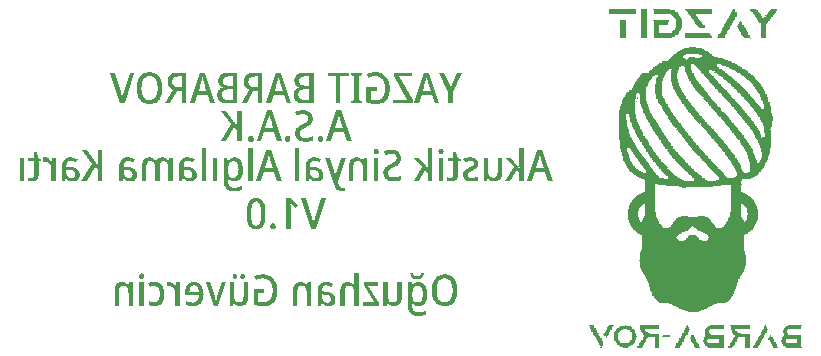
<source format=gbo>
G04*
G04 #@! TF.GenerationSoftware,Altium Limited,Altium Designer,21.0.9 (235)*
G04*
G04 Layer_Color=32896*
%FSLAX25Y25*%
%MOIN*%
G70*
G04*
G04 #@! TF.SameCoordinates,D8BD6BA4-3444-481E-B6E4-69F3699672C9*
G04*
G04*
G04 #@! TF.FilePolarity,Positive*
G04*
G01*
G75*
G36*
X386248Y201287D02*
Y201090D01*
Y200893D01*
Y200697D01*
Y200500D01*
Y200304D01*
Y200107D01*
Y199910D01*
Y199714D01*
X377203D01*
Y199910D01*
Y200107D01*
Y200304D01*
Y200500D01*
Y200697D01*
Y200893D01*
Y201090D01*
Y201287D01*
Y201483D01*
X386248D01*
Y201287D01*
D02*
G37*
G36*
X402764Y201483D02*
X411808D01*
Y201287D01*
Y201090D01*
Y200893D01*
Y200697D01*
Y200500D01*
Y200304D01*
Y200107D01*
Y199910D01*
Y199714D01*
X406499D01*
Y199517D01*
Y199321D01*
Y199124D01*
X406696D01*
Y198927D01*
X406893D01*
Y198731D01*
X407089D01*
Y198534D01*
X407286D01*
Y198337D01*
X407089D01*
Y198141D01*
X407483D01*
Y197944D01*
X407679D01*
Y197748D01*
Y197551D01*
Y197354D01*
X408073D01*
Y197158D01*
X408269D01*
Y196961D01*
X408466D01*
Y196765D01*
Y196568D01*
Y196371D01*
X408662D01*
Y196175D01*
X409056D01*
Y195978D01*
X409252D01*
Y195781D01*
Y195585D01*
Y195388D01*
X409449D01*
Y195192D01*
X407286D01*
Y195388D01*
X407089D01*
Y195585D01*
X406893D01*
Y195781D01*
X406696D01*
Y195978D01*
X406499D01*
Y196175D01*
Y196371D01*
Y196568D01*
X406106D01*
Y196765D01*
X405910D01*
Y196961D01*
X406106D01*
Y197158D01*
X405713D01*
Y197354D01*
X405516D01*
Y197551D01*
Y197748D01*
X405320D01*
Y197944D01*
Y198141D01*
X404927D01*
Y198337D01*
Y198534D01*
X404730D01*
Y198731D01*
X404533D01*
Y198927D01*
Y199124D01*
X404337D01*
Y199321D01*
X404140D01*
Y199517D01*
X403943D01*
Y199714D01*
X403747D01*
Y199910D01*
Y200107D01*
X403550D01*
Y200304D01*
X403354D01*
Y200500D01*
Y200697D01*
Y200893D01*
X402960D01*
Y201090D01*
X402764D01*
Y201287D01*
X402567D01*
Y201483D01*
Y201680D01*
X402764D01*
Y201483D01*
D02*
G37*
G36*
X397652Y201287D02*
X398635D01*
Y201090D01*
X399225D01*
Y200893D01*
X399421D01*
Y200697D01*
Y200500D01*
X399815D01*
Y200304D01*
X400208D01*
Y200107D01*
X400404D01*
Y199910D01*
X400601D01*
Y199714D01*
X400798D01*
Y199517D01*
Y199321D01*
Y199124D01*
X400994D01*
Y198927D01*
Y198731D01*
X401191D01*
Y198534D01*
X401388D01*
Y198337D01*
X401191D01*
Y198141D01*
X401584D01*
Y197944D01*
Y197748D01*
Y197551D01*
Y197354D01*
Y197158D01*
X401781D01*
Y196961D01*
Y196765D01*
Y196568D01*
Y196371D01*
Y196175D01*
Y195978D01*
X401584D01*
Y195781D01*
Y195585D01*
Y195388D01*
Y195192D01*
Y194995D01*
X401191D01*
Y194798D01*
X401388D01*
Y194602D01*
X401191D01*
Y194405D01*
X400994D01*
Y194209D01*
Y194012D01*
X400798D01*
Y193815D01*
X400601D01*
Y193619D01*
Y193422D01*
Y193225D01*
X400404D01*
Y193029D01*
X400208D01*
Y192832D01*
X399618D01*
Y192636D01*
X399421D01*
Y192439D01*
Y192242D01*
X398831D01*
Y192046D01*
X398438D01*
Y191849D01*
X397652D01*
Y191652D01*
X392146D01*
Y191849D01*
X392343D01*
Y192046D01*
Y192242D01*
Y192439D01*
Y192636D01*
Y192832D01*
Y193029D01*
Y193225D01*
Y193422D01*
Y193619D01*
Y193815D01*
Y194012D01*
Y194209D01*
Y194405D01*
Y194602D01*
Y194798D01*
Y194995D01*
Y195192D01*
Y195388D01*
Y195585D01*
Y195781D01*
Y195978D01*
Y196175D01*
Y196371D01*
Y196568D01*
Y196765D01*
Y196961D01*
Y197158D01*
Y197354D01*
Y197551D01*
X392146D01*
Y197748D01*
Y197944D01*
X397652D01*
Y197748D01*
X397455D01*
Y197551D01*
Y197354D01*
Y197158D01*
X397062D01*
Y196961D01*
Y196765D01*
X396865D01*
Y196568D01*
Y196371D01*
Y196175D01*
X396669D01*
Y195978D01*
X394113D01*
Y195781D01*
Y195585D01*
Y195388D01*
Y195192D01*
Y194995D01*
Y194798D01*
Y194602D01*
Y194405D01*
Y194209D01*
Y194012D01*
Y193815D01*
Y193619D01*
Y193422D01*
X397652D01*
Y193619D01*
X398242D01*
Y193815D01*
X398438D01*
Y194012D01*
X398635D01*
Y194209D01*
X398831D01*
Y194405D01*
X399028D01*
Y194602D01*
X399225D01*
Y194798D01*
X399421D01*
Y194995D01*
Y195192D01*
X399618D01*
Y195388D01*
Y195585D01*
X399815D01*
Y195781D01*
Y195978D01*
Y196175D01*
Y196371D01*
Y196568D01*
Y196765D01*
Y196961D01*
Y197158D01*
Y197354D01*
Y197551D01*
X399618D01*
Y197748D01*
Y197944D01*
Y198141D01*
X399421D01*
Y198337D01*
X399225D01*
Y198534D01*
X399028D01*
Y198731D01*
X398831D01*
Y198927D01*
X398635D01*
Y199124D01*
X398438D01*
Y199321D01*
X398242D01*
Y199517D01*
X397848D01*
Y199714D01*
X392146D01*
Y199910D01*
X392343D01*
Y200107D01*
Y200304D01*
Y200500D01*
Y200697D01*
Y200893D01*
Y201090D01*
Y201287D01*
X392146D01*
Y201483D01*
X397652D01*
Y201287D01*
D02*
G37*
G36*
X424392Y201483D02*
X426358D01*
Y201287D01*
X426751D01*
Y201090D01*
X426948D01*
Y200893D01*
X427144D01*
Y200697D01*
Y200500D01*
Y200304D01*
X427341D01*
Y200107D01*
X427734D01*
Y199910D01*
X427931D01*
Y199714D01*
Y199517D01*
Y199321D01*
X428128D01*
Y199124D01*
X428324D01*
Y198927D01*
Y198731D01*
Y198534D01*
X428717D01*
Y198337D01*
X429111D01*
Y198534D01*
Y198731D01*
X429307D01*
Y198927D01*
X429701D01*
Y199124D01*
X429504D01*
Y199321D01*
X429701D01*
Y199517D01*
X429897D01*
Y199714D01*
X430094D01*
Y199910D01*
X430290D01*
Y200107D01*
Y200304D01*
X430487D01*
Y200500D01*
X430684D01*
Y200697D01*
X430880D01*
Y200893D01*
X431077D01*
Y201090D01*
Y201287D01*
X431273D01*
Y201483D01*
X433436D01*
Y201287D01*
Y201090D01*
X433240D01*
Y200893D01*
X433043D01*
Y200697D01*
X432846D01*
Y200500D01*
Y200304D01*
Y200107D01*
X432650D01*
Y199910D01*
X432257D01*
Y199714D01*
Y199517D01*
Y199321D01*
X432060D01*
Y199124D01*
X431863D01*
Y198927D01*
X431470D01*
Y198731D01*
Y198534D01*
Y198337D01*
X431273D01*
Y198141D01*
X431077D01*
Y197944D01*
X430684D01*
Y197748D01*
X430880D01*
Y197551D01*
X430684D01*
Y197354D01*
X430487D01*
Y197158D01*
X430290D01*
Y196961D01*
Y196765D01*
X430094D01*
Y196568D01*
X429897D01*
Y196371D01*
X429701D01*
Y196175D01*
Y195978D01*
Y195781D01*
Y195585D01*
Y195388D01*
Y195192D01*
Y194995D01*
Y194798D01*
Y194602D01*
Y194405D01*
Y194209D01*
Y194012D01*
Y193815D01*
Y193619D01*
Y193422D01*
Y193225D01*
Y193029D01*
Y192832D01*
Y192636D01*
Y192439D01*
Y192242D01*
Y192046D01*
Y191849D01*
X429897D01*
Y191652D01*
X427931D01*
Y191849D01*
Y192046D01*
Y192242D01*
Y192439D01*
Y192636D01*
Y192832D01*
Y193029D01*
Y193225D01*
Y193422D01*
Y193619D01*
Y193815D01*
Y194012D01*
Y194209D01*
Y194405D01*
Y194602D01*
Y194798D01*
Y194995D01*
Y195192D01*
Y195388D01*
Y195585D01*
Y195781D01*
Y195978D01*
Y196175D01*
Y196371D01*
Y196568D01*
Y196765D01*
X427538D01*
Y196961D01*
X427341D01*
Y197158D01*
X427144D01*
Y197354D01*
Y197551D01*
Y197748D01*
X426751D01*
Y197944D01*
X426555D01*
Y198141D01*
X426751D01*
Y198337D01*
X426555D01*
Y198534D01*
X426358D01*
Y198731D01*
X426161D01*
Y198927D01*
X425965D01*
Y199124D01*
Y199321D01*
X425768D01*
Y199517D01*
X425571D01*
Y199714D01*
X425375D01*
Y199910D01*
X425178D01*
Y200107D01*
Y200304D01*
Y200500D01*
X424785D01*
Y200697D01*
X424588D01*
Y200893D01*
X424392D01*
Y201090D01*
Y201287D01*
X424195D01*
Y201483D01*
Y201680D01*
X424392D01*
Y201483D01*
D02*
G37*
G36*
X419280Y201287D02*
Y201090D01*
X419476D01*
Y200893D01*
Y200697D01*
Y200500D01*
X419870D01*
Y200304D01*
X420066D01*
Y200107D01*
X419870D01*
Y199910D01*
X420263D01*
Y199714D01*
X420066D01*
Y199517D01*
Y199321D01*
Y199124D01*
X419870D01*
Y198927D01*
X419476D01*
Y198731D01*
Y198534D01*
X419280D01*
Y198337D01*
Y198141D01*
Y197944D01*
X418887D01*
Y197748D01*
X419083D01*
Y197551D01*
X418887D01*
Y197354D01*
X418690D01*
Y197158D01*
Y196961D01*
X418493D01*
Y196765D01*
X418297D01*
Y196568D01*
Y196371D01*
Y196175D01*
X417903D01*
Y195978D01*
X418100D01*
Y195781D01*
X417707D01*
Y195585D01*
Y195388D01*
Y195192D01*
X417510D01*
Y194995D01*
Y194798D01*
X417314D01*
Y194602D01*
X417117D01*
Y194405D01*
X416920D01*
Y194209D01*
X417117D01*
Y194012D01*
X416724D01*
Y193815D01*
Y193619D01*
X416527D01*
Y193422D01*
Y193225D01*
Y193029D01*
X416330D01*
Y192832D01*
Y192636D01*
X416134D01*
Y192439D01*
X415937D01*
Y192242D01*
X416134D01*
Y192046D01*
X415937D01*
Y191849D01*
X415544D01*
Y191652D01*
X413381D01*
Y191849D01*
Y192046D01*
X413578D01*
Y192242D01*
Y192439D01*
X413774D01*
Y192636D01*
Y192832D01*
Y193029D01*
X413971D01*
Y193225D01*
X414364D01*
Y193422D01*
Y193619D01*
X414561D01*
Y193815D01*
Y194012D01*
Y194209D01*
X414954D01*
Y194405D01*
X414757D01*
Y194602D01*
X414954D01*
Y194798D01*
X415151D01*
Y194995D01*
Y195192D01*
X415347D01*
Y195388D01*
X415544D01*
Y195585D01*
Y195781D01*
Y195978D01*
X415937D01*
Y196175D01*
X415741D01*
Y196371D01*
X416134D01*
Y196568D01*
Y196765D01*
Y196961D01*
X416330D01*
Y197158D01*
Y197354D01*
X416527D01*
Y197551D01*
X416724D01*
Y197748D01*
X416920D01*
Y197944D01*
X416724D01*
Y198141D01*
X417117D01*
Y198337D01*
Y198534D01*
X417314D01*
Y198731D01*
Y198927D01*
Y199124D01*
X417510D01*
Y199321D01*
Y199517D01*
X417707D01*
Y199714D01*
Y199910D01*
X418100D01*
Y200107D01*
Y200304D01*
X418297D01*
Y200500D01*
Y200697D01*
Y200893D01*
X418493D01*
Y201090D01*
Y201287D01*
X418690D01*
Y201483D01*
X419280D01*
Y201287D01*
D02*
G37*
G36*
X411022Y193225D02*
X411218D01*
Y193029D01*
X411022D01*
Y192832D01*
X411218D01*
Y192636D01*
X411415D01*
Y192439D01*
X411612D01*
Y192242D01*
X411808D01*
Y192046D01*
Y191849D01*
Y191652D01*
X402764D01*
Y191849D01*
Y192046D01*
Y192242D01*
Y192439D01*
Y192636D01*
Y192832D01*
Y193029D01*
Y193225D01*
Y193422D01*
X411022D01*
Y193225D01*
D02*
G37*
G36*
X389984Y201287D02*
Y201090D01*
Y200893D01*
Y200697D01*
Y200500D01*
Y200304D01*
Y200107D01*
Y199910D01*
Y199714D01*
Y199517D01*
Y199321D01*
Y199124D01*
Y198927D01*
Y198731D01*
Y198534D01*
Y198337D01*
Y198141D01*
Y197944D01*
Y197748D01*
Y197551D01*
Y197354D01*
Y197158D01*
Y196961D01*
Y196765D01*
Y196568D01*
Y196371D01*
Y196175D01*
Y195978D01*
Y195781D01*
Y195585D01*
Y195388D01*
Y195192D01*
Y194995D01*
Y194798D01*
Y194602D01*
Y194405D01*
Y194209D01*
Y194012D01*
Y193815D01*
Y193619D01*
Y193422D01*
Y193225D01*
Y193029D01*
Y192832D01*
Y192636D01*
Y192439D01*
Y192242D01*
Y192046D01*
Y191849D01*
Y191652D01*
X388017D01*
Y191849D01*
Y192046D01*
Y192242D01*
Y192439D01*
Y192636D01*
Y192832D01*
Y193029D01*
Y193225D01*
Y193422D01*
Y193619D01*
Y193815D01*
Y194012D01*
Y194209D01*
Y194405D01*
Y194602D01*
Y194798D01*
Y194995D01*
Y195192D01*
Y195388D01*
Y195585D01*
Y195781D01*
Y195978D01*
Y196175D01*
Y196371D01*
Y196568D01*
Y196765D01*
Y196961D01*
Y197158D01*
Y197354D01*
Y197551D01*
Y197748D01*
Y197944D01*
Y198141D01*
Y198337D01*
Y198534D01*
Y198731D01*
Y198927D01*
Y199124D01*
Y199321D01*
Y199517D01*
Y199714D01*
Y199910D01*
Y200107D01*
Y200304D01*
Y200500D01*
Y200697D01*
Y200893D01*
Y201090D01*
Y201287D01*
Y201483D01*
X389984D01*
Y201287D01*
D02*
G37*
G36*
X382905Y197748D02*
Y197551D01*
Y197354D01*
Y197158D01*
Y196961D01*
Y196765D01*
Y196568D01*
Y196371D01*
Y196175D01*
Y195978D01*
Y195781D01*
Y195585D01*
Y195388D01*
Y195192D01*
Y194995D01*
Y194798D01*
Y194602D01*
Y194405D01*
Y194209D01*
Y194012D01*
Y193815D01*
Y193619D01*
Y193422D01*
Y193225D01*
Y193029D01*
Y192832D01*
Y192636D01*
Y192439D01*
Y192242D01*
Y192046D01*
Y191849D01*
Y191652D01*
X380939D01*
Y191849D01*
Y192046D01*
Y192242D01*
Y192439D01*
Y192636D01*
Y192832D01*
Y193029D01*
Y193225D01*
Y193422D01*
Y193619D01*
Y193815D01*
Y194012D01*
Y194209D01*
Y194405D01*
Y194602D01*
Y194798D01*
Y194995D01*
Y195192D01*
Y195388D01*
Y195585D01*
Y195781D01*
Y195978D01*
Y196175D01*
Y196371D01*
Y196568D01*
Y196765D01*
Y196961D01*
Y197158D01*
Y197354D01*
Y197551D01*
Y197748D01*
Y197944D01*
X382905D01*
Y197748D01*
D02*
G37*
G36*
X421443Y197354D02*
Y197158D01*
X421639D01*
Y196961D01*
Y196765D01*
X421836D01*
Y196568D01*
X422032D01*
Y196371D01*
X421836D01*
Y196175D01*
X422229D01*
Y195978D01*
X422426D01*
Y195781D01*
Y195585D01*
Y195388D01*
X422622D01*
Y195192D01*
Y194995D01*
X423015D01*
Y194798D01*
Y194602D01*
Y194405D01*
X423212D01*
Y194209D01*
Y194012D01*
X423409D01*
Y193815D01*
X423605D01*
Y193619D01*
Y193422D01*
Y193225D01*
X423999D01*
Y193029D01*
X423802D01*
Y192832D01*
X423999D01*
Y192636D01*
X424195D01*
Y192439D01*
Y192242D01*
X424392D01*
Y192046D01*
Y191849D01*
X424588D01*
Y191652D01*
X424785D01*
Y191456D01*
X424392D01*
Y191652D01*
X422229D01*
Y191849D01*
Y192046D01*
X422032D01*
Y192242D01*
Y192439D01*
X421836D01*
Y192636D01*
X421639D01*
Y192832D01*
X421443D01*
Y193029D01*
Y193225D01*
X421246D01*
Y193422D01*
Y193619D01*
Y193815D01*
X421049D01*
Y194012D01*
Y194209D01*
X420656D01*
Y194405D01*
Y194602D01*
Y194798D01*
X420459D01*
Y194995D01*
Y195192D01*
X420263D01*
Y195388D01*
X420066D01*
Y195585D01*
Y195781D01*
X420263D01*
Y195978D01*
Y196175D01*
X420459D01*
Y196371D01*
Y196568D01*
X420656D01*
Y196765D01*
X420853D01*
Y196961D01*
X420656D01*
Y197158D01*
X421049D01*
Y197354D01*
Y197551D01*
X421443D01*
Y197354D01*
D02*
G37*
G36*
X406303Y188507D02*
X407483D01*
Y188310D01*
X408269D01*
Y188113D01*
X408859D01*
Y187917D01*
X409252D01*
Y187720D01*
X409449D01*
Y187523D01*
X409842D01*
Y187327D01*
X410235D01*
Y187130D01*
X410629D01*
Y186934D01*
X410825D01*
Y186737D01*
X411022D01*
Y186540D01*
X411415D01*
Y186344D01*
X411612D01*
Y186147D01*
X411808D01*
Y185951D01*
X412005D01*
Y185754D01*
X412201D01*
Y185557D01*
Y185361D01*
X413578D01*
Y185164D01*
X414757D01*
Y184967D01*
X415347D01*
Y184771D01*
X415937D01*
Y184574D01*
X416527D01*
Y184378D01*
X417117D01*
Y184181D01*
X417707D01*
Y183984D01*
X418100D01*
Y183788D01*
X418297D01*
Y183591D01*
X418887D01*
Y183395D01*
X419280D01*
Y183198D01*
X419673D01*
Y183001D01*
X420066D01*
Y182805D01*
X420263D01*
Y182608D01*
X420656D01*
Y182411D01*
X421049D01*
Y182215D01*
X421443D01*
Y182018D01*
X421639D01*
Y181822D01*
X421836D01*
Y181625D01*
X422229D01*
Y181428D01*
X422622D01*
Y181232D01*
X422819D01*
Y181035D01*
X423212D01*
Y180838D01*
Y180642D01*
X423605D01*
Y180445D01*
X423802D01*
Y180249D01*
X424195D01*
Y180052D01*
X424392D01*
Y179855D01*
X424588D01*
Y179659D01*
X424785D01*
Y179462D01*
X425178D01*
Y179265D01*
X425375D01*
Y179069D01*
X425571D01*
Y178872D01*
Y178676D01*
X425965D01*
Y178479D01*
X426161D01*
Y178282D01*
X426358D01*
Y178086D01*
Y177889D01*
X426555D01*
Y177693D01*
X426751D01*
Y177496D01*
X426948D01*
Y177299D01*
X427144D01*
Y177103D01*
X427341D01*
Y176906D01*
Y176709D01*
X427538D01*
Y176513D01*
X427734D01*
Y176316D01*
X427931D01*
Y176120D01*
X428128D01*
Y175923D01*
Y175726D01*
X428324D01*
Y175530D01*
Y175333D01*
X428521D01*
Y175136D01*
X428717D01*
Y174940D01*
Y174743D01*
X428914D01*
Y174547D01*
X429111D01*
Y174350D01*
Y174153D01*
X429307D01*
Y173957D01*
Y173760D01*
Y173564D01*
X429504D01*
Y173367D01*
Y173170D01*
X429701D01*
Y172974D01*
X429897D01*
Y172777D01*
Y172581D01*
X430094D01*
Y172384D01*
Y172187D01*
Y171991D01*
X430290D01*
Y171794D01*
Y171597D01*
Y171401D01*
X430487D01*
Y171204D01*
Y171008D01*
Y170811D01*
Y170614D01*
X430880D01*
Y170418D01*
Y170221D01*
Y170024D01*
Y169828D01*
X431077D01*
Y169631D01*
Y169435D01*
Y169238D01*
Y169041D01*
X431273D01*
Y168845D01*
Y168648D01*
Y168451D01*
Y168255D01*
Y168058D01*
Y167862D01*
X431470D01*
Y167665D01*
Y167468D01*
Y167272D01*
Y167075D01*
Y166878D01*
Y166682D01*
X431667D01*
Y166485D01*
Y166289D01*
Y166092D01*
Y165895D01*
Y165699D01*
X431863D01*
Y165502D01*
Y165306D01*
Y165109D01*
Y164912D01*
Y164716D01*
Y164519D01*
X432060D01*
Y164322D01*
X431863D01*
Y164126D01*
X431667D01*
Y163929D01*
Y163733D01*
Y163536D01*
Y163339D01*
Y163143D01*
Y162946D01*
Y162750D01*
Y162553D01*
Y162356D01*
Y162160D01*
X431470D01*
Y161963D01*
Y161767D01*
Y161570D01*
Y161373D01*
X431077D01*
Y161177D01*
X431273D01*
Y160980D01*
Y160783D01*
Y160587D01*
Y160390D01*
Y160194D01*
Y159997D01*
Y159800D01*
Y159604D01*
Y159407D01*
Y159210D01*
Y159014D01*
Y158817D01*
Y158621D01*
Y158424D01*
Y158227D01*
Y158031D01*
Y157834D01*
Y157638D01*
Y157441D01*
Y157244D01*
Y157048D01*
Y156851D01*
Y156654D01*
Y156458D01*
Y156261D01*
Y156064D01*
Y155868D01*
Y155671D01*
Y155475D01*
Y155278D01*
X431077D01*
Y155081D01*
Y154885D01*
Y154688D01*
Y154492D01*
Y154295D01*
Y154098D01*
Y153902D01*
Y153705D01*
Y153508D01*
X430880D01*
Y153312D01*
Y153115D01*
X430684D01*
Y152919D01*
X430880D01*
Y152722D01*
X430684D01*
Y152525D01*
X430487D01*
Y152329D01*
Y152132D01*
Y151936D01*
X430290D01*
Y151739D01*
Y151542D01*
Y151346D01*
Y151149D01*
X430094D01*
Y150952D01*
Y150756D01*
X429897D01*
Y150559D01*
Y150363D01*
X429701D01*
Y150166D01*
X429504D01*
Y149969D01*
Y149773D01*
Y149576D01*
X429307D01*
Y149380D01*
Y149183D01*
X429111D01*
Y148986D01*
Y148790D01*
X428914D01*
Y148593D01*
X428717D01*
Y148396D01*
X428521D01*
Y148200D01*
Y148003D01*
X428324D01*
Y147807D01*
X428128D01*
Y147610D01*
X427931D01*
Y147413D01*
Y147217D01*
X427538D01*
Y147020D01*
X427341D01*
Y146824D01*
Y146627D01*
X427144D01*
Y146430D01*
Y146234D01*
X426948D01*
Y146037D01*
X426751D01*
Y145840D01*
X426555D01*
Y145644D01*
X425965D01*
Y145447D01*
X425375D01*
Y145250D01*
X424982D01*
Y145054D01*
X424588D01*
Y144857D01*
X423605D01*
Y144661D01*
X421836D01*
Y144464D01*
X421639D01*
Y144267D01*
Y144071D01*
X421443D01*
Y143874D01*
Y143678D01*
Y143481D01*
Y143284D01*
Y143088D01*
X421639D01*
Y142891D01*
X421443D01*
Y142694D01*
Y142498D01*
Y142301D01*
Y142105D01*
Y141908D01*
Y141711D01*
Y141515D01*
Y141318D01*
Y141122D01*
Y140925D01*
Y140728D01*
Y140532D01*
Y140335D01*
X422032D01*
Y140138D01*
X422622D01*
Y139942D01*
X423015D01*
Y139745D01*
X423212D01*
Y139549D01*
X423605D01*
Y139352D01*
X423802D01*
Y139155D01*
X424195D01*
Y138959D01*
X424392D01*
Y138762D01*
X424588D01*
Y138566D01*
X424785D01*
Y138369D01*
X424982D01*
Y138172D01*
X425178D01*
Y137976D01*
X425375D01*
Y137779D01*
X425571D01*
Y137582D01*
Y137386D01*
X425768D01*
Y137189D01*
X425965D01*
Y136993D01*
Y136796D01*
X426161D01*
Y136599D01*
Y136403D01*
X426358D01*
Y136206D01*
Y136010D01*
Y135813D01*
X426555D01*
Y135616D01*
Y135420D01*
Y135223D01*
Y135026D01*
X426751D01*
Y134830D01*
X426948D01*
Y134633D01*
Y134437D01*
Y134240D01*
Y134043D01*
Y133847D01*
Y133650D01*
Y133453D01*
Y133257D01*
X427144D01*
Y133060D01*
Y132864D01*
X426948D01*
Y132667D01*
Y132470D01*
Y132274D01*
Y132077D01*
Y131880D01*
Y131684D01*
Y131487D01*
Y131291D01*
X426751D01*
Y131094D01*
X426555D01*
Y130897D01*
Y130701D01*
Y130504D01*
Y130307D01*
X426358D01*
Y130111D01*
Y129914D01*
Y129718D01*
X426161D01*
Y129521D01*
Y129324D01*
X425965D01*
Y129128D01*
X425768D01*
Y128931D01*
Y128735D01*
X425571D01*
Y128538D01*
X425375D01*
Y128341D01*
Y128145D01*
X425178D01*
Y127948D01*
X424982D01*
Y127752D01*
X424785D01*
Y127555D01*
X424588D01*
Y127358D01*
X424392D01*
Y127162D01*
X423999D01*
Y126965D01*
X423802D01*
Y126768D01*
X423605D01*
Y126572D01*
X423212D01*
Y126375D01*
X422819D01*
Y126179D01*
X422426D01*
Y125982D01*
X422229D01*
Y125785D01*
Y125589D01*
Y125392D01*
Y125196D01*
Y124999D01*
Y124802D01*
Y124606D01*
Y124409D01*
Y124212D01*
Y124016D01*
Y123819D01*
Y123623D01*
Y123426D01*
Y123229D01*
Y123033D01*
Y122836D01*
Y122639D01*
Y122443D01*
Y122246D01*
Y122050D01*
Y121853D01*
Y121656D01*
Y121460D01*
X422426D01*
Y121263D01*
Y121066D01*
Y120870D01*
Y120673D01*
X422622D01*
Y120477D01*
Y120280D01*
X422819D01*
Y120083D01*
Y119887D01*
Y119690D01*
Y119493D01*
Y119297D01*
X423015D01*
Y119100D01*
Y118904D01*
Y118707D01*
Y118510D01*
Y118314D01*
Y118117D01*
Y117921D01*
Y117724D01*
Y117527D01*
Y117331D01*
Y117134D01*
Y116937D01*
Y116741D01*
Y116544D01*
Y116348D01*
Y116151D01*
Y115954D01*
X422819D01*
Y115758D01*
Y115561D01*
Y115365D01*
Y115168D01*
Y114971D01*
X422622D01*
Y114775D01*
X422426D01*
Y114578D01*
Y114382D01*
Y114185D01*
X422229D01*
Y113988D01*
Y113792D01*
X422032D01*
Y113595D01*
Y113398D01*
X421639D01*
Y113202D01*
Y113005D01*
Y112809D01*
X421443D01*
Y112612D01*
X421246D01*
Y112415D01*
X421049D01*
Y112219D01*
Y112022D01*
X420853D01*
Y111825D01*
Y111629D01*
Y111432D01*
X420459D01*
Y111236D01*
Y111039D01*
Y110842D01*
X420263D01*
Y110646D01*
Y110449D01*
Y110252D01*
X420066D01*
Y110056D01*
X419870D01*
Y109859D01*
Y109663D01*
Y109466D01*
Y109269D01*
X419673D01*
Y109073D01*
Y108876D01*
Y108679D01*
Y108483D01*
Y108286D01*
Y108090D01*
X419476D01*
Y107893D01*
Y107696D01*
Y107500D01*
X419280D01*
Y107303D01*
X419083D01*
Y107107D01*
Y106910D01*
Y106713D01*
Y106517D01*
X418887D01*
Y106320D01*
X418690D01*
Y106123D01*
Y105927D01*
X418493D01*
Y105730D01*
X418297D01*
Y105534D01*
Y105337D01*
X418100D01*
Y105140D01*
Y104944D01*
X417903D01*
Y104747D01*
X417707D01*
Y104551D01*
X417510D01*
Y104354D01*
X417314D01*
Y104157D01*
X416920D01*
Y103961D01*
X416724D01*
Y103764D01*
X416330D01*
Y103568D01*
X415937D01*
Y103371D01*
X413185D01*
Y103174D01*
X412791D01*
Y102978D01*
X412201D01*
Y102781D01*
X411808D01*
Y102584D01*
X411415D01*
Y102388D01*
X411022D01*
Y102191D01*
X410825D01*
Y101995D01*
X410432D01*
Y101798D01*
X410039D01*
Y101601D01*
X409252D01*
Y101405D01*
X409056D01*
Y101208D01*
X408466D01*
Y101011D01*
X407876D01*
Y100815D01*
X407286D01*
Y100618D01*
X403747D01*
Y100815D01*
X402764D01*
Y101011D01*
X401977D01*
Y101208D01*
X401584D01*
Y101405D01*
X401191D01*
Y101601D01*
X400601D01*
Y101798D01*
X400208D01*
Y101995D01*
X399815D01*
Y102191D01*
X399618D01*
Y102388D01*
X399028D01*
Y102584D01*
X398635D01*
Y102781D01*
X398242D01*
Y102978D01*
X397652D01*
Y103174D01*
X397258D01*
Y103371D01*
X394702D01*
Y103568D01*
X394113D01*
Y103764D01*
X393719D01*
Y103961D01*
X393523D01*
Y104157D01*
X393326D01*
Y104354D01*
X393129D01*
Y104551D01*
X392933D01*
Y104747D01*
X392736D01*
Y104944D01*
X392540D01*
Y105140D01*
X392343D01*
Y105337D01*
Y105534D01*
Y105730D01*
X391950D01*
Y105927D01*
X391753D01*
Y106123D01*
Y106320D01*
Y106517D01*
X391557D01*
Y106713D01*
Y106910D01*
Y107107D01*
X391360D01*
Y107303D01*
X391163D01*
Y107500D01*
Y107696D01*
Y107893D01*
X390967D01*
Y108090D01*
Y108286D01*
Y108483D01*
Y108679D01*
Y108876D01*
X390770D01*
Y109073D01*
Y109269D01*
Y109466D01*
X390574D01*
Y109663D01*
Y109859D01*
Y110056D01*
Y110252D01*
X390377D01*
Y110449D01*
Y110646D01*
X390180D01*
Y110842D01*
X389984D01*
Y111039D01*
Y111236D01*
Y111432D01*
X389787D01*
Y111629D01*
Y111825D01*
X389590D01*
Y112022D01*
Y112219D01*
X389394D01*
Y112415D01*
Y112612D01*
X389197D01*
Y112809D01*
X389001D01*
Y113005D01*
Y113202D01*
X388804D01*
Y113398D01*
X388607D01*
Y113595D01*
Y113792D01*
X388411D01*
Y113988D01*
X388214D01*
Y114185D01*
Y114382D01*
X388017D01*
Y114578D01*
Y114775D01*
Y114971D01*
X387821D01*
Y115168D01*
Y115365D01*
Y115561D01*
Y115758D01*
X387624D01*
Y115954D01*
Y116151D01*
Y116348D01*
Y116544D01*
Y116741D01*
Y116937D01*
Y117134D01*
Y117331D01*
X387428D01*
Y117527D01*
Y117724D01*
X387624D01*
Y117921D01*
Y118117D01*
Y118314D01*
Y118510D01*
Y118707D01*
Y118904D01*
Y119100D01*
Y119297D01*
Y119493D01*
X387821D01*
Y119690D01*
Y119887D01*
Y120083D01*
Y120280D01*
Y120477D01*
X388017D01*
Y120673D01*
Y120870D01*
Y121066D01*
Y121263D01*
X388214D01*
Y121460D01*
Y121656D01*
Y121853D01*
X388411D01*
Y122050D01*
Y122246D01*
Y122443D01*
Y122639D01*
Y122836D01*
Y123033D01*
Y123229D01*
Y123426D01*
Y123623D01*
Y123819D01*
Y124016D01*
Y124212D01*
Y124409D01*
Y124606D01*
Y124802D01*
Y124999D01*
Y125196D01*
Y125392D01*
Y125589D01*
X388214D01*
Y125785D01*
Y125982D01*
X388017D01*
Y126179D01*
X387624D01*
Y126375D01*
X387428D01*
Y126572D01*
X387034D01*
Y126768D01*
X386838D01*
Y126965D01*
X386444D01*
Y127162D01*
X386248D01*
Y127358D01*
X386051D01*
Y127555D01*
X385855D01*
Y127752D01*
X385658D01*
Y127948D01*
X385461D01*
Y128145D01*
X385265D01*
Y128341D01*
X385068D01*
Y128538D01*
X384872D01*
Y128735D01*
Y128931D01*
X384675D01*
Y129128D01*
Y129324D01*
X384478D01*
Y129521D01*
X384282D01*
Y129718D01*
Y129914D01*
Y130111D01*
X384085D01*
Y130307D01*
Y130504D01*
X383888D01*
Y130701D01*
Y130897D01*
Y131094D01*
Y131291D01*
X383692D01*
Y131487D01*
Y131684D01*
Y131880D01*
Y132077D01*
Y132274D01*
Y132470D01*
Y132667D01*
Y132864D01*
Y133060D01*
Y133257D01*
Y133453D01*
Y133650D01*
Y133847D01*
Y134043D01*
Y134240D01*
Y134437D01*
Y134633D01*
Y134830D01*
X383888D01*
Y135026D01*
Y135223D01*
Y135420D01*
Y135616D01*
X384085D01*
Y135813D01*
Y136010D01*
X384282D01*
Y136206D01*
Y136403D01*
Y136599D01*
X384478D01*
Y136796D01*
X384675D01*
Y136993D01*
Y137189D01*
X384872D01*
Y137386D01*
X385068D01*
Y137582D01*
Y137779D01*
X385265D01*
Y137976D01*
X385461D01*
Y138172D01*
X385658D01*
Y138369D01*
X385855D01*
Y138566D01*
Y138762D01*
X386248D01*
Y138959D01*
X386444D01*
Y139155D01*
X386641D01*
Y139352D01*
X387034D01*
Y139549D01*
X387231D01*
Y139745D01*
X387624D01*
Y139942D01*
X388017D01*
Y140138D01*
X388607D01*
Y140335D01*
X389197D01*
Y140532D01*
Y140728D01*
Y140925D01*
Y141122D01*
Y141318D01*
Y141515D01*
Y141711D01*
Y141908D01*
Y142105D01*
Y142301D01*
Y142498D01*
Y142694D01*
Y142891D01*
Y143088D01*
Y143284D01*
Y143481D01*
Y143678D01*
Y143874D01*
Y144071D01*
Y144267D01*
Y144464D01*
X389001D01*
Y144661D01*
X388411D01*
Y144857D01*
X388017D01*
Y145054D01*
X387428D01*
Y145250D01*
X387231D01*
Y145447D01*
X386838D01*
Y145644D01*
X386641D01*
Y145840D01*
X386248D01*
Y146037D01*
X385855D01*
Y146234D01*
X385658D01*
Y146430D01*
X385461D01*
Y146627D01*
X385265D01*
Y146824D01*
X384872D01*
Y147020D01*
X384675D01*
Y147217D01*
X384478D01*
Y147413D01*
X384282D01*
Y147610D01*
X384085D01*
Y147807D01*
X383888D01*
Y148003D01*
Y148200D01*
X383692D01*
Y148396D01*
X383495D01*
Y148593D01*
X383299D01*
Y148790D01*
Y148986D01*
X383102D01*
Y149183D01*
X382905D01*
Y149380D01*
Y149576D01*
Y149773D01*
X382709D01*
Y149969D01*
Y150166D01*
X382512D01*
Y150363D01*
Y150559D01*
X382315D01*
Y150756D01*
Y150952D01*
X382119D01*
Y151149D01*
Y151346D01*
Y151542D01*
X381922D01*
Y151739D01*
Y151936D01*
Y152132D01*
Y152329D01*
X381726D01*
Y152525D01*
Y152722D01*
Y152919D01*
Y153115D01*
Y153312D01*
X381529D01*
Y153508D01*
Y153705D01*
X381332D01*
Y153902D01*
Y154098D01*
Y154295D01*
Y154492D01*
Y154688D01*
X381136D01*
Y154885D01*
Y155081D01*
Y155278D01*
Y155475D01*
Y155671D01*
X380939D01*
Y155868D01*
Y156064D01*
Y156261D01*
Y156458D01*
Y156654D01*
Y156851D01*
Y157048D01*
Y157244D01*
Y157441D01*
Y157638D01*
Y157834D01*
X380743D01*
Y158031D01*
Y158227D01*
Y158424D01*
Y158621D01*
Y158817D01*
Y159014D01*
Y159210D01*
Y159407D01*
Y159604D01*
Y159800D01*
Y159997D01*
Y160194D01*
X380546D01*
Y160390D01*
Y160587D01*
Y160783D01*
Y160980D01*
Y161177D01*
Y161373D01*
Y161570D01*
Y161767D01*
Y161963D01*
Y162160D01*
Y162356D01*
Y162553D01*
Y162750D01*
Y162946D01*
Y163143D01*
Y163339D01*
Y163536D01*
Y163733D01*
Y163929D01*
X380743D01*
Y164126D01*
Y164322D01*
Y164519D01*
Y164716D01*
Y164912D01*
Y165109D01*
Y165306D01*
Y165502D01*
Y165699D01*
Y165895D01*
X380546D01*
Y166092D01*
Y166289D01*
Y166485D01*
Y166682D01*
X380743D01*
Y166878D01*
Y167075D01*
Y167272D01*
Y167468D01*
Y167665D01*
X380939D01*
Y167862D01*
Y168058D01*
Y168255D01*
Y168451D01*
X381136D01*
Y168648D01*
Y168845D01*
Y169041D01*
Y169238D01*
X381332D01*
Y169435D01*
Y169631D01*
Y169828D01*
X381529D01*
Y170024D01*
Y170221D01*
X381726D01*
Y170418D01*
Y170614D01*
Y170811D01*
Y171008D01*
X381922D01*
Y171204D01*
Y171401D01*
X382119D01*
Y171597D01*
Y171794D01*
X382315D01*
Y171991D01*
Y172187D01*
X382512D01*
Y172384D01*
Y172581D01*
X382709D01*
Y172777D01*
X382905D01*
Y172974D01*
Y173170D01*
X383102D01*
Y173367D01*
X383299D01*
Y173564D01*
X383495D01*
Y173760D01*
X383692D01*
Y173957D01*
X383888D01*
Y174153D01*
X384085D01*
Y174350D01*
X384675D01*
Y174547D01*
X384872D01*
Y174743D01*
X385068D01*
Y174940D01*
Y175136D01*
X385265D01*
Y175333D01*
Y175530D01*
X385461D01*
Y175726D01*
Y175923D01*
X385658D01*
Y176120D01*
Y176316D01*
X385855D01*
Y176513D01*
Y176709D01*
X386051D01*
Y176906D01*
Y177103D01*
X386248D01*
Y177299D01*
X386444D01*
Y177496D01*
X386641D01*
Y177693D01*
Y177889D01*
X386838D01*
Y178086D01*
Y178282D01*
X387034D01*
Y178479D01*
X387231D01*
Y178676D01*
X387428D01*
Y178872D01*
X387624D01*
Y179069D01*
Y179265D01*
X387821D01*
Y179462D01*
X388017D01*
Y179659D01*
X388411D01*
Y179855D01*
Y180052D01*
X388607D01*
Y180249D01*
X389787D01*
Y180052D01*
X390377D01*
Y180249D01*
X390574D01*
Y180445D01*
X390770D01*
Y180642D01*
X390967D01*
Y180838D01*
X391163D01*
Y181035D01*
X391360D01*
Y181232D01*
X391557D01*
Y181428D01*
X391753D01*
Y181625D01*
X391950D01*
Y181822D01*
X392146D01*
Y182018D01*
X392343D01*
Y182215D01*
X392736D01*
Y182411D01*
X392933D01*
Y182608D01*
X393326D01*
Y182805D01*
X393523D01*
Y183001D01*
X393719D01*
Y183198D01*
X394113D01*
Y183395D01*
X394506D01*
Y183591D01*
X394899D01*
Y183788D01*
X395096D01*
Y183984D01*
X395489D01*
Y184181D01*
X397062D01*
Y184378D01*
X397258D01*
Y184574D01*
X397455D01*
Y184771D01*
X397652D01*
Y184967D01*
X397848D01*
Y185164D01*
X398045D01*
Y185361D01*
X398242D01*
Y185557D01*
X398438D01*
Y185754D01*
X398635D01*
Y185951D01*
X398831D01*
Y186147D01*
X399028D01*
Y186344D01*
X399225D01*
Y186540D01*
X399618D01*
Y186737D01*
X399815D01*
Y186934D01*
X400011D01*
Y187130D01*
X400404D01*
Y187327D01*
X400601D01*
Y187523D01*
X400994D01*
Y187720D01*
X401388D01*
Y187917D01*
X401781D01*
Y188113D01*
X402174D01*
Y188310D01*
X402960D01*
Y188507D01*
X403943D01*
Y188703D01*
X406303D01*
Y188507D01*
D02*
G37*
G36*
X397652Y92753D02*
Y92557D01*
Y92360D01*
Y92164D01*
Y91967D01*
X395096D01*
Y92164D01*
Y92360D01*
X395292D01*
Y92557D01*
Y92753D01*
X395096D01*
Y92950D01*
X397652D01*
Y92753D01*
D02*
G37*
G36*
X378973Y95899D02*
X378580D01*
Y95703D01*
X378776D01*
Y95506D01*
X378383D01*
Y95310D01*
Y95113D01*
Y94916D01*
X378186D01*
Y94720D01*
Y94523D01*
X377990D01*
Y94326D01*
X377793D01*
Y94130D01*
X377597D01*
Y93933D01*
X377793D01*
Y93736D01*
X377400D01*
Y93540D01*
Y93343D01*
X377203D01*
Y93147D01*
Y92950D01*
Y92753D01*
X377007D01*
Y92557D01*
Y92360D01*
X376810D01*
Y92164D01*
X376614D01*
Y91967D01*
X376810D01*
Y91770D01*
X376220D01*
Y91967D01*
Y92164D01*
Y92360D01*
X376024D01*
Y92557D01*
X375827D01*
Y92753D01*
Y92950D01*
X375434D01*
Y93147D01*
X375630D01*
Y93343D01*
X376024D01*
Y93540D01*
Y93736D01*
Y93933D01*
X376220D01*
Y94130D01*
Y94326D01*
X376417D01*
Y94523D01*
X376614D01*
Y94720D01*
X376417D01*
Y94916D01*
X376810D01*
Y95113D01*
Y95310D01*
X377007D01*
Y95506D01*
Y95703D01*
Y95899D01*
X377203D01*
Y96096D01*
X378973D01*
Y95899D01*
D02*
G37*
G36*
X441694D02*
X441498D01*
Y95703D01*
Y95506D01*
Y95310D01*
Y95113D01*
Y94916D01*
X441694D01*
Y94720D01*
X436975D01*
Y94523D01*
X436779D01*
Y94326D01*
X436582D01*
Y94130D01*
Y93933D01*
Y93736D01*
Y93540D01*
X436779D01*
Y93343D01*
X436975D01*
Y93147D01*
X437172D01*
Y92950D01*
X441694D01*
Y92753D01*
X441498D01*
Y92557D01*
Y92360D01*
Y92164D01*
Y91967D01*
Y91770D01*
Y91574D01*
Y91377D01*
Y91180D01*
Y90984D01*
Y90787D01*
Y90591D01*
Y90394D01*
Y90197D01*
Y90001D01*
Y89804D01*
Y89608D01*
Y89411D01*
Y89214D01*
Y89018D01*
Y88821D01*
X441694D01*
Y88625D01*
X436385D01*
Y88821D01*
X435992D01*
Y89018D01*
X435402D01*
Y89214D01*
Y89411D01*
X435206D01*
Y89608D01*
Y89804D01*
X435009D01*
Y90001D01*
Y90197D01*
Y90394D01*
X434813D01*
Y90591D01*
Y90787D01*
Y90984D01*
Y91180D01*
X435009D01*
Y91377D01*
Y91574D01*
Y91770D01*
Y91967D01*
X435206D01*
Y92164D01*
X435402D01*
Y92360D01*
X435599D01*
Y92557D01*
Y92753D01*
Y92950D01*
Y93147D01*
Y93343D01*
X435402D01*
Y93540D01*
X435206D01*
Y93736D01*
Y93933D01*
Y94130D01*
X435402D01*
Y94326D01*
X435599D01*
Y94523D01*
Y94720D01*
X435402D01*
Y94916D01*
X435599D01*
Y95113D01*
X435992D01*
Y95310D01*
Y95506D01*
X436189D01*
Y95703D01*
X436385D01*
Y95899D01*
X437172D01*
Y96096D01*
X441694D01*
Y95899D01*
D02*
G37*
G36*
X431273Y92753D02*
X431470D01*
Y92557D01*
Y92360D01*
Y92164D01*
X431863D01*
Y91967D01*
X432060D01*
Y91770D01*
Y91574D01*
Y91377D01*
X432257D01*
Y91180D01*
Y90984D01*
X432453D01*
Y90787D01*
Y90591D01*
X432650D01*
Y90394D01*
X432846D01*
Y90197D01*
X432650D01*
Y90001D01*
X433043D01*
Y89804D01*
X433240D01*
Y89608D01*
Y89411D01*
Y89214D01*
X433436D01*
Y89018D01*
Y88821D01*
X433829D01*
Y88625D01*
X432060D01*
Y88821D01*
X431863D01*
Y89018D01*
Y89214D01*
X431667D01*
Y89411D01*
X431470D01*
Y89608D01*
X431667D01*
Y89804D01*
X431273D01*
Y90001D01*
Y90197D01*
Y90394D01*
X431077D01*
Y90591D01*
X430880D01*
Y90787D01*
Y90984D01*
X430487D01*
Y91180D01*
Y91377D01*
Y91574D01*
X430290D01*
Y91770D01*
X430684D01*
Y91967D01*
X430487D01*
Y92164D01*
X430880D01*
Y92360D01*
Y92557D01*
Y92753D01*
X431077D01*
Y92950D01*
X431273D01*
Y92753D01*
D02*
G37*
G36*
X429701Y95899D02*
X429897D01*
Y95703D01*
X429701D01*
Y95506D01*
X429897D01*
Y95310D01*
X430094D01*
Y95113D01*
Y94916D01*
X430290D01*
Y94720D01*
Y94523D01*
X430094D01*
Y94326D01*
Y94130D01*
Y93933D01*
X429701D01*
Y93736D01*
X429897D01*
Y93540D01*
X429504D01*
Y93343D01*
Y93147D01*
Y92950D01*
X429307D01*
Y92753D01*
X429111D01*
Y92557D01*
Y92360D01*
X428914D01*
Y92164D01*
X428717D01*
Y91967D01*
X428914D01*
Y91770D01*
X428521D01*
Y91574D01*
Y91377D01*
X428324D01*
Y91180D01*
Y90984D01*
Y90787D01*
X428128D01*
Y90591D01*
X427931D01*
Y90394D01*
Y90197D01*
Y90001D01*
X427538D01*
Y89804D01*
Y89608D01*
X427341D01*
Y89411D01*
Y89214D01*
Y89018D01*
X427144D01*
Y88821D01*
Y88625D01*
X425375D01*
Y88821D01*
Y89018D01*
X425768D01*
Y89214D01*
X425571D01*
Y89411D01*
X425768D01*
Y89608D01*
X425965D01*
Y89804D01*
Y90001D01*
X426161D01*
Y90197D01*
X426358D01*
Y90394D01*
Y90591D01*
Y90787D01*
X426751D01*
Y90984D01*
X426555D01*
Y91180D01*
X426948D01*
Y91377D01*
Y91574D01*
Y91770D01*
X427144D01*
Y91967D01*
Y92164D01*
X427341D01*
Y92360D01*
X427538D01*
Y92557D01*
X427734D01*
Y92753D01*
X427538D01*
Y92950D01*
X427931D01*
Y93147D01*
Y93343D01*
X428128D01*
Y93540D01*
Y93736D01*
Y93933D01*
X428324D01*
Y94130D01*
Y94326D01*
Y94523D01*
X428521D01*
Y94720D01*
X428914D01*
Y94916D01*
Y95113D01*
X429111D01*
Y95310D01*
Y95506D01*
Y95703D01*
X429307D01*
Y95899D01*
Y96096D01*
X429701D01*
Y95899D01*
D02*
G37*
G36*
X424195D02*
Y95703D01*
Y95506D01*
Y95310D01*
Y95113D01*
Y94916D01*
Y94720D01*
X419476D01*
Y94523D01*
Y94326D01*
Y94130D01*
X419870D01*
Y93933D01*
X420066D01*
Y93736D01*
X420459D01*
Y93540D01*
X420656D01*
Y93343D01*
X421246D01*
Y93147D01*
X424195D01*
Y92950D01*
Y92753D01*
Y92557D01*
Y92360D01*
Y92164D01*
Y91967D01*
Y91770D01*
Y91574D01*
Y91377D01*
Y91180D01*
Y90984D01*
Y90787D01*
Y90591D01*
Y90394D01*
Y90197D01*
Y90001D01*
Y89804D01*
Y89608D01*
Y89411D01*
Y89214D01*
Y89018D01*
Y88821D01*
Y88625D01*
X422622D01*
Y88821D01*
X422819D01*
Y89018D01*
Y89214D01*
Y89411D01*
Y89608D01*
Y89804D01*
Y90001D01*
Y90197D01*
Y90394D01*
Y90591D01*
Y90787D01*
Y90984D01*
Y91180D01*
Y91377D01*
Y91574D01*
Y91770D01*
Y91967D01*
X420459D01*
Y91770D01*
X420263D01*
Y91574D01*
Y91377D01*
X420066D01*
Y91180D01*
X419870D01*
Y90984D01*
X420066D01*
Y90787D01*
X419870D01*
Y90591D01*
X419476D01*
Y90394D01*
Y90197D01*
Y90001D01*
X419280D01*
Y89804D01*
Y89608D01*
X419083D01*
Y89411D01*
X418887D01*
Y89214D01*
X418690D01*
Y89018D01*
Y88821D01*
X418493D01*
Y88625D01*
X417117D01*
Y88821D01*
Y89018D01*
X417314D01*
Y89214D01*
X417510D01*
Y89411D01*
Y89608D01*
Y89804D01*
X417707D01*
Y90001D01*
X418100D01*
Y90197D01*
Y90394D01*
X418297D01*
Y90591D01*
Y90787D01*
Y90984D01*
X418493D01*
Y91180D01*
X418690D01*
Y91377D01*
Y91574D01*
Y91770D01*
X419083D01*
Y91967D01*
Y92164D01*
X419280D01*
Y92360D01*
Y92557D01*
Y92753D01*
X418887D01*
Y92950D01*
X418690D01*
Y93147D01*
Y93343D01*
Y93540D01*
X418493D01*
Y93736D01*
X418297D01*
Y93933D01*
Y94130D01*
Y94326D01*
X418100D01*
Y94523D01*
Y94720D01*
X417707D01*
Y94916D01*
X417903D01*
Y95113D01*
Y95310D01*
Y95506D01*
Y95703D01*
Y95899D01*
X417707D01*
Y96096D01*
X424195D01*
Y95899D01*
D02*
G37*
G36*
X415544D02*
Y95703D01*
Y95506D01*
Y95310D01*
Y95113D01*
Y94916D01*
Y94720D01*
X411022D01*
Y94523D01*
X410629D01*
Y94326D01*
Y94130D01*
Y93933D01*
Y93736D01*
Y93540D01*
Y93343D01*
X411022D01*
Y93147D01*
X411218D01*
Y92950D01*
X415544D01*
Y92753D01*
Y92557D01*
Y92360D01*
Y92164D01*
Y91967D01*
Y91770D01*
Y91574D01*
Y91377D01*
Y91180D01*
Y90984D01*
Y90787D01*
Y90591D01*
Y90394D01*
Y90197D01*
Y90001D01*
Y89804D01*
Y89608D01*
Y89411D01*
Y89214D01*
Y89018D01*
Y88821D01*
Y88625D01*
X410432D01*
Y88821D01*
X409842D01*
Y89018D01*
X409449D01*
Y89214D01*
X409252D01*
Y89411D01*
Y89608D01*
Y89804D01*
X408859D01*
Y90001D01*
X409056D01*
Y90197D01*
X408859D01*
Y90394D01*
X408662D01*
Y90591D01*
Y90787D01*
Y90984D01*
Y91180D01*
X408859D01*
Y91377D01*
X409056D01*
Y91574D01*
Y91770D01*
X408859D01*
Y91967D01*
X409056D01*
Y92164D01*
X409449D01*
Y92360D01*
Y92557D01*
Y92753D01*
Y92950D01*
Y93147D01*
Y93343D01*
Y93540D01*
X409252D01*
Y93736D01*
Y93933D01*
Y94130D01*
X409449D01*
Y94326D01*
Y94523D01*
Y94720D01*
Y94916D01*
X409645D01*
Y95113D01*
X409842D01*
Y95310D01*
X410039D01*
Y95506D01*
X410235D01*
Y95703D01*
X410432D01*
Y95899D01*
X411022D01*
Y96096D01*
X415544D01*
Y95899D01*
D02*
G37*
G36*
X405320Y92753D02*
X405516D01*
Y92557D01*
Y92360D01*
Y92164D01*
X405713D01*
Y91967D01*
X405910D01*
Y91770D01*
Y91574D01*
X406106D01*
Y91377D01*
X406303D01*
Y91180D01*
X406106D01*
Y90984D01*
X406499D01*
Y90787D01*
Y90591D01*
Y90394D01*
X406696D01*
Y90197D01*
Y90001D01*
X407089D01*
Y89804D01*
X407286D01*
Y89608D01*
Y89411D01*
Y89214D01*
X407483D01*
Y89018D01*
Y88821D01*
X407679D01*
Y88625D01*
X405910D01*
Y88821D01*
X405713D01*
Y89018D01*
Y89214D01*
Y89411D01*
X405516D01*
Y89608D01*
Y89804D01*
X405320D01*
Y90001D01*
Y90197D01*
X405123D01*
Y90394D01*
X404927D01*
Y90591D01*
X404730D01*
Y90787D01*
Y90984D01*
X404533D01*
Y91180D01*
Y91377D01*
Y91574D01*
X404337D01*
Y91770D01*
X404533D01*
Y91967D01*
Y92164D01*
X404730D01*
Y92360D01*
Y92557D01*
Y92753D01*
X404927D01*
Y92950D01*
X405320D01*
Y92753D01*
D02*
G37*
G36*
X403550Y95899D02*
X403747D01*
Y95703D01*
Y95506D01*
Y95310D01*
X403943D01*
Y95113D01*
Y94916D01*
X404337D01*
Y94720D01*
Y94523D01*
X403943D01*
Y94326D01*
Y94130D01*
Y93933D01*
X403747D01*
Y93736D01*
Y93540D01*
X403550D01*
Y93343D01*
Y93147D01*
Y92950D01*
X403354D01*
Y92753D01*
X402960D01*
Y92557D01*
Y92360D01*
X402764D01*
Y92164D01*
Y91967D01*
Y91770D01*
X402567D01*
Y91574D01*
Y91377D01*
X402371D01*
Y91180D01*
X402174D01*
Y90984D01*
X402371D01*
Y90787D01*
X402174D01*
Y90591D01*
X401781D01*
Y90394D01*
Y90197D01*
Y90001D01*
X401584D01*
Y89804D01*
Y89608D01*
X401388D01*
Y89411D01*
Y89214D01*
Y89018D01*
X400994D01*
Y88821D01*
Y88625D01*
X399421D01*
Y88821D01*
Y89018D01*
X399618D01*
Y89214D01*
Y89411D01*
X399815D01*
Y89608D01*
Y89804D01*
Y90001D01*
X400011D01*
Y90197D01*
X400404D01*
Y90394D01*
Y90591D01*
Y90787D01*
X400601D01*
Y90984D01*
Y91180D01*
X400798D01*
Y91377D01*
Y91574D01*
Y91770D01*
X401191D01*
Y91967D01*
X400994D01*
Y92164D01*
X401191D01*
Y92360D01*
X401584D01*
Y92557D01*
Y92753D01*
Y92950D01*
X401781D01*
Y93147D01*
Y93343D01*
X401977D01*
Y93540D01*
X402174D01*
Y93736D01*
X401977D01*
Y93933D01*
X402371D01*
Y94130D01*
Y94326D01*
Y94523D01*
X402567D01*
Y94720D01*
X402764D01*
Y94916D01*
Y95113D01*
X402960D01*
Y95310D01*
Y95506D01*
Y95703D01*
X403354D01*
Y95899D01*
Y96096D01*
X403550D01*
Y95899D01*
D02*
G37*
G36*
X393916D02*
Y95703D01*
Y95506D01*
Y95310D01*
Y95113D01*
Y94916D01*
Y94720D01*
X389197D01*
Y94523D01*
Y94326D01*
Y94130D01*
X389590D01*
Y93933D01*
X389787D01*
Y93736D01*
X390180D01*
Y93540D01*
X390377D01*
Y93343D01*
X390967D01*
Y93147D01*
X393916D01*
Y92950D01*
Y92753D01*
Y92557D01*
Y92360D01*
Y92164D01*
Y91967D01*
Y91770D01*
Y91574D01*
Y91377D01*
Y91180D01*
Y90984D01*
Y90787D01*
Y90591D01*
Y90394D01*
Y90197D01*
Y90001D01*
Y89804D01*
Y89608D01*
Y89411D01*
Y89214D01*
Y89018D01*
Y88821D01*
Y88625D01*
X392540D01*
Y88821D01*
Y89018D01*
Y89214D01*
Y89411D01*
Y89608D01*
Y89804D01*
Y90001D01*
Y90197D01*
Y90394D01*
Y90591D01*
Y90787D01*
Y90984D01*
Y91180D01*
Y91377D01*
Y91574D01*
Y91770D01*
Y91967D01*
X390377D01*
Y91770D01*
X389984D01*
Y91574D01*
Y91377D01*
X389787D01*
Y91180D01*
Y90984D01*
Y90787D01*
X389590D01*
Y90591D01*
X389197D01*
Y90394D01*
Y90197D01*
Y90001D01*
X389001D01*
Y89804D01*
Y89608D01*
X388804D01*
Y89411D01*
X388607D01*
Y89214D01*
X388411D01*
Y89018D01*
X388607D01*
Y88821D01*
X388411D01*
Y88625D01*
X386838D01*
Y88821D01*
Y89018D01*
X387034D01*
Y89214D01*
X387231D01*
Y89411D01*
Y89608D01*
Y89804D01*
X387428D01*
Y90001D01*
X387821D01*
Y90197D01*
Y90394D01*
X388017D01*
Y90591D01*
Y90787D01*
Y90984D01*
X388214D01*
Y91180D01*
X388607D01*
Y91377D01*
Y91574D01*
Y91770D01*
X388804D01*
Y91967D01*
Y92164D01*
X389001D01*
Y92360D01*
Y92557D01*
Y92753D01*
X388804D01*
Y92950D01*
X388607D01*
Y93147D01*
Y93343D01*
Y93540D01*
X388214D01*
Y93736D01*
X388017D01*
Y93933D01*
Y94130D01*
Y94326D01*
X387821D01*
Y94523D01*
Y94720D01*
X387624D01*
Y94916D01*
Y95113D01*
Y95310D01*
Y95506D01*
Y95703D01*
Y95899D01*
Y96096D01*
X393916D01*
Y95899D01*
D02*
G37*
G36*
X382905D02*
X383888D01*
Y95703D01*
X384675D01*
Y95506D01*
X384872D01*
Y95310D01*
Y95113D01*
X385068D01*
Y94916D01*
X385461D01*
Y94720D01*
X385658D01*
Y94523D01*
X385855D01*
Y94326D01*
Y94130D01*
X386051D01*
Y93933D01*
Y93736D01*
Y93540D01*
Y93343D01*
X386248D01*
Y93147D01*
Y92950D01*
Y92753D01*
Y92557D01*
X386641D01*
Y92360D01*
Y92164D01*
X386248D01*
Y91967D01*
Y91770D01*
Y91574D01*
Y91377D01*
Y91180D01*
Y90984D01*
X386051D01*
Y90787D01*
Y90591D01*
X385855D01*
Y90394D01*
Y90197D01*
Y90001D01*
X385658D01*
Y89804D01*
X385461D01*
Y89608D01*
X385068D01*
Y89411D01*
X384675D01*
Y89214D01*
Y89018D01*
X384085D01*
Y88821D01*
X383692D01*
Y88625D01*
X381922D01*
Y88821D01*
X381136D01*
Y89018D01*
X380743D01*
Y89214D01*
X380546D01*
Y89411D01*
X380349D01*
Y89608D01*
X380153D01*
Y89804D01*
X379956D01*
Y90001D01*
X379760D01*
Y90197D01*
X379563D01*
Y90394D01*
X379366D01*
Y90591D01*
X379563D01*
Y90787D01*
X379170D01*
Y90984D01*
Y91180D01*
Y91377D01*
Y91574D01*
X378973D01*
Y91770D01*
Y91967D01*
Y92164D01*
Y92360D01*
Y92557D01*
Y92753D01*
Y92950D01*
Y93147D01*
X379170D01*
Y93343D01*
Y93540D01*
Y93736D01*
X379563D01*
Y93933D01*
X379366D01*
Y94130D01*
X379760D01*
Y94326D01*
Y94523D01*
Y94720D01*
X379956D01*
Y94916D01*
X380153D01*
Y95113D01*
X380546D01*
Y95310D01*
X380743D01*
Y95506D01*
X380939D01*
Y95703D01*
X381332D01*
Y95899D01*
X382512D01*
Y96096D01*
X382905D01*
Y95899D01*
D02*
G37*
G36*
X372288D02*
Y95703D01*
X372485D01*
Y95506D01*
Y95310D01*
Y95113D01*
X372878D01*
Y94916D01*
X372681D01*
Y94720D01*
X373074D01*
Y94523D01*
X373271D01*
Y94326D01*
Y94130D01*
Y93933D01*
X373468D01*
Y93736D01*
Y93540D01*
X373664D01*
Y93343D01*
X373861D01*
Y93147D01*
X373664D01*
Y92950D01*
X374058D01*
Y92753D01*
Y92557D01*
Y92360D01*
X374254D01*
Y92164D01*
X374451D01*
Y91967D01*
Y91770D01*
X374844D01*
Y91574D01*
Y91377D01*
Y91180D01*
X375041D01*
Y90984D01*
Y90787D01*
X375237D01*
Y90591D01*
Y90394D01*
Y90197D01*
X375630D01*
Y90001D01*
X375434D01*
Y89804D01*
Y89608D01*
X375237D01*
Y89411D01*
Y89214D01*
Y89018D01*
X375041D01*
Y88821D01*
X374844D01*
Y88625D01*
X374451D01*
Y88821D01*
X374647D01*
Y89018D01*
X374254D01*
Y89214D01*
Y89411D01*
Y89608D01*
X374058D01*
Y89804D01*
X373861D01*
Y90001D01*
Y90197D01*
X373664D01*
Y90394D01*
X373468D01*
Y90591D01*
X373664D01*
Y90787D01*
X373271D01*
Y90984D01*
Y91180D01*
Y91377D01*
X373074D01*
Y91574D01*
Y91770D01*
X372878D01*
Y91967D01*
Y92164D01*
X372681D01*
Y92360D01*
X372485D01*
Y92557D01*
X372288D01*
Y92753D01*
Y92950D01*
X372091D01*
Y93147D01*
Y93343D01*
Y93540D01*
X371895D01*
Y93736D01*
Y93933D01*
X371501D01*
Y94130D01*
Y94326D01*
Y94523D01*
X371305D01*
Y94720D01*
Y94916D01*
X371108D01*
Y95113D01*
X370912D01*
Y95310D01*
Y95506D01*
Y95703D01*
X370518D01*
Y95899D01*
Y96096D01*
X372288D01*
Y95899D01*
D02*
G37*
G36*
X325338Y173917D02*
Y169963D01*
X323826D01*
Y173954D01*
X320819Y180276D01*
X322423D01*
X324591Y175502D01*
X326723Y180276D01*
X328344D01*
X325338Y173917D01*
D02*
G37*
G36*
X215891Y169963D02*
X214251D01*
X211026Y180276D01*
X212611D01*
X214560Y173753D01*
X214670Y173371D01*
X214724Y173170D01*
X214761Y173006D01*
X214797Y172860D01*
X214834Y172751D01*
X214852Y172678D01*
Y172642D01*
X214907Y172423D01*
X214943Y172223D01*
X214980Y172040D01*
X215016Y171877D01*
X215034Y171731D01*
X215052Y171640D01*
X215071Y171567D01*
Y171548D01*
X215143Y171931D01*
X215180Y172113D01*
X215198Y172277D01*
X215235Y172423D01*
X215271Y172532D01*
X215289Y172624D01*
Y172642D01*
X215344Y172860D01*
X215399Y173061D01*
X215453Y173261D01*
X215490Y173407D01*
X215544Y173553D01*
X215563Y173644D01*
X215599Y173717D01*
Y173735D01*
X217530Y180276D01*
X219097Y180276D01*
X215891Y169963D01*
D02*
G37*
G36*
X299976Y180385D02*
X300468Y180312D01*
X300923Y180203D01*
X301306Y180094D01*
X301470Y180021D01*
X301634Y179966D01*
X301743Y179911D01*
X301852Y179857D01*
X301944Y179802D01*
X301998Y179784D01*
X302035Y179748D01*
X302053D01*
X302435Y179474D01*
X302764Y179183D01*
X303037Y178873D01*
X303274Y178582D01*
X303456Y178308D01*
X303583Y178108D01*
X303638Y178017D01*
X303674Y177962D01*
X303693Y177926D01*
Y177907D01*
X303875Y177452D01*
X304021Y176978D01*
X304112Y176504D01*
X304185Y176067D01*
X304203Y175867D01*
X304221Y175684D01*
X304239Y175521D01*
Y175393D01*
X304257Y175284D01*
Y175193D01*
Y175138D01*
Y175120D01*
X304239Y174537D01*
X304185Y174008D01*
X304094Y173535D01*
X304057Y173316D01*
X304002Y173116D01*
X303966Y172933D01*
X303929Y172787D01*
X303875Y172642D01*
X303838Y172532D01*
X303802Y172441D01*
X303784Y172369D01*
X303766Y172332D01*
Y172314D01*
X303547Y171895D01*
X303310Y171512D01*
X303055Y171202D01*
X302818Y170947D01*
X302600Y170747D01*
X302417Y170601D01*
X302344Y170546D01*
X302290Y170510D01*
X302272Y170474D01*
X302253D01*
X301852Y170255D01*
X301452Y170109D01*
X301032Y170000D01*
X300650Y169909D01*
X300304Y169872D01*
X300158Y169854D01*
X300030D01*
X299939Y169836D01*
X299447D01*
X299119Y169854D01*
X298828Y169872D01*
X298555Y169909D01*
X298354Y169927D01*
X298190Y169945D01*
X298081Y169963D01*
X298044D01*
X297735Y170018D01*
X297443Y170073D01*
X297188Y170146D01*
X296951Y170219D01*
X296751Y170273D01*
X296587Y170328D01*
X296496Y170346D01*
X296459Y170364D01*
Y175502D01*
X299848D01*
Y174190D01*
X297953D01*
Y171330D01*
X298208Y171275D01*
X298445Y171221D01*
X298536Y171202D01*
X298609D01*
X298664Y171184D01*
X298682D01*
X298992Y171148D01*
X299283Y171130D01*
X299593D01*
X299976Y171148D01*
X300340Y171202D01*
X300632Y171293D01*
X300887Y171385D01*
X301105Y171458D01*
X301251Y171549D01*
X301342Y171603D01*
X301379Y171621D01*
X301616Y171822D01*
X301816Y172059D01*
X301998Y172296D01*
X302126Y172514D01*
X302235Y172715D01*
X302326Y172879D01*
X302363Y172988D01*
X302381Y173006D01*
Y173024D01*
X302490Y173371D01*
X302563Y173735D01*
X302618Y174081D01*
X302654Y174409D01*
X302672Y174682D01*
Y174810D01*
X302691Y174901D01*
Y174992D01*
Y175047D01*
Y175083D01*
Y175101D01*
X302672Y175448D01*
X302654Y175776D01*
X302618Y176067D01*
X302563Y176359D01*
X302490Y176614D01*
X302417Y176851D01*
X302344Y177069D01*
X302253Y177270D01*
X302180Y177452D01*
X302108Y177598D01*
X302035Y177725D01*
X301962Y177834D01*
X301907Y177926D01*
X301871Y177980D01*
X301834Y178017D01*
Y178035D01*
X301670Y178217D01*
X301488Y178381D01*
X301288Y178527D01*
X301087Y178654D01*
X300887Y178745D01*
X300686Y178837D01*
X300304Y178964D01*
X299958Y179037D01*
X299794Y179055D01*
X299666Y179073D01*
X299557Y179092D01*
X299411D01*
X298955Y179073D01*
X298755Y179037D01*
X298573Y179019D01*
X298427Y178982D01*
X298300Y178946D01*
X298227Y178928D01*
X298208D01*
X297990Y178855D01*
X297789Y178800D01*
X297589Y178727D01*
X297443Y178654D01*
X297297Y178600D01*
X297206Y178545D01*
X297133Y178527D01*
X297115Y178509D01*
X296569Y179784D01*
X297042Y179984D01*
X297261Y180057D01*
X297461Y180130D01*
X297644Y180167D01*
X297771Y180203D01*
X297862Y180239D01*
X297899D01*
X298427Y180349D01*
X298682Y180385D01*
X298919Y180403D01*
X299119Y180422D01*
X299411D01*
X299976Y180385D01*
D02*
G37*
G36*
X320801Y169963D02*
X319216D01*
X318287Y172951D01*
X314880D01*
X313932Y169963D01*
X312329D01*
X315736Y180294D01*
X317412D01*
X320801Y169963D01*
D02*
G37*
G36*
X311782Y178964D02*
X307373D01*
X311892Y171057D01*
Y169963D01*
X305497D01*
Y171275D01*
X310142D01*
X305606Y179165D01*
Y180276D01*
X311782D01*
Y178964D01*
D02*
G37*
G36*
X294965Y179401D02*
X293854Y179055D01*
Y171148D01*
X294965Y170820D01*
Y169963D01*
X291212D01*
Y170820D01*
X292342Y171148D01*
Y179055D01*
X291212Y179401D01*
Y180276D01*
X294965D01*
Y179401D01*
D02*
G37*
G36*
X290520Y178964D02*
X287823D01*
Y169963D01*
X286311D01*
Y178964D01*
X283651D01*
Y180276D01*
X290520D01*
Y178964D01*
D02*
G37*
G36*
X278859Y169963D02*
X275506D01*
X275215Y169982D01*
X274960Y170000D01*
X274468Y170091D01*
X274067Y170219D01*
X273721Y170364D01*
X273575Y170437D01*
X273447Y170492D01*
X273338Y170565D01*
X273247Y170619D01*
X273174Y170674D01*
X273119Y170710D01*
X273101Y170747D01*
X273083D01*
X272937Y170893D01*
X272792Y171057D01*
X272573Y171421D01*
X272427Y171785D01*
X272318Y172132D01*
X272245Y172441D01*
X272227Y172569D01*
Y172678D01*
X272208Y172787D01*
Y172860D01*
Y172897D01*
Y172915D01*
X272227Y173316D01*
X272300Y173662D01*
X272373Y173954D01*
X272482Y174190D01*
X272573Y174373D01*
X272664Y174500D01*
X272737Y174591D01*
X272755Y174609D01*
X272974Y174810D01*
X273192Y174974D01*
X273429Y175101D01*
X273666Y175193D01*
X273867Y175265D01*
X274030Y175320D01*
X274140Y175356D01*
X274176D01*
Y175429D01*
X273885Y175502D01*
X273630Y175612D01*
X273411Y175739D01*
X273247Y175867D01*
X273101Y175994D01*
X272992Y176103D01*
X272937Y176176D01*
X272919Y176195D01*
X272773Y176432D01*
X272664Y176687D01*
X272591Y176942D01*
X272536Y177179D01*
X272500Y177397D01*
X272482Y177579D01*
Y177689D01*
Y177707D01*
Y177725D01*
X272500Y177980D01*
X272518Y178199D01*
X272628Y178600D01*
X272773Y178946D01*
X272937Y179219D01*
X273101Y179420D01*
X273247Y179565D01*
X273356Y179656D01*
X273375Y179675D01*
X273393D01*
X273575Y179784D01*
X273775Y179875D01*
X274195Y180021D01*
X274632Y180130D01*
X275069Y180203D01*
X275270Y180221D01*
X275452Y180239D01*
X275616Y180258D01*
X275761Y180276D01*
X278859D01*
Y169963D01*
D02*
G37*
G36*
X271480Y169963D02*
X269895D01*
X268965Y172951D01*
X265558D01*
X264611Y169963D01*
X263007D01*
X266415Y180294D01*
X268091D01*
X271480Y169963D01*
D02*
G37*
G36*
X261768D02*
X260256D01*
Y174136D01*
X258799D01*
X256557Y169963D01*
X254845D01*
X257450Y174555D01*
X257177Y174682D01*
X256922Y174828D01*
X256685Y174992D01*
X256503Y175156D01*
X256339Y175302D01*
X256230Y175411D01*
X256157Y175484D01*
X256138Y175521D01*
X255956Y175794D01*
X255829Y176085D01*
X255738Y176377D01*
X255683Y176668D01*
X255628Y176924D01*
X255610Y177124D01*
Y177197D01*
Y177251D01*
Y177288D01*
Y177306D01*
X255628Y177579D01*
X255646Y177834D01*
X255738Y178290D01*
X255883Y178673D01*
X256047Y178982D01*
X256211Y179219D01*
X256339Y179401D01*
X256448Y179492D01*
X256466Y179529D01*
X256485D01*
X256667Y179656D01*
X256849Y179784D01*
X257286Y179966D01*
X257742Y180094D01*
X258179Y180185D01*
X258380Y180221D01*
X258580Y180239D01*
X258762Y180258D01*
X258908D01*
X259035Y180276D01*
X261768D01*
Y169963D01*
D02*
G37*
G36*
X253442D02*
X250089D01*
X249798Y169982D01*
X249543Y170000D01*
X249051Y170091D01*
X248650Y170219D01*
X248304Y170364D01*
X248158Y170437D01*
X248031Y170492D01*
X247921Y170565D01*
X247830Y170619D01*
X247757Y170674D01*
X247703Y170710D01*
X247684Y170747D01*
X247666D01*
X247520Y170893D01*
X247375Y171057D01*
X247156Y171421D01*
X247010Y171785D01*
X246901Y172132D01*
X246828Y172441D01*
X246810Y172569D01*
Y172678D01*
X246792Y172787D01*
Y172860D01*
Y172897D01*
Y172915D01*
X246810Y173316D01*
X246883Y173662D01*
X246956Y173954D01*
X247065Y174190D01*
X247156Y174373D01*
X247247Y174500D01*
X247320Y174591D01*
X247338Y174609D01*
X247557Y174810D01*
X247776Y174974D01*
X248012Y175101D01*
X248249Y175193D01*
X248450Y175265D01*
X248614Y175320D01*
X248723Y175356D01*
X248759D01*
Y175429D01*
X248468Y175502D01*
X248213Y175612D01*
X247994Y175739D01*
X247830Y175867D01*
X247684Y175994D01*
X247575Y176103D01*
X247520Y176176D01*
X247502Y176195D01*
X247356Y176432D01*
X247247Y176687D01*
X247174Y176942D01*
X247120Y177179D01*
X247083Y177397D01*
X247065Y177579D01*
Y177689D01*
Y177707D01*
Y177725D01*
X247083Y177980D01*
X247101Y178199D01*
X247211Y178600D01*
X247356Y178946D01*
X247520Y179219D01*
X247684Y179420D01*
X247830Y179565D01*
X247939Y179656D01*
X247958Y179675D01*
X247976D01*
X248158Y179784D01*
X248358Y179875D01*
X248778Y180021D01*
X249215Y180130D01*
X249652Y180203D01*
X249853Y180221D01*
X250035Y180239D01*
X250199Y180258D01*
X250344Y180276D01*
X253442D01*
Y169963D01*
D02*
G37*
G36*
X246063D02*
X244478D01*
X243548Y172951D01*
X240141D01*
X239194Y169963D01*
X237591D01*
X240998Y180294D01*
X242674D01*
X246063Y169963D01*
D02*
G37*
G36*
X236351D02*
X234839D01*
Y174136D01*
X233382D01*
X231141Y169963D01*
X229428D01*
X232033Y174555D01*
X231760Y174682D01*
X231505Y174828D01*
X231268Y174992D01*
X231086Y175156D01*
X230922Y175302D01*
X230813Y175411D01*
X230740Y175484D01*
X230722Y175521D01*
X230539Y175794D01*
X230412Y176085D01*
X230321Y176377D01*
X230266Y176668D01*
X230211Y176924D01*
X230193Y177124D01*
Y177197D01*
Y177251D01*
Y177288D01*
Y177306D01*
X230211Y177579D01*
X230230Y177834D01*
X230321Y178290D01*
X230467Y178673D01*
X230630Y178982D01*
X230795Y179219D01*
X230922Y179401D01*
X231031Y179492D01*
X231049Y179529D01*
X231068D01*
X231250Y179656D01*
X231432Y179784D01*
X231869Y179966D01*
X232325Y180094D01*
X232762Y180185D01*
X232963Y180221D01*
X233163Y180239D01*
X233345Y180258D01*
X233491D01*
X233619Y180276D01*
X236351D01*
Y169963D01*
D02*
G37*
G36*
X224581Y180403D02*
X224946Y180367D01*
X225274Y180294D01*
X225602Y180203D01*
X225893Y180094D01*
X226148Y179984D01*
X226385Y179857D01*
X226604Y179729D01*
X226786Y179584D01*
X226950Y179456D01*
X227096Y179347D01*
X227205Y179237D01*
X227296Y179146D01*
X227351Y179073D01*
X227387Y179037D01*
X227406Y179019D01*
X227588Y178745D01*
X227752Y178454D01*
X227898Y178144D01*
X228007Y177816D01*
X228116Y177506D01*
X228207Y177179D01*
X228335Y176559D01*
X228371Y176268D01*
X228408Y175994D01*
X228426Y175757D01*
X228444Y175539D01*
X228462Y175375D01*
Y175247D01*
Y175174D01*
Y175138D01*
X228444Y174573D01*
X228389Y174045D01*
X228316Y173589D01*
X228225Y173170D01*
X228189Y172988D01*
X228153Y172842D01*
X228116Y172696D01*
X228080Y172587D01*
X228043Y172496D01*
X228025Y172423D01*
X228007Y172387D01*
Y172369D01*
X227806Y171949D01*
X227588Y171567D01*
X227369Y171239D01*
X227132Y170984D01*
X226932Y170765D01*
X226750Y170619D01*
X226640Y170528D01*
X226622Y170492D01*
X226604D01*
X226221Y170273D01*
X225820Y170109D01*
X225419Y170000D01*
X225037Y169927D01*
X224691Y169872D01*
X224545Y169854D01*
X224417D01*
X224326Y169836D01*
X224181D01*
X223670Y169872D01*
X223197Y169945D01*
X222796Y170036D01*
X222450Y170164D01*
X222176Y170291D01*
X222049Y170346D01*
X221958Y170382D01*
X221885Y170437D01*
X221830Y170455D01*
X221812Y170492D01*
X221794D01*
X221466Y170765D01*
X221174Y171057D01*
X220937Y171366D01*
X220737Y171676D01*
X220591Y171931D01*
X220482Y172150D01*
X220445Y172241D01*
X220409Y172296D01*
X220391Y172332D01*
Y172350D01*
X220227Y172824D01*
X220117Y173298D01*
X220026Y173753D01*
X219972Y174190D01*
X219953Y174391D01*
X219935Y174555D01*
Y174719D01*
X219917Y174865D01*
Y174974D01*
Y175047D01*
Y175101D01*
Y175120D01*
X219935Y175703D01*
X219990Y176213D01*
X220063Y176687D01*
X220117Y176905D01*
X220154Y177106D01*
X220190Y177270D01*
X220245Y177434D01*
X220282Y177561D01*
X220318Y177689D01*
X220354Y177762D01*
X220373Y177834D01*
X220391Y177871D01*
Y177889D01*
X220573Y178308D01*
X220810Y178691D01*
X221028Y179000D01*
X221265Y179274D01*
X221466Y179474D01*
X221630Y179620D01*
X221757Y179711D01*
X221776Y179748D01*
X221794D01*
X222176Y179966D01*
X222559Y180130D01*
X222960Y180258D01*
X223342Y180331D01*
X223670Y180385D01*
X223816Y180403D01*
X223944D01*
X224035Y180422D01*
X224181D01*
X224581Y180403D01*
D02*
G37*
G36*
X254881Y157315D02*
X253369D01*
Y161178D01*
X252476Y161998D01*
X249579Y157315D01*
X247848D01*
X251383Y163091D01*
X247958Y167628D01*
X249652D01*
X252148Y164257D01*
X252403Y163929D01*
X252513Y163783D01*
X252604Y163656D01*
X252695Y163546D01*
X252749Y163455D01*
X252786Y163401D01*
X252804Y163382D01*
X253023Y163091D01*
X253114Y162963D01*
X253205Y162854D01*
X253278Y162763D01*
X253333Y162690D01*
X253351Y162635D01*
X253369Y162617D01*
Y167628D01*
X254881D01*
Y157315D01*
D02*
G37*
G36*
X291522Y157315D02*
X289937D01*
X289007Y160303D01*
X285600D01*
X284653Y157315D01*
X283049D01*
X286457Y167646D01*
X288133D01*
X291522Y157315D01*
D02*
G37*
G36*
X268328Y157315D02*
X266742D01*
X265813Y160303D01*
X262406D01*
X261459Y157315D01*
X259855D01*
X263263Y167646D01*
X264939D01*
X268328Y157315D01*
D02*
G37*
G36*
X275962Y167737D02*
X276399Y167664D01*
X276800Y167536D01*
X277128Y167409D01*
X277383Y167263D01*
X277492Y167209D01*
X277565Y167136D01*
X277638Y167099D01*
X277693Y167063D01*
X277711Y167026D01*
X277729D01*
X277875Y166881D01*
X278003Y166735D01*
X278221Y166407D01*
X278367Y166079D01*
X278476Y165751D01*
X278531Y165459D01*
X278549Y165332D01*
Y165241D01*
X278567Y165150D01*
Y165077D01*
Y165040D01*
Y165022D01*
X278549Y164731D01*
X278513Y164457D01*
X278476Y164202D01*
X278421Y164002D01*
X278367Y163838D01*
X278312Y163728D01*
X278294Y163637D01*
X278276Y163619D01*
X278148Y163419D01*
X278021Y163237D01*
X277893Y163091D01*
X277747Y162945D01*
X277638Y162836D01*
X277547Y162763D01*
X277474Y162708D01*
X277456Y162690D01*
X277037Y162417D01*
X276818Y162307D01*
X276618Y162198D01*
X276454Y162125D01*
X276326Y162052D01*
X276235Y162016D01*
X276199Y161998D01*
X275944Y161870D01*
X275707Y161761D01*
X275506Y161670D01*
X275342Y161579D01*
X275215Y161506D01*
X275106Y161451D01*
X275051Y161415D01*
X275033Y161396D01*
X274869Y161287D01*
X274741Y161196D01*
X274632Y161087D01*
X274541Y160995D01*
X274468Y160923D01*
X274413Y160850D01*
X274377Y160813D01*
Y160795D01*
X274304Y160668D01*
X274267Y160540D01*
X274195Y160285D01*
Y160176D01*
X274176Y160084D01*
Y160030D01*
Y160012D01*
X274195Y159775D01*
X274249Y159556D01*
X274322Y159374D01*
X274413Y159210D01*
X274504Y159082D01*
X274577Y158991D01*
X274632Y158937D01*
X274650Y158918D01*
X274832Y158773D01*
X275051Y158682D01*
X275288Y158609D01*
X275506Y158554D01*
X275707Y158518D01*
X275871Y158499D01*
X276016D01*
X276527Y158536D01*
X276764Y158554D01*
X276982Y158590D01*
X277164Y158627D01*
X277292Y158645D01*
X277383Y158682D01*
X277419D01*
X277675Y158755D01*
X277911Y158827D01*
X278130Y158918D01*
X278312Y158991D01*
X278458Y159046D01*
X278586Y159101D01*
X278658Y159137D01*
X278677Y159155D01*
Y157661D01*
X278257Y157497D01*
X277820Y157388D01*
X277383Y157297D01*
X276982Y157242D01*
X276782Y157224D01*
X276618Y157206D01*
X276454D01*
X276308Y157188D01*
X276053D01*
X275761Y157206D01*
X275506Y157224D01*
X275014Y157315D01*
X274595Y157443D01*
X274249Y157588D01*
X274085Y157661D01*
X273958Y157716D01*
X273848Y157789D01*
X273757Y157843D01*
X273684Y157898D01*
X273630Y157935D01*
X273611Y157971D01*
X273593D01*
X273429Y158135D01*
X273284Y158299D01*
X273156Y158463D01*
X273047Y158645D01*
X272883Y159010D01*
X272773Y159356D01*
X272719Y159666D01*
X272701Y159793D01*
X272682Y159921D01*
X272664Y160012D01*
Y160084D01*
Y160121D01*
Y160139D01*
X272682Y160540D01*
X272755Y160886D01*
X272864Y161196D01*
X272974Y161451D01*
X273101Y161651D01*
X273192Y161797D01*
X273265Y161870D01*
X273302Y161907D01*
X273557Y162143D01*
X273848Y162380D01*
X274158Y162581D01*
X274450Y162763D01*
X274705Y162909D01*
X274923Y163018D01*
X275014Y163054D01*
X275069Y163091D01*
X275106Y163109D01*
X275124D01*
X275379Y163218D01*
X275597Y163328D01*
X275798Y163419D01*
X275962Y163510D01*
X276089Y163583D01*
X276181Y163637D01*
X276235Y163656D01*
X276253Y163674D01*
X276399Y163783D01*
X276527Y163874D01*
X276636Y163984D01*
X276727Y164075D01*
X276782Y164148D01*
X276836Y164202D01*
X276855Y164239D01*
X276873Y164257D01*
X276982Y164530D01*
X277037Y164785D01*
Y164895D01*
X277055Y164986D01*
Y165040D01*
Y165059D01*
X277037Y165277D01*
X277000Y165478D01*
X276927Y165642D01*
X276855Y165787D01*
X276782Y165897D01*
X276709Y165970D01*
X276672Y166024D01*
X276654Y166042D01*
X276490Y166170D01*
X276290Y166261D01*
X276089Y166334D01*
X275907Y166370D01*
X275725Y166407D01*
X275597Y166425D01*
X275470D01*
X275069Y166407D01*
X274887Y166389D01*
X274723Y166352D01*
X274577Y166334D01*
X274468Y166298D01*
X274395Y166279D01*
X274377D01*
X273976Y166152D01*
X273794Y166097D01*
X273630Y166024D01*
X273484Y165970D01*
X273375Y165915D01*
X273302Y165897D01*
X273284Y165878D01*
X272810Y167172D01*
X273247Y167354D01*
X273466Y167427D01*
X273648Y167500D01*
X273812Y167536D01*
X273939Y167573D01*
X274012Y167609D01*
X274049D01*
X274541Y167701D01*
X274778Y167737D01*
X274996Y167755D01*
X275178Y167773D01*
X275452D01*
X275962Y167737D01*
D02*
G37*
G36*
X281337Y159174D02*
X281483Y159155D01*
X281592Y159119D01*
X281701Y159064D01*
X281774Y159010D01*
X281829Y158973D01*
X281865Y158955D01*
X281883Y158937D01*
X281974Y158827D01*
X282029Y158718D01*
X282102Y158463D01*
X282120Y158335D01*
X282138Y158244D01*
Y158171D01*
Y158153D01*
X282120Y157971D01*
X282102Y157807D01*
X282066Y157679D01*
X282011Y157570D01*
X281956Y157497D01*
X281920Y157443D01*
X281902Y157406D01*
X281883Y157388D01*
X281774Y157315D01*
X281665Y157260D01*
X281428Y157188D01*
X281337Y157169D01*
X281264Y157151D01*
X281191D01*
X281045Y157169D01*
X280918Y157188D01*
X280808Y157224D01*
X280699Y157279D01*
X280626Y157315D01*
X280572Y157352D01*
X280535Y157370D01*
X280517Y157388D01*
X280426Y157497D01*
X280353Y157607D01*
X280316Y157734D01*
X280280Y157862D01*
X280262Y157971D01*
X280243Y158062D01*
Y158135D01*
Y158153D01*
X280262Y158335D01*
X280280Y158499D01*
X280335Y158645D01*
X280371Y158755D01*
X280426Y158827D01*
X280480Y158900D01*
X280499Y158918D01*
X280517Y158937D01*
X280626Y159028D01*
X280735Y159082D01*
X280954Y159155D01*
X281045Y159174D01*
X281118Y159192D01*
X281191D01*
X281337Y159174D01*
D02*
G37*
G36*
X270350Y159174D02*
X270496Y159155D01*
X270605Y159119D01*
X270714Y159064D01*
X270787Y159010D01*
X270842Y158973D01*
X270879Y158955D01*
X270897Y158937D01*
X270988Y158827D01*
X271042Y158718D01*
X271115Y158463D01*
X271133Y158335D01*
X271152Y158244D01*
Y158171D01*
Y158153D01*
X271133Y157971D01*
X271115Y157807D01*
X271079Y157679D01*
X271024Y157570D01*
X270970Y157497D01*
X270933Y157443D01*
X270915Y157406D01*
X270897Y157388D01*
X270787Y157315D01*
X270678Y157260D01*
X270441Y157188D01*
X270350Y157169D01*
X270277Y157151D01*
X270204D01*
X270059Y157169D01*
X269931Y157188D01*
X269822Y157224D01*
X269712Y157279D01*
X269639Y157315D01*
X269585Y157352D01*
X269548Y157370D01*
X269530Y157388D01*
X269439Y157497D01*
X269366Y157607D01*
X269330Y157734D01*
X269293Y157862D01*
X269275Y157971D01*
X269257Y158062D01*
Y158135D01*
Y158153D01*
X269275Y158335D01*
X269293Y158499D01*
X269348Y158645D01*
X269384Y158755D01*
X269439Y158827D01*
X269494Y158900D01*
X269512Y158918D01*
X269530Y158937D01*
X269639Y159028D01*
X269749Y159082D01*
X269968Y159155D01*
X270059Y159174D01*
X270131Y159192D01*
X270204D01*
X270350Y159174D01*
D02*
G37*
G36*
X258143D02*
X258288Y159155D01*
X258398Y159119D01*
X258507Y159064D01*
X258580Y159010D01*
X258635Y158973D01*
X258671Y158955D01*
X258689Y158937D01*
X258780Y158827D01*
X258835Y158718D01*
X258908Y158463D01*
X258926Y158335D01*
X258944Y158244D01*
Y158171D01*
Y158153D01*
X258926Y157971D01*
X258908Y157807D01*
X258872Y157679D01*
X258817Y157570D01*
X258762Y157497D01*
X258726Y157443D01*
X258707Y157406D01*
X258689Y157388D01*
X258580Y157315D01*
X258471Y157260D01*
X258234Y157188D01*
X258143Y157169D01*
X258070Y157151D01*
X257997D01*
X257851Y157169D01*
X257724Y157188D01*
X257614Y157224D01*
X257505Y157279D01*
X257432Y157315D01*
X257377Y157352D01*
X257341Y157370D01*
X257323Y157388D01*
X257232Y157497D01*
X257159Y157607D01*
X257122Y157734D01*
X257086Y157862D01*
X257068Y157971D01*
X257049Y158062D01*
Y158135D01*
Y158153D01*
X257068Y158335D01*
X257086Y158499D01*
X257141Y158645D01*
X257177Y158755D01*
X257232Y158827D01*
X257286Y158900D01*
X257305Y158918D01*
X257323Y158937D01*
X257432Y159028D01*
X257541Y159082D01*
X257760Y159155D01*
X257851Y159174D01*
X257924Y159192D01*
X257997D01*
X258143Y159174D01*
D02*
G37*
G36*
X321594Y154833D02*
X321776Y154761D01*
X321849Y154724D01*
X321904Y154688D01*
X321922Y154670D01*
X321940Y154651D01*
X322013Y154560D01*
X322067Y154469D01*
X322140Y154232D01*
X322159Y154141D01*
X322177Y154050D01*
Y153995D01*
Y153977D01*
X322159Y153831D01*
X322140Y153686D01*
X322104Y153576D01*
X322049Y153485D01*
X322013Y153394D01*
X321976Y153340D01*
X321958Y153321D01*
X321940Y153303D01*
X321849Y153230D01*
X321740Y153175D01*
X321557Y153121D01*
X321466Y153103D01*
X321393Y153084D01*
X321339D01*
X321211Y153103D01*
X321084Y153121D01*
X320901Y153194D01*
X320829Y153230D01*
X320774Y153267D01*
X320756Y153303D01*
X320738D01*
X320665Y153394D01*
X320592Y153504D01*
X320537Y153722D01*
X320519Y153831D01*
X320501Y153904D01*
Y153959D01*
Y153977D01*
X320519Y154141D01*
X320537Y154287D01*
X320573Y154396D01*
X320610Y154487D01*
X320665Y154560D01*
X320701Y154615D01*
X320719Y154651D01*
X320738D01*
X320829Y154724D01*
X320938Y154779D01*
X321120Y154852D01*
X321211D01*
X321284Y154870D01*
X321466D01*
X321594Y154833D01*
D02*
G37*
G36*
X299967D02*
X300149Y154761D01*
X300222Y154724D01*
X300276Y154688D01*
X300295Y154670D01*
X300313Y154651D01*
X300386Y154560D01*
X300440Y154469D01*
X300513Y154232D01*
X300532Y154141D01*
X300550Y154050D01*
Y153995D01*
Y153977D01*
X300532Y153831D01*
X300513Y153686D01*
X300477Y153576D01*
X300422Y153485D01*
X300386Y153394D01*
X300349Y153340D01*
X300331Y153321D01*
X300313Y153303D01*
X300222Y153230D01*
X300112Y153175D01*
X299930Y153121D01*
X299839Y153103D01*
X299766Y153084D01*
X299712D01*
X299584Y153103D01*
X299457Y153121D01*
X299274Y153194D01*
X299201Y153230D01*
X299147Y153267D01*
X299129Y153303D01*
X299110D01*
X299038Y153394D01*
X298965Y153504D01*
X298910Y153722D01*
X298892Y153831D01*
X298873Y153904D01*
Y153959D01*
Y153977D01*
X298892Y154141D01*
X298910Y154287D01*
X298946Y154396D01*
X298983Y154487D01*
X299038Y154560D01*
X299074Y154615D01*
X299092Y154651D01*
X299110D01*
X299201Y154724D01*
X299311Y154779D01*
X299493Y154852D01*
X299584D01*
X299657Y154870D01*
X299839D01*
X299967Y154833D01*
D02*
G37*
G36*
X252777Y152028D02*
X252995Y151991D01*
X253214Y151955D01*
X253415Y151882D01*
X253761Y151700D01*
X254052Y151517D01*
X254289Y151317D01*
X254453Y151135D01*
X254526Y151062D01*
X254562Y151025D01*
X254581Y150989D01*
X254599Y150971D01*
X254726Y150770D01*
X254854Y150534D01*
X255036Y150060D01*
X255164Y149568D01*
X255255Y149076D01*
X255291Y148857D01*
X255310Y148657D01*
X255328Y148457D01*
Y148311D01*
X255346Y148165D01*
Y148074D01*
Y148001D01*
Y147983D01*
Y147637D01*
X255310Y147309D01*
X255273Y146999D01*
X255237Y146707D01*
X255182Y146452D01*
X255109Y146215D01*
X255054Y145997D01*
X254981Y145796D01*
X254909Y145614D01*
X254854Y145468D01*
X254781Y145323D01*
X254726Y145232D01*
X254690Y145141D01*
X254654Y145086D01*
X254617Y145049D01*
Y145031D01*
X254471Y144849D01*
X254326Y144685D01*
X254162Y144557D01*
X253979Y144430D01*
X253815Y144339D01*
X253651Y144248D01*
X253305Y144120D01*
X253014Y144047D01*
X252886Y144029D01*
X252777Y144011D01*
X252686Y143993D01*
X252558D01*
X252303Y144011D01*
X252066Y144047D01*
X251848Y144102D01*
X251629Y144175D01*
X251265Y144357D01*
X250973Y144576D01*
X250736Y144794D01*
X250554Y144976D01*
X250499Y145049D01*
X250463Y145104D01*
X250427Y145141D01*
Y145159D01*
X250372D01*
X250390Y144976D01*
Y144813D01*
X250408Y144740D01*
Y144685D01*
Y144649D01*
Y144630D01*
Y144412D01*
Y144266D01*
Y144157D01*
Y144138D01*
Y144120D01*
Y143883D01*
X250427Y143537D01*
X250481Y143227D01*
X250572Y142972D01*
X250663Y142754D01*
X250754Y142590D01*
X250846Y142480D01*
X250900Y142408D01*
X250918Y142389D01*
X251119Y142225D01*
X251338Y142098D01*
X251574Y142007D01*
X251811Y141952D01*
X252012Y141916D01*
X252176Y141879D01*
X252321D01*
X252813Y141897D01*
X253032Y141934D01*
X253232Y141952D01*
X253415Y141988D01*
X253542Y142007D01*
X253615Y142025D01*
X253651D01*
X253888Y142079D01*
X254107Y142152D01*
X254307Y142225D01*
X254490Y142298D01*
X254635Y142371D01*
X254763Y142408D01*
X254836Y142444D01*
X254854Y142462D01*
Y141132D01*
X254453Y140986D01*
X254271Y140913D01*
X254089Y140877D01*
X253943Y140841D01*
X253834Y140804D01*
X253743Y140786D01*
X253724D01*
X253251Y140713D01*
X253014Y140695D01*
X252813Y140677D01*
X252631Y140658D01*
X252358D01*
X252048Y140677D01*
X251738Y140695D01*
X251465Y140750D01*
X251210Y140804D01*
X250991Y140859D01*
X250773Y140950D01*
X250590Y141023D01*
X250408Y141114D01*
X250262Y141187D01*
X250135Y141278D01*
X250026Y141351D01*
X249935Y141405D01*
X249880Y141478D01*
X249825Y141515D01*
X249789Y141533D01*
Y141551D01*
X249643Y141733D01*
X249516Y141916D01*
X249297Y142316D01*
X249151Y142735D01*
X249060Y143155D01*
X248987Y143519D01*
X248969Y143665D01*
Y143810D01*
X248951Y143920D01*
Y144011D01*
Y144065D01*
Y144084D01*
Y151900D01*
X250171D01*
X250317Y150880D01*
X250390D01*
X250536Y151080D01*
X250700Y151262D01*
X250864Y151426D01*
X251046Y151554D01*
X251228Y151663D01*
X251410Y151754D01*
X251757Y151900D01*
X252066Y151991D01*
X252194Y152009D01*
X252303Y152028D01*
X252413Y152046D01*
X252540D01*
X252777Y152028D01*
D02*
G37*
G36*
X228654D02*
X228872Y152009D01*
X229091Y151955D01*
X229255Y151900D01*
X229419Y151846D01*
X229528Y151809D01*
X229601Y151773D01*
X229619Y151754D01*
X229820Y151627D01*
X229984Y151499D01*
X230129Y151335D01*
X230257Y151208D01*
X230348Y151062D01*
X230421Y150953D01*
X230457Y150880D01*
X230476Y150862D01*
X230567D01*
X230767Y151900D01*
X231933D01*
Y144120D01*
X230439D01*
Y148056D01*
X230421Y148511D01*
X230384Y148912D01*
X230330Y149258D01*
X230257Y149550D01*
X230202Y149787D01*
X230148Y149951D01*
X230111Y150042D01*
X230093Y150078D01*
X229929Y150315D01*
X229747Y150497D01*
X229528Y150625D01*
X229310Y150716D01*
X229109Y150770D01*
X228945Y150789D01*
X228836Y150807D01*
X228799D01*
X228581Y150789D01*
X228380Y150734D01*
X228216Y150643D01*
X228052Y150534D01*
X227943Y150388D01*
X227834Y150242D01*
X227743Y150078D01*
X227688Y149914D01*
X227597Y149568D01*
X227560Y149422D01*
X227542Y149295D01*
X227524Y149167D01*
Y149076D01*
Y149021D01*
Y149003D01*
Y144120D01*
X226066D01*
Y148293D01*
X226048Y148730D01*
X226012Y149094D01*
X225939Y149422D01*
X225866Y149677D01*
X225811Y149878D01*
X225738Y150042D01*
X225702Y150115D01*
X225684Y150151D01*
X225520Y150370D01*
X225319Y150534D01*
X225101Y150643D01*
X224900Y150734D01*
X224700Y150770D01*
X224536Y150789D01*
X224427Y150807D01*
X224390D01*
X224171Y150789D01*
X223971Y150734D01*
X223807Y150643D01*
X223661Y150534D01*
X223534Y150388D01*
X223443Y150242D01*
X223352Y150078D01*
X223297Y149914D01*
X223206Y149568D01*
X223169Y149422D01*
X223151Y149295D01*
X223133Y149167D01*
Y149076D01*
Y149021D01*
Y149003D01*
Y144120D01*
X221657D01*
Y149222D01*
Y149495D01*
X221675Y149732D01*
X221748Y150169D01*
X221839Y150534D01*
X221949Y150843D01*
X222076Y151062D01*
X222167Y151226D01*
X222240Y151317D01*
X222258Y151354D01*
X222495Y151590D01*
X222787Y151754D01*
X223078Y151882D01*
X223352Y151955D01*
X223625Y152009D01*
X223825Y152028D01*
X223916Y152046D01*
X224026D01*
X224281Y152028D01*
X224518Y151991D01*
X224736Y151955D01*
X224919Y151900D01*
X225082Y151827D01*
X225192Y151791D01*
X225283Y151754D01*
X225301Y151736D01*
X225501Y151609D01*
X225684Y151463D01*
X225830Y151317D01*
X225975Y151171D01*
X226066Y151025D01*
X226157Y150916D01*
X226194Y150843D01*
X226212Y150807D01*
X226321D01*
X226431Y151025D01*
X226558Y151208D01*
X226704Y151390D01*
X226850Y151517D01*
X227032Y151645D01*
X227196Y151736D01*
X227560Y151900D01*
X227888Y151973D01*
X228034Y152009D01*
X228162Y152028D01*
X228271Y152046D01*
X228417D01*
X228654Y152028D01*
D02*
G37*
G36*
X279378Y152009D02*
X279615Y151991D01*
X279815Y151955D01*
X279998Y151918D01*
X280125Y151900D01*
X280198Y151864D01*
X280234D01*
X280471Y151791D01*
X280690Y151718D01*
X280890Y151627D01*
X281054Y151554D01*
X281200Y151499D01*
X281309Y151445D01*
X281382Y151408D01*
X281400Y151390D01*
X280945Y150315D01*
X280599Y150479D01*
X280453Y150552D01*
X280307Y150607D01*
X280180Y150643D01*
X280089Y150679D01*
X280016Y150716D01*
X279998D01*
X279633Y150807D01*
X279469Y150843D01*
X279323Y150862D01*
X279196Y150880D01*
X279014D01*
X278795Y150862D01*
X278595Y150825D01*
X278431Y150770D01*
X278285Y150698D01*
X278194Y150625D01*
X278103Y150570D01*
X278066Y150534D01*
X278048Y150515D01*
X277939Y150351D01*
X277848Y150169D01*
X277793Y149969D01*
X277738Y149768D01*
X277720Y149586D01*
X277702Y149440D01*
Y149331D01*
Y149313D01*
Y149295D01*
Y148857D01*
X278886Y148821D01*
X279178Y148803D01*
X279451Y148766D01*
X279961Y148675D01*
X280398Y148548D01*
X280763Y148384D01*
X281091Y148183D01*
X281346Y147983D01*
X281564Y147746D01*
X281747Y147527D01*
X281874Y147291D01*
X281983Y147090D01*
X282056Y146871D01*
X282093Y146689D01*
X282129Y146543D01*
X282148Y146434D01*
Y146343D01*
Y146325D01*
X282129Y145924D01*
X282056Y145578D01*
X281965Y145286D01*
X281856Y145049D01*
X281747Y144849D01*
X281656Y144703D01*
X281583Y144630D01*
X281564Y144594D01*
X281328Y144394D01*
X281054Y144248D01*
X280781Y144138D01*
X280526Y144065D01*
X280289Y144029D01*
X280107Y144011D01*
X280034Y143993D01*
X279943D01*
X279633Y144011D01*
X279360Y144047D01*
X279141Y144084D01*
X278941Y144138D01*
X278777Y144193D01*
X278667Y144248D01*
X278595Y144266D01*
X278576Y144284D01*
X278394Y144412D01*
X278212Y144557D01*
X278048Y144703D01*
X277902Y144849D01*
X277793Y144976D01*
X277702Y145086D01*
X277647Y145177D01*
X277629Y145195D01*
X277574D01*
X277319Y144120D01*
X276226D01*
Y149367D01*
X276262Y149841D01*
X276335Y150260D01*
X276463Y150607D01*
X276645Y150916D01*
X276846Y151171D01*
X277064Y151390D01*
X277301Y151572D01*
X277538Y151718D01*
X277793Y151827D01*
X278030Y151900D01*
X278248Y151973D01*
X278449Y152009D01*
X278631Y152028D01*
X278759Y152046D01*
X279123D01*
X279378Y152009D01*
D02*
G37*
G36*
X237199Y152009D02*
X237436Y151991D01*
X237636Y151955D01*
X237818Y151918D01*
X237946Y151900D01*
X238019Y151864D01*
X238055D01*
X238292Y151791D01*
X238511Y151718D01*
X238711Y151627D01*
X238875Y151554D01*
X239021Y151499D01*
X239130Y151445D01*
X239203Y151408D01*
X239221Y151390D01*
X238766Y150315D01*
X238420Y150479D01*
X238274Y150552D01*
X238128Y150607D01*
X238000Y150643D01*
X237909Y150679D01*
X237837Y150716D01*
X237818D01*
X237454Y150807D01*
X237290Y150843D01*
X237144Y150862D01*
X237017Y150880D01*
X236834D01*
X236616Y150862D01*
X236415Y150825D01*
X236251Y150770D01*
X236106Y150698D01*
X236015Y150625D01*
X235923Y150570D01*
X235887Y150534D01*
X235869Y150515D01*
X235759Y150351D01*
X235668Y150169D01*
X235614Y149969D01*
X235559Y149768D01*
X235541Y149586D01*
X235523Y149440D01*
Y149331D01*
Y149313D01*
Y149295D01*
Y148857D01*
X236707Y148821D01*
X236998Y148803D01*
X237272Y148766D01*
X237782Y148675D01*
X238219Y148548D01*
X238583Y148384D01*
X238912Y148183D01*
X239166Y147983D01*
X239385Y147746D01*
X239567Y147527D01*
X239695Y147291D01*
X239804Y147090D01*
X239877Y146871D01*
X239914Y146689D01*
X239950Y146543D01*
X239968Y146434D01*
Y146343D01*
Y146325D01*
X239950Y145924D01*
X239877Y145578D01*
X239786Y145286D01*
X239677Y145049D01*
X239567Y144849D01*
X239476Y144703D01*
X239403Y144630D01*
X239385Y144594D01*
X239148Y144394D01*
X238875Y144248D01*
X238602Y144138D01*
X238347Y144065D01*
X238110Y144029D01*
X237928Y144011D01*
X237855Y143993D01*
X237764D01*
X237454Y144011D01*
X237181Y144047D01*
X236962Y144084D01*
X236761Y144138D01*
X236597Y144193D01*
X236488Y144248D01*
X236415Y144266D01*
X236397Y144284D01*
X236215Y144412D01*
X236033Y144557D01*
X235869Y144703D01*
X235723Y144849D01*
X235614Y144976D01*
X235523Y145086D01*
X235468Y145177D01*
X235450Y145195D01*
X235395D01*
X235140Y144120D01*
X234047D01*
Y149367D01*
X234083Y149841D01*
X234156Y150260D01*
X234284Y150607D01*
X234466Y150916D01*
X234666Y151171D01*
X234885Y151390D01*
X235122Y151572D01*
X235359Y151718D01*
X235614Y151827D01*
X235851Y151900D01*
X236069Y151973D01*
X236270Y152009D01*
X236452Y152028D01*
X236579Y152046D01*
X236944D01*
X237199Y152009D01*
D02*
G37*
G36*
X217284Y152009D02*
X217521Y151991D01*
X217722Y151955D01*
X217904Y151918D01*
X218031Y151900D01*
X218104Y151864D01*
X218141D01*
X218377Y151791D01*
X218596Y151718D01*
X218797Y151627D01*
X218961Y151554D01*
X219106Y151499D01*
X219216Y151445D01*
X219288Y151408D01*
X219307Y151390D01*
X218851Y150315D01*
X218505Y150479D01*
X218359Y150552D01*
X218214Y150607D01*
X218086Y150643D01*
X217995Y150679D01*
X217922Y150716D01*
X217904D01*
X217539Y150807D01*
X217375Y150843D01*
X217230Y150862D01*
X217102Y150880D01*
X216920D01*
X216701Y150862D01*
X216501Y150825D01*
X216337Y150770D01*
X216191Y150698D01*
X216100Y150625D01*
X216009Y150570D01*
X215972Y150534D01*
X215954Y150515D01*
X215845Y150351D01*
X215754Y150169D01*
X215699Y149969D01*
X215645Y149768D01*
X215626Y149586D01*
X215608Y149440D01*
Y149331D01*
Y149313D01*
Y149295D01*
Y148857D01*
X216792Y148821D01*
X217084Y148803D01*
X217357Y148766D01*
X217867Y148675D01*
X218305Y148548D01*
X218669Y148384D01*
X218997Y148183D01*
X219252Y147983D01*
X219471Y147746D01*
X219653Y147527D01*
X219780Y147291D01*
X219890Y147090D01*
X219963Y146871D01*
X219999Y146689D01*
X220036Y146543D01*
X220054Y146434D01*
Y146343D01*
Y146325D01*
X220036Y145924D01*
X219963Y145578D01*
X219872Y145286D01*
X219762Y145049D01*
X219653Y144849D01*
X219562Y144703D01*
X219489Y144630D01*
X219471Y144594D01*
X219234Y144394D01*
X218961Y144248D01*
X218687Y144138D01*
X218432Y144065D01*
X218195Y144029D01*
X218013Y144011D01*
X217940Y143993D01*
X217849D01*
X217539Y144011D01*
X217266Y144047D01*
X217048Y144084D01*
X216847Y144138D01*
X216683Y144193D01*
X216574Y144248D01*
X216501Y144266D01*
X216483Y144284D01*
X216300Y144412D01*
X216118Y144557D01*
X215954Y144703D01*
X215809Y144849D01*
X215699Y144976D01*
X215608Y145086D01*
X215553Y145177D01*
X215535Y145195D01*
X215480D01*
X215226Y144120D01*
X214132D01*
Y149367D01*
X214169Y149841D01*
X214242Y150260D01*
X214369Y150607D01*
X214551Y150916D01*
X214752Y151171D01*
X214970Y151390D01*
X215207Y151572D01*
X215444Y151718D01*
X215699Y151827D01*
X215936Y151900D01*
X216155Y151973D01*
X216355Y152009D01*
X216537Y152028D01*
X216665Y152046D01*
X217029D01*
X217284Y152009D01*
D02*
G37*
G36*
X198153D02*
X198390Y151991D01*
X198591Y151955D01*
X198773Y151918D01*
X198900Y151900D01*
X198973Y151864D01*
X199010D01*
X199247Y151791D01*
X199465Y151718D01*
X199666Y151627D01*
X199830Y151554D01*
X199975Y151499D01*
X200085Y151445D01*
X200157Y151408D01*
X200176Y151390D01*
X199720Y150315D01*
X199374Y150479D01*
X199228Y150552D01*
X199083Y150607D01*
X198955Y150643D01*
X198864Y150679D01*
X198791Y150716D01*
X198773D01*
X198408Y150807D01*
X198244Y150843D01*
X198099Y150862D01*
X197971Y150880D01*
X197789D01*
X197570Y150862D01*
X197370Y150825D01*
X197206Y150770D01*
X197060Y150698D01*
X196969Y150625D01*
X196878Y150570D01*
X196842Y150534D01*
X196823Y150515D01*
X196714Y150351D01*
X196623Y150169D01*
X196568Y149969D01*
X196513Y149768D01*
X196495Y149586D01*
X196477Y149440D01*
Y149331D01*
Y149313D01*
Y149295D01*
Y148857D01*
X197661Y148821D01*
X197953Y148803D01*
X198226Y148766D01*
X198736Y148675D01*
X199174Y148548D01*
X199538Y148384D01*
X199866Y148183D01*
X200121Y147983D01*
X200340Y147746D01*
X200522Y147527D01*
X200649Y147290D01*
X200759Y147090D01*
X200832Y146871D01*
X200868Y146689D01*
X200904Y146543D01*
X200923Y146434D01*
Y146343D01*
Y146325D01*
X200904Y145924D01*
X200832Y145578D01*
X200741Y145286D01*
X200631Y145049D01*
X200522Y144849D01*
X200431Y144703D01*
X200358Y144630D01*
X200340Y144594D01*
X200103Y144394D01*
X199830Y144248D01*
X199556Y144138D01*
X199301Y144065D01*
X199064Y144029D01*
X198882Y144011D01*
X198809Y143993D01*
X198718D01*
X198408Y144011D01*
X198135Y144047D01*
X197916Y144084D01*
X197716Y144138D01*
X197552Y144193D01*
X197443Y144248D01*
X197370Y144266D01*
X197352Y144284D01*
X197169Y144412D01*
X196987Y144557D01*
X196823Y144703D01*
X196677Y144849D01*
X196568Y144976D01*
X196477Y145086D01*
X196422Y145177D01*
X196404Y145195D01*
X196350D01*
X196095Y144120D01*
X195001D01*
Y149367D01*
X195038Y149841D01*
X195111Y150260D01*
X195238Y150607D01*
X195420Y150916D01*
X195621Y151171D01*
X195839Y151390D01*
X196076Y151572D01*
X196313Y151718D01*
X196568Y151827D01*
X196805Y151900D01*
X197024Y151973D01*
X197224Y152009D01*
X197406Y152028D01*
X197534Y152046D01*
X197898D01*
X198153Y152009D01*
D02*
G37*
G36*
X208502Y144120D02*
X206990D01*
Y147983D01*
X206097Y148803D01*
X203200Y144120D01*
X201469D01*
X205004Y149896D01*
X201579Y154433D01*
X203273D01*
X205769Y151062D01*
X206024Y150734D01*
X206134Y150588D01*
X206225Y150461D01*
X206316Y150351D01*
X206370Y150260D01*
X206407Y150206D01*
X206425Y150187D01*
X206644Y149896D01*
X206735Y149768D01*
X206826Y149659D01*
X206899Y149568D01*
X206954Y149495D01*
X206972Y149440D01*
X206990Y149422D01*
Y154433D01*
X208502D01*
Y144120D01*
D02*
G37*
G36*
X348960Y144120D02*
X347484D01*
Y146853D01*
X346628Y147673D01*
X344460Y144120D01*
X342765D01*
X345644Y148657D01*
X342929Y151900D01*
X344606D01*
X346737Y149276D01*
X346883Y149094D01*
X347011Y148912D01*
X347065Y148839D01*
X347102Y148784D01*
X347120Y148748D01*
X347138Y148730D01*
X347284Y148511D01*
X347412Y148347D01*
X347448Y148274D01*
X347484Y148220D01*
X347521Y148202D01*
Y148183D01*
X347557D01*
X347539Y148457D01*
Y148712D01*
X347521Y148803D01*
Y148876D01*
Y148930D01*
Y148949D01*
X347503Y149240D01*
X347484Y149368D01*
Y149477D01*
Y149568D01*
Y149641D01*
Y149677D01*
Y149696D01*
Y155089D01*
X348960D01*
Y144120D01*
D02*
G37*
G36*
X318424Y144120D02*
X316948D01*
Y146853D01*
X316091Y147673D01*
X313923Y144120D01*
X312229D01*
X315107Y148657D01*
X312393Y151900D01*
X314069D01*
X316201Y149276D01*
X316347Y149094D01*
X316474Y148912D01*
X316529Y148839D01*
X316565Y148784D01*
X316583Y148748D01*
X316601Y148730D01*
X316747Y148511D01*
X316875Y148347D01*
X316911Y148274D01*
X316948Y148220D01*
X316984Y148202D01*
Y148183D01*
X317021D01*
X317002Y148457D01*
Y148712D01*
X316984Y148803D01*
Y148876D01*
Y148930D01*
Y148949D01*
X316966Y149240D01*
X316948Y149367D01*
Y149477D01*
Y149568D01*
Y149641D01*
Y149677D01*
Y149696D01*
Y155089D01*
X318424D01*
Y144120D01*
D02*
G37*
G36*
X286848D02*
X287122Y143300D01*
X287213Y143063D01*
X287304Y142845D01*
X287395Y142663D01*
X287486Y142517D01*
X287577Y142408D01*
X287632Y142335D01*
X287668Y142280D01*
X287686Y142262D01*
X287814Y142134D01*
X287960Y142043D01*
X288124Y141988D01*
X288269Y141952D01*
X288397Y141916D01*
X288506Y141897D01*
X288743D01*
X288871Y141916D01*
X288962Y141934D01*
X288998D01*
X289144Y141952D01*
X289253Y141970D01*
X289326Y141988D01*
X289344D01*
Y140786D01*
X289199Y140750D01*
X289071Y140713D01*
X288962Y140695D01*
X288925D01*
X288743Y140677D01*
X288579Y140658D01*
X288397D01*
X288033Y140677D01*
X287705Y140750D01*
X287431Y140859D01*
X287176Y140968D01*
X286994Y141077D01*
X286848Y141187D01*
X286775Y141260D01*
X286739Y141278D01*
X286502Y141533D01*
X286302Y141824D01*
X286138Y142116D01*
X285974Y142408D01*
X285864Y142681D01*
X285773Y142881D01*
X285737Y142972D01*
X285719Y143027D01*
X285700Y143063D01*
Y143082D01*
X282749Y151900D01*
X284316D01*
X285646Y147564D01*
X285755Y147199D01*
X285791Y147035D01*
X285828Y146890D01*
X285864Y146762D01*
X285901Y146671D01*
X285919Y146598D01*
Y146580D01*
X286010Y146252D01*
X286047Y146106D01*
X286065Y145979D01*
X286083Y145887D01*
X286101Y145815D01*
X286120Y145760D01*
Y145742D01*
X286174D01*
X286229Y146070D01*
X286265Y146215D01*
X286302Y146361D01*
X286338Y146471D01*
X286356Y146562D01*
X286375Y146616D01*
Y146634D01*
X286466Y146981D01*
X286502Y147126D01*
X286539Y147272D01*
X286575Y147382D01*
X286611Y147491D01*
X286630Y147546D01*
Y147564D01*
X288014Y151900D01*
X289599D01*
X286848Y144120D01*
D02*
G37*
G36*
X341636Y146817D02*
X341599Y146325D01*
X341527Y145887D01*
X341399Y145505D01*
X341253Y145177D01*
X341053Y144904D01*
X340852Y144685D01*
X340616Y144503D01*
X340379Y144339D01*
X340160Y144229D01*
X339923Y144138D01*
X339723Y144084D01*
X339522Y144029D01*
X339376Y144011D01*
X339249Y143993D01*
X339140D01*
X338885Y144011D01*
X338666Y144029D01*
X338447Y144084D01*
X338265Y144138D01*
X338101Y144175D01*
X337992Y144229D01*
X337901Y144248D01*
X337882Y144266D01*
X337682Y144375D01*
X337500Y144521D01*
X337336Y144667D01*
X337208Y144813D01*
X337099Y144940D01*
X337026Y145049D01*
X336990Y145122D01*
X336971Y145141D01*
X336880D01*
X336698Y144120D01*
X335532D01*
Y151900D01*
X337008D01*
Y147910D01*
X337026Y147454D01*
X337063Y147035D01*
X337136Y146707D01*
X337208Y146416D01*
X337281Y146197D01*
X337354Y146033D01*
X337391Y145942D01*
X337409Y145906D01*
X337573Y145669D01*
X337791Y145505D01*
X338028Y145377D01*
X338265Y145305D01*
X338502Y145250D01*
X338684Y145232D01*
X338739Y145213D01*
X338848D01*
X339085Y145232D01*
X339285Y145286D01*
X339468Y145377D01*
X339613Y145505D01*
X339741Y145651D01*
X339850Y145796D01*
X339941Y145979D01*
X340014Y146143D01*
X340105Y146489D01*
X340142Y146634D01*
X340160Y146780D01*
Y146908D01*
X340178Y146999D01*
Y147054D01*
Y147072D01*
Y151900D01*
X341636D01*
Y146817D01*
D02*
G37*
G36*
X326878Y151955D02*
X327898Y151445D01*
Y150734D01*
X326951D01*
Y146343D01*
Y146106D01*
X326932Y145887D01*
X326896Y145687D01*
X326859Y145487D01*
X326768Y145177D01*
X326659Y144922D01*
X326550Y144740D01*
X326459Y144612D01*
X326386Y144521D01*
X326367Y144503D01*
X326131Y144339D01*
X325894Y144211D01*
X325639Y144120D01*
X325402Y144065D01*
X325183Y144029D01*
X325019Y143993D01*
X324873D01*
X324582Y144011D01*
X324454D01*
X324345Y144029D01*
X324236Y144047D01*
X324163D01*
X324126Y144065D01*
X324108D01*
X323853Y144120D01*
X323653Y144175D01*
X323580Y144211D01*
X323525Y144229D01*
X323507Y144248D01*
X323489D01*
Y145377D01*
X323853Y145268D01*
X324017Y145232D01*
X324181Y145213D01*
X324309D01*
X324418Y145195D01*
X324509D01*
X324673Y145213D01*
X324819Y145250D01*
X324964Y145305D01*
X325074Y145377D01*
X325238Y145578D01*
X325347Y145796D01*
X325420Y146015D01*
X325457Y146215D01*
X325475Y146288D01*
Y146343D01*
Y146379D01*
Y146398D01*
Y150734D01*
X323562D01*
Y151900D01*
X325475D01*
Y153649D01*
X326404D01*
X326878Y151955D01*
D02*
G37*
G36*
X187148Y151955D02*
X188169Y151445D01*
Y150734D01*
X187221D01*
Y146343D01*
Y146106D01*
X187203Y145887D01*
X187167Y145687D01*
X187130Y145487D01*
X187039Y145177D01*
X186930Y144922D01*
X186820Y144740D01*
X186729Y144612D01*
X186656Y144521D01*
X186638Y144503D01*
X186401Y144339D01*
X186165Y144211D01*
X185909Y144120D01*
X185673Y144065D01*
X185454Y144029D01*
X185290Y143993D01*
X185144D01*
X184853Y144011D01*
X184725D01*
X184616Y144029D01*
X184506Y144047D01*
X184434D01*
X184397Y144065D01*
X184379D01*
X184124Y144120D01*
X183923Y144175D01*
X183851Y144211D01*
X183796Y144229D01*
X183778Y144248D01*
X183759D01*
Y145377D01*
X184124Y145268D01*
X184288Y145232D01*
X184452Y145213D01*
X184579D01*
X184689Y145195D01*
X184780D01*
X184944Y145213D01*
X185090Y145250D01*
X185235Y145305D01*
X185345Y145377D01*
X185509Y145578D01*
X185618Y145796D01*
X185691Y146015D01*
X185727Y146215D01*
X185746Y146288D01*
Y146343D01*
Y146379D01*
Y146398D01*
Y150734D01*
X183832D01*
Y151900D01*
X185746D01*
Y153649D01*
X186675D01*
X187148Y151955D01*
D02*
G37*
G36*
X358507Y144120D02*
X356922D01*
X355993Y147108D01*
X352586D01*
X351639Y144120D01*
X350035D01*
X353442Y154451D01*
X355119D01*
X358507Y144120D01*
D02*
G37*
G36*
X322086Y144120D02*
X320592D01*
Y151900D01*
X322086D01*
Y144120D01*
D02*
G37*
G36*
X300459D02*
X298965D01*
Y151900D01*
X300459D01*
Y144120D01*
D02*
G37*
G36*
X293408Y152028D02*
X293644Y151991D01*
X293863Y151955D01*
X294045Y151900D01*
X294209Y151827D01*
X294319Y151791D01*
X294391Y151754D01*
X294428Y151736D01*
X294628Y151609D01*
X294810Y151481D01*
X294974Y151335D01*
X295102Y151189D01*
X295211Y151062D01*
X295284Y150953D01*
X295321Y150880D01*
X295339Y150862D01*
X295430D01*
X295630Y151900D01*
X296796D01*
Y144120D01*
X295302D01*
Y148056D01*
X295284Y148529D01*
X295248Y148949D01*
X295175Y149313D01*
X295102Y149604D01*
X295047Y149823D01*
X294974Y149987D01*
X294938Y150078D01*
X294920Y150115D01*
X294756Y150351D01*
X294537Y150515D01*
X294300Y150643D01*
X294063Y150716D01*
X293845Y150770D01*
X293663Y150789D01*
X293590Y150807D01*
X293499D01*
X293244Y150789D01*
X293043Y150734D01*
X292861Y150661D01*
X292715Y150588D01*
X292606Y150497D01*
X292533Y150424D01*
X292496Y150370D01*
X292478Y150351D01*
X292369Y150169D01*
X292296Y149951D01*
X292223Y149732D01*
X292187Y149513D01*
X292168Y149313D01*
X292150Y149149D01*
Y149040D01*
Y149021D01*
Y149003D01*
Y144120D01*
X290693D01*
Y149258D01*
X290711Y149768D01*
X290784Y150187D01*
X290893Y150552D01*
X291002Y150862D01*
X291130Y151080D01*
X291221Y151244D01*
X291294Y151335D01*
X291330Y151372D01*
X291585Y151590D01*
X291895Y151754D01*
X292187Y151882D01*
X292496Y151955D01*
X292752Y152009D01*
X292970Y152028D01*
X293061Y152046D01*
X293171D01*
X293408Y152028D01*
D02*
G37*
G36*
X274113Y144120D02*
X272619D01*
Y155089D01*
X274113D01*
Y144120D01*
D02*
G37*
G36*
X268173D02*
X266588D01*
X265658Y147108D01*
X262251D01*
X261304Y144120D01*
X259700D01*
X263108Y154451D01*
X264784D01*
X268173Y144120D01*
D02*
G37*
G36*
X258626D02*
X257132D01*
Y155089D01*
X258626D01*
Y144120D01*
D02*
G37*
G36*
X246782D02*
X245288D01*
Y151900D01*
X246782D01*
Y144120D01*
D02*
G37*
G36*
X243120D02*
X241626D01*
Y155089D01*
X243120D01*
Y144120D01*
D02*
G37*
G36*
X189645Y152028D02*
X189881Y151973D01*
X190100Y151900D01*
X190282Y151827D01*
X190428Y151736D01*
X190537Y151663D01*
X190610Y151609D01*
X190629Y151590D01*
X190811Y151426D01*
X190975Y151244D01*
X191120Y151062D01*
X191230Y150898D01*
X191339Y150752D01*
X191412Y150643D01*
X191448Y150570D01*
X191467Y150534D01*
X191521D01*
X191722Y151900D01*
X192888D01*
Y144120D01*
X191394D01*
Y148183D01*
X191376Y148457D01*
X191357Y148693D01*
X191321Y148930D01*
X191266Y149112D01*
X191211Y149258D01*
X191175Y149386D01*
X191157Y149459D01*
X191139Y149477D01*
X191029Y149677D01*
X190920Y149841D01*
X190811Y150005D01*
X190701Y150115D01*
X190592Y150206D01*
X190519Y150278D01*
X190464Y150315D01*
X190446Y150333D01*
X190282Y150424D01*
X190118Y150497D01*
X189954Y150552D01*
X189790Y150588D01*
X189663Y150607D01*
X189572Y150625D01*
X189353D01*
X189225Y150607D01*
X189153Y150588D01*
X189116D01*
X188970Y150570D01*
X188861Y150552D01*
X188788Y150534D01*
X188770D01*
X188588Y151955D01*
X188734Y151973D01*
X188879Y151991D01*
X188970Y152009D01*
X189007D01*
X189153Y152028D01*
X189280Y152046D01*
X189390D01*
X189645Y152028D01*
D02*
G37*
G36*
X182357Y144120D02*
X180862D01*
Y151900D01*
X182357D01*
Y144120D01*
D02*
G37*
G36*
X331542Y152028D02*
X331943Y151955D01*
X332271Y151882D01*
X332544Y151773D01*
X332781Y151681D01*
X332945Y151590D01*
X333036Y151517D01*
X333072Y151499D01*
X333309Y151281D01*
X333491Y151026D01*
X333619Y150770D01*
X333710Y150515D01*
X333765Y150297D01*
X333783Y150115D01*
X333801Y150042D01*
Y149987D01*
Y149969D01*
Y149951D01*
X333783Y149732D01*
X333765Y149531D01*
X333728Y149349D01*
X333674Y149204D01*
X333637Y149076D01*
X333601Y148985D01*
X333583Y148930D01*
X333564Y148912D01*
X333473Y148766D01*
X333364Y148620D01*
X333236Y148493D01*
X333127Y148384D01*
X333036Y148311D01*
X332945Y148238D01*
X332890Y148202D01*
X332872Y148183D01*
X332489Y147965D01*
X332307Y147855D01*
X332143Y147764D01*
X331979Y147691D01*
X331870Y147637D01*
X331797Y147600D01*
X331761Y147582D01*
X331524Y147473D01*
X331323Y147382D01*
X331159Y147291D01*
X331014Y147218D01*
X330904Y147163D01*
X330813Y147108D01*
X330777Y147090D01*
X330759Y147072D01*
X330631Y146999D01*
X330540Y146908D01*
X330449Y146835D01*
X330394Y146780D01*
X330303Y146671D01*
X330285Y146653D01*
Y146634D01*
X330212Y146471D01*
X330175Y146325D01*
X330157Y146215D01*
Y146197D01*
Y146179D01*
X330175Y146015D01*
X330212Y145869D01*
X330266Y145742D01*
X330321Y145632D01*
X330394Y145541D01*
X330449Y145487D01*
X330485Y145450D01*
X330503Y145432D01*
X330649Y145341D01*
X330813Y145268D01*
X330977Y145232D01*
X331159Y145195D01*
X331305Y145177D01*
X331433Y145159D01*
X331560D01*
X331997Y145195D01*
X332198Y145213D01*
X332380Y145250D01*
X332544Y145286D01*
X332653Y145305D01*
X332726Y145341D01*
X332763D01*
X332981Y145414D01*
X333182Y145487D01*
X333364Y145560D01*
X333510Y145632D01*
X333637Y145687D01*
X333728Y145742D01*
X333783Y145760D01*
X333801Y145778D01*
Y144430D01*
X333455Y144284D01*
X333291Y144229D01*
X333145Y144175D01*
X333018Y144138D01*
X332908Y144120D01*
X332836Y144102D01*
X332817D01*
X332398Y144047D01*
X332180Y144011D01*
X331979D01*
X331815Y143993D01*
X331560D01*
X331086Y144011D01*
X330667Y144084D01*
X330303Y144175D01*
X330012Y144284D01*
X329775Y144394D01*
X329611Y144485D01*
X329501Y144557D01*
X329465Y144576D01*
X329210Y144813D01*
X329028Y145086D01*
X328882Y145377D01*
X328791Y145651D01*
X328736Y145906D01*
X328718Y146106D01*
X328700Y146179D01*
Y146234D01*
Y146270D01*
Y146288D01*
X328718Y146507D01*
X328736Y146707D01*
X328772Y146890D01*
X328827Y147035D01*
X328882Y147163D01*
X328918Y147254D01*
X328937Y147309D01*
X328955Y147327D01*
X329046Y147473D01*
X329173Y147618D01*
X329283Y147746D01*
X329392Y147855D01*
X329501Y147928D01*
X329592Y148001D01*
X329647Y148038D01*
X329665Y148056D01*
X330030Y148274D01*
X330212Y148384D01*
X330376Y148475D01*
X330522Y148548D01*
X330631Y148602D01*
X330704Y148639D01*
X330740Y148657D01*
X330959Y148748D01*
X331159Y148839D01*
X331323Y148930D01*
X331469Y149003D01*
X331578Y149058D01*
X331651Y149094D01*
X331706Y149131D01*
X331724D01*
X331852Y149204D01*
X331961Y149295D01*
X332052Y149367D01*
X332107Y149422D01*
X332198Y149513D01*
X332234Y149550D01*
X332325Y149714D01*
X332362Y149859D01*
X332380Y149987D01*
Y150005D01*
Y150023D01*
X332362Y150151D01*
X332325Y150278D01*
X332216Y150461D01*
X332161Y150534D01*
X332125Y150588D01*
X332088Y150607D01*
X332070Y150625D01*
X331943Y150698D01*
X331779Y150770D01*
X331487Y150825D01*
X331342Y150843D01*
X331232Y150862D01*
X331141D01*
X330777Y150843D01*
X330631Y150825D01*
X330485Y150789D01*
X330358Y150770D01*
X330266Y150734D01*
X330212Y150716D01*
X330194D01*
X329866Y150607D01*
X329702Y150552D01*
X329574Y150497D01*
X329447Y150443D01*
X329356Y150406D01*
X329301Y150388D01*
X329283Y150370D01*
X328809Y151517D01*
X329210Y151681D01*
X329392Y151754D01*
X329556Y151809D01*
X329702Y151846D01*
X329811Y151882D01*
X329884Y151900D01*
X329902D01*
X330321Y151991D01*
X330522Y152009D01*
X330722Y152028D01*
X330868Y152046D01*
X331105D01*
X331542Y152028D01*
D02*
G37*
G36*
X305433Y154542D02*
X305870Y154469D01*
X306271Y154342D01*
X306599Y154214D01*
X306854Y154068D01*
X306963Y154014D01*
X307036Y153941D01*
X307109Y153904D01*
X307164Y153868D01*
X307182Y153831D01*
X307200D01*
X307346Y153686D01*
X307473Y153540D01*
X307692Y153212D01*
X307838Y152884D01*
X307947Y152556D01*
X308002Y152264D01*
X308020Y152137D01*
Y152046D01*
X308038Y151955D01*
Y151882D01*
Y151846D01*
Y151827D01*
X308020Y151536D01*
X307983Y151262D01*
X307947Y151007D01*
X307892Y150807D01*
X307838Y150643D01*
X307783Y150534D01*
X307765Y150443D01*
X307747Y150424D01*
X307619Y150224D01*
X307491Y150042D01*
X307364Y149896D01*
X307218Y149750D01*
X307109Y149641D01*
X307018Y149568D01*
X306945Y149513D01*
X306927Y149495D01*
X306508Y149222D01*
X306289Y149112D01*
X306089Y149003D01*
X305925Y148930D01*
X305797Y148857D01*
X305706Y148821D01*
X305669Y148803D01*
X305415Y148675D01*
X305178Y148566D01*
X304977Y148475D01*
X304813Y148384D01*
X304686Y148311D01*
X304576Y148256D01*
X304522Y148220D01*
X304503Y148202D01*
X304340Y148092D01*
X304212Y148001D01*
X304103Y147892D01*
X304012Y147801D01*
X303939Y147728D01*
X303884Y147655D01*
X303848Y147618D01*
Y147600D01*
X303775Y147473D01*
X303738Y147345D01*
X303665Y147090D01*
Y146981D01*
X303647Y146890D01*
Y146835D01*
Y146817D01*
X303665Y146580D01*
X303720Y146361D01*
X303793Y146179D01*
X303884Y146015D01*
X303975Y145887D01*
X304048Y145796D01*
X304103Y145742D01*
X304121Y145723D01*
X304303Y145578D01*
X304522Y145487D01*
X304759Y145414D01*
X304977Y145359D01*
X305178Y145323D01*
X305342Y145305D01*
X305487D01*
X305997Y145341D01*
X306234Y145359D01*
X306453Y145396D01*
X306635Y145432D01*
X306763Y145450D01*
X306854Y145487D01*
X306890D01*
X307145Y145560D01*
X307382Y145632D01*
X307601Y145723D01*
X307783Y145796D01*
X307929Y145851D01*
X308056Y145906D01*
X308129Y145942D01*
X308148Y145960D01*
Y144466D01*
X307728Y144302D01*
X307291Y144193D01*
X306854Y144102D01*
X306453Y144047D01*
X306253Y144029D01*
X306089Y144011D01*
X305925D01*
X305779Y143993D01*
X305524D01*
X305232Y144011D01*
X304977Y144029D01*
X304485Y144120D01*
X304066Y144248D01*
X303720Y144394D01*
X303556Y144466D01*
X303429Y144521D01*
X303319Y144594D01*
X303228Y144649D01*
X303155Y144703D01*
X303100Y144740D01*
X303082Y144776D01*
X303064D01*
X302900Y144940D01*
X302754Y145104D01*
X302627Y145268D01*
X302518Y145450D01*
X302354Y145815D01*
X302244Y146161D01*
X302189Y146471D01*
X302171Y146598D01*
X302153Y146726D01*
X302135Y146817D01*
Y146890D01*
Y146926D01*
Y146944D01*
X302153Y147345D01*
X302226Y147691D01*
X302335Y148001D01*
X302445Y148256D01*
X302572Y148457D01*
X302663Y148602D01*
X302736Y148675D01*
X302773Y148712D01*
X303028Y148949D01*
X303319Y149185D01*
X303629Y149386D01*
X303920Y149568D01*
X304175Y149714D01*
X304394Y149823D01*
X304485Y149859D01*
X304540Y149896D01*
X304576Y149914D01*
X304595D01*
X304850Y150023D01*
X305068Y150133D01*
X305269Y150224D01*
X305433Y150315D01*
X305560Y150388D01*
X305651Y150443D01*
X305706Y150461D01*
X305724Y150479D01*
X305870Y150588D01*
X305997Y150679D01*
X306107Y150789D01*
X306198Y150880D01*
X306253Y150953D01*
X306307Y151007D01*
X306326Y151044D01*
X306344Y151062D01*
X306453Y151335D01*
X306508Y151590D01*
Y151700D01*
X306526Y151791D01*
Y151846D01*
Y151864D01*
X306508Y152082D01*
X306471Y152283D01*
X306398Y152447D01*
X306326Y152593D01*
X306253Y152702D01*
X306180Y152775D01*
X306143Y152829D01*
X306125Y152848D01*
X305961Y152975D01*
X305761Y153066D01*
X305560Y153139D01*
X305378Y153175D01*
X305196Y153212D01*
X305068Y153230D01*
X304941D01*
X304540Y153212D01*
X304358Y153194D01*
X304194Y153157D01*
X304048Y153139D01*
X303939Y153103D01*
X303866Y153084D01*
X303848D01*
X303447Y152957D01*
X303264Y152902D01*
X303100Y152829D01*
X302955Y152775D01*
X302845Y152720D01*
X302773Y152702D01*
X302754Y152684D01*
X302281Y153977D01*
X302718Y154159D01*
X302937Y154232D01*
X303119Y154305D01*
X303283Y154342D01*
X303410Y154378D01*
X303483Y154414D01*
X303520D01*
X304012Y154506D01*
X304248Y154542D01*
X304467Y154560D01*
X304649Y154578D01*
X304923D01*
X305433Y154542D01*
D02*
G37*
G36*
X273730Y136082D02*
X272946Y135152D01*
X271908Y136045D01*
X271726Y136209D01*
X271598Y136337D01*
X271507Y136409D01*
X271471Y136446D01*
X271343Y136574D01*
X271234Y136683D01*
X271161Y136756D01*
X271143Y136792D01*
X271161Y136464D01*
Y136300D01*
Y136173D01*
X271179Y136045D01*
Y135954D01*
Y135899D01*
Y135881D01*
X271197Y135535D01*
Y135371D01*
Y135225D01*
Y135098D01*
Y134988D01*
Y134915D01*
Y134897D01*
Y128138D01*
X269722D01*
Y138450D01*
X270979D01*
X273730Y136082D01*
D02*
G37*
G36*
X279633Y128138D02*
X277993D01*
X274768Y138450D01*
X276354Y138450D01*
X278303Y131927D01*
X278412Y131545D01*
X278467Y131344D01*
X278503Y131180D01*
X278540Y131035D01*
X278576Y130925D01*
X278595Y130852D01*
Y130816D01*
X278649Y130597D01*
X278686Y130397D01*
X278722Y130215D01*
X278759Y130051D01*
X278777Y129905D01*
X278795Y129814D01*
X278813Y129741D01*
Y129723D01*
X278886Y130105D01*
X278923Y130288D01*
X278941Y130452D01*
X278977Y130597D01*
X279014Y130707D01*
X279032Y130798D01*
Y130816D01*
X279087Y131035D01*
X279141Y131235D01*
X279196Y131435D01*
X279232Y131581D01*
X279287Y131727D01*
X279305Y131818D01*
X279342Y131891D01*
Y131909D01*
X281273Y138450D01*
X282840D01*
X279633Y128138D01*
D02*
G37*
G36*
X260010Y138578D02*
X260283Y138541D01*
X260539Y138468D01*
X260775Y138377D01*
X260994Y138286D01*
X261194Y138159D01*
X261377Y138049D01*
X261523Y137922D01*
X261668Y137794D01*
X261778Y137667D01*
X261887Y137539D01*
X261960Y137448D01*
X262033Y137357D01*
X262069Y137284D01*
X262087Y137248D01*
X262105Y137229D01*
X262233Y136956D01*
X262342Y136683D01*
X262525Y136045D01*
X262652Y135389D01*
X262743Y134751D01*
X262780Y134460D01*
X262798Y134187D01*
X262816Y133932D01*
Y133713D01*
X262834Y133549D01*
Y133403D01*
Y133330D01*
Y133294D01*
X262816Y132802D01*
X262798Y132346D01*
X262761Y131927D01*
X262707Y131527D01*
X262652Y131180D01*
X262579Y130852D01*
X262506Y130543D01*
X262434Y130288D01*
X262361Y130051D01*
X262306Y129850D01*
X262233Y129686D01*
X262178Y129541D01*
X262124Y129449D01*
X262087Y129358D01*
X262051Y129322D01*
Y129304D01*
X261887Y129085D01*
X261723Y128885D01*
X261541Y128702D01*
X261358Y128557D01*
X261158Y128429D01*
X260958Y128320D01*
X260775Y128247D01*
X260575Y128174D01*
X260229Y128083D01*
X260083Y128047D01*
X259956Y128028D01*
X259846Y128010D01*
X259700D01*
X259300Y128028D01*
X258935Y128101D01*
X258607Y128210D01*
X258352Y128320D01*
X258134Y128429D01*
X257988Y128538D01*
X257897Y128611D01*
X257860Y128630D01*
X257605Y128885D01*
X257405Y129176D01*
X257223Y129468D01*
X257077Y129759D01*
X256967Y130033D01*
X256895Y130233D01*
X256876Y130324D01*
X256858Y130379D01*
X256840Y130415D01*
Y130433D01*
X256731Y130907D01*
X256658Y131381D01*
X256603Y131873D01*
X256567Y132310D01*
X256548Y132510D01*
Y132711D01*
X256530Y132875D01*
Y133021D01*
Y133130D01*
Y133221D01*
Y133276D01*
Y133294D01*
Y133768D01*
X256567Y134205D01*
X256603Y134606D01*
X256658Y134988D01*
X256712Y135353D01*
X256785Y135662D01*
X256840Y135954D01*
X256913Y136227D01*
X256986Y136464D01*
X257059Y136665D01*
X257132Y136828D01*
X257186Y136974D01*
X257241Y137084D01*
X257277Y137175D01*
X257295Y137211D01*
X257314Y137229D01*
X257459Y137466D01*
X257642Y137685D01*
X257824Y137867D01*
X258006Y138013D01*
X258206Y138159D01*
X258407Y138268D01*
X258607Y138359D01*
X258789Y138432D01*
X259154Y138523D01*
X259300Y138559D01*
X259427Y138578D01*
X259537Y138596D01*
X259700D01*
X260010Y138578D01*
D02*
G37*
G36*
X265476Y129996D02*
X265622Y129978D01*
X265731Y129941D01*
X265841Y129887D01*
X265914Y129832D01*
X265968Y129796D01*
X266005Y129777D01*
X266023Y129759D01*
X266114Y129650D01*
X266169Y129541D01*
X266242Y129285D01*
X266260Y129158D01*
X266278Y129067D01*
Y128994D01*
Y128976D01*
X266260Y128794D01*
X266242Y128630D01*
X266205Y128502D01*
X266150Y128393D01*
X266096Y128320D01*
X266059Y128265D01*
X266041Y128229D01*
X266023Y128210D01*
X265914Y128138D01*
X265804Y128083D01*
X265567Y128010D01*
X265476Y127992D01*
X265403Y127974D01*
X265331D01*
X265185Y127992D01*
X265057Y128010D01*
X264948Y128047D01*
X264839Y128101D01*
X264766Y128138D01*
X264711Y128174D01*
X264674Y128192D01*
X264656Y128210D01*
X264565Y128320D01*
X264492Y128429D01*
X264456Y128557D01*
X264420Y128684D01*
X264401Y128794D01*
X264383Y128885D01*
Y128957D01*
Y128976D01*
X264401Y129158D01*
X264420Y129322D01*
X264474Y129468D01*
X264511Y129577D01*
X264565Y129650D01*
X264620Y129723D01*
X264638Y129741D01*
X264656Y129759D01*
X264766Y129850D01*
X264875Y129905D01*
X265094Y129978D01*
X265185Y129996D01*
X265258Y130014D01*
X265331D01*
X265476Y129996D01*
D02*
G37*
G36*
X315527Y113026D02*
X315454Y112734D01*
X315344Y112461D01*
X315235Y112261D01*
X315144Y112078D01*
X315053Y111969D01*
X314980Y111878D01*
X314962Y111860D01*
X314725Y111678D01*
X314470Y111550D01*
X314215Y111441D01*
X313960Y111386D01*
X313741Y111350D01*
X313559Y111331D01*
X313486Y111313D01*
X313395D01*
X313030Y111331D01*
X312721Y111404D01*
X312447Y111495D01*
X312229Y111605D01*
X312047Y111696D01*
X311919Y111787D01*
X311828Y111860D01*
X311810Y111878D01*
X311609Y112097D01*
X311445Y112352D01*
X311336Y112607D01*
X311263Y112844D01*
X311208Y113044D01*
X311172Y113226D01*
X311154Y113336D01*
Y113354D01*
Y113372D01*
X312047D01*
X312083Y113190D01*
X312138Y113026D01*
X312210Y112898D01*
X312283Y112789D01*
X312356Y112716D01*
X312429Y112662D01*
X312466Y112643D01*
X312484Y112625D01*
X312630Y112552D01*
X312775Y112516D01*
X313049Y112443D01*
X313176D01*
X313267Y112425D01*
X313358D01*
X313559Y112443D01*
X313741Y112461D01*
X313905Y112498D01*
X314033Y112534D01*
X314142Y112570D01*
X314215Y112589D01*
X314251Y112625D01*
X314269D01*
X314379Y112716D01*
X314470Y112826D01*
X314543Y112953D01*
X314597Y113081D01*
X314634Y113190D01*
X314652Y113281D01*
X314670Y113354D01*
Y113372D01*
X315563D01*
X315527Y113026D01*
D02*
G37*
G36*
X255437Y113117D02*
X255601Y113062D01*
X255710Y112989D01*
X255729Y112971D01*
X255747Y112953D01*
X255820Y112880D01*
X255874Y112789D01*
X255929Y112589D01*
X255947Y112516D01*
X255965Y112443D01*
Y112388D01*
Y112370D01*
X255947Y112224D01*
X255929Y112097D01*
X255892Y111987D01*
X255856Y111896D01*
X255820Y111842D01*
X255783Y111787D01*
X255747Y111769D01*
Y111750D01*
X255564Y111641D01*
X255401Y111587D01*
X255328D01*
X255273Y111568D01*
X255218D01*
X255109Y111587D01*
X255000Y111605D01*
X254836Y111678D01*
X254726Y111732D01*
X254708Y111769D01*
X254690D01*
X254617Y111860D01*
X254562Y111951D01*
X254490Y112151D01*
Y112224D01*
X254471Y112297D01*
Y112352D01*
Y112370D01*
Y112516D01*
X254508Y112625D01*
X254544Y112734D01*
X254581Y112807D01*
X254617Y112880D01*
X254654Y112917D01*
X254672Y112953D01*
X254690D01*
X254781Y113026D01*
X254872Y113062D01*
X255036Y113135D01*
X255109D01*
X255164Y113154D01*
X255328D01*
X255437Y113117D01*
D02*
G37*
G36*
X252795D02*
X252977Y113062D01*
X253087Y112989D01*
X253105Y112971D01*
X253123Y112953D01*
X253196Y112880D01*
X253232Y112789D01*
X253305Y112589D01*
Y112516D01*
X253324Y112443D01*
Y112388D01*
Y112370D01*
X253305Y112224D01*
X253287Y112115D01*
X253251Y112006D01*
X253214Y111915D01*
X253178Y111860D01*
X253159Y111805D01*
X253123Y111787D01*
Y111769D01*
X253032Y111696D01*
X252941Y111659D01*
X252759Y111587D01*
X252686D01*
X252631Y111568D01*
X252576D01*
X252467Y111587D01*
X252376Y111605D01*
X252212Y111678D01*
X252103Y111732D01*
X252084Y111769D01*
X252066D01*
X251993Y111860D01*
X251939Y111951D01*
X251866Y112151D01*
Y112224D01*
X251848Y112297D01*
Y112352D01*
Y112370D01*
Y112516D01*
X251884Y112625D01*
X251921Y112734D01*
X251957Y112807D01*
X251993Y112880D01*
X252030Y112917D01*
X252048Y112953D01*
X252066D01*
X252157Y113026D01*
X252230Y113062D01*
X252394Y113135D01*
X252467D01*
X252522Y113154D01*
X252686D01*
X252795Y113117D01*
D02*
G37*
G36*
X221839Y113281D02*
X222022Y113208D01*
X222094Y113172D01*
X222149Y113135D01*
X222167Y113117D01*
X222185Y113099D01*
X222258Y113008D01*
X222313Y112917D01*
X222386Y112680D01*
X222404Y112589D01*
X222422Y112498D01*
Y112443D01*
Y112425D01*
X222404Y112279D01*
X222386Y112133D01*
X222350Y112024D01*
X222295Y111933D01*
X222258Y111842D01*
X222222Y111787D01*
X222204Y111769D01*
X222185Y111750D01*
X222094Y111678D01*
X221985Y111623D01*
X221803Y111568D01*
X221712Y111550D01*
X221639Y111532D01*
X221584D01*
X221457Y111550D01*
X221329Y111568D01*
X221147Y111641D01*
X221074Y111678D01*
X221019Y111714D01*
X221001Y111750D01*
X220983D01*
X220910Y111842D01*
X220837Y111951D01*
X220783Y112170D01*
X220764Y112279D01*
X220746Y112352D01*
Y112406D01*
Y112425D01*
X220764Y112589D01*
X220783Y112734D01*
X220819Y112844D01*
X220855Y112935D01*
X220910Y113008D01*
X220947Y113062D01*
X220965Y113099D01*
X220983D01*
X221074Y113172D01*
X221183Y113226D01*
X221366Y113299D01*
X221457D01*
X221530Y113318D01*
X221712D01*
X221839Y113281D01*
D02*
G37*
G36*
X314178Y110475D02*
X314397Y110439D01*
X314616Y110402D01*
X314816Y110329D01*
X315162Y110147D01*
X315454Y109965D01*
X315690Y109765D01*
X315855Y109582D01*
X315927Y109510D01*
X315964Y109473D01*
X315982Y109437D01*
X316000Y109418D01*
X316128Y109218D01*
X316255Y108981D01*
X316438Y108507D01*
X316565Y108015D01*
X316656Y107524D01*
X316693Y107305D01*
X316711Y107104D01*
X316729Y106904D01*
Y106758D01*
X316747Y106613D01*
Y106521D01*
Y106448D01*
Y106430D01*
Y106084D01*
X316711Y105756D01*
X316674Y105446D01*
X316638Y105155D01*
X316583Y104900D01*
X316510Y104663D01*
X316456Y104444D01*
X316383Y104244D01*
X316310Y104062D01*
X316255Y103916D01*
X316182Y103770D01*
X316128Y103679D01*
X316091Y103588D01*
X316055Y103533D01*
X316019Y103497D01*
Y103479D01*
X315873Y103296D01*
X315727Y103132D01*
X315563Y103005D01*
X315381Y102877D01*
X315217Y102786D01*
X315053Y102695D01*
X314707Y102568D01*
X314415Y102495D01*
X314288Y102477D01*
X314178Y102458D01*
X314087Y102440D01*
X313960D01*
X313705Y102458D01*
X313468Y102495D01*
X313249Y102549D01*
X313030Y102622D01*
X312666Y102805D01*
X312374Y103023D01*
X312138Y103242D01*
X311955Y103424D01*
X311901Y103497D01*
X311864Y103551D01*
X311828Y103588D01*
Y103606D01*
X311773D01*
X311791Y103424D01*
Y103260D01*
X311810Y103187D01*
Y103132D01*
Y103096D01*
Y103078D01*
Y102859D01*
Y102713D01*
Y102604D01*
Y102586D01*
Y102568D01*
Y102331D01*
X311828Y101985D01*
X311883Y101675D01*
X311974Y101420D01*
X312065Y101201D01*
X312156Y101037D01*
X312247Y100928D01*
X312302Y100855D01*
X312320Y100837D01*
X312520Y100673D01*
X312739Y100545D01*
X312976Y100454D01*
X313213Y100399D01*
X313413Y100363D01*
X313577Y100327D01*
X313723D01*
X314215Y100345D01*
X314433Y100381D01*
X314634Y100399D01*
X314816Y100436D01*
X314944Y100454D01*
X315016Y100472D01*
X315053D01*
X315290Y100527D01*
X315508Y100600D01*
X315709Y100673D01*
X315891Y100746D01*
X316037Y100819D01*
X316164Y100855D01*
X316237Y100891D01*
X316255Y100910D01*
Y99580D01*
X315855Y99434D01*
X315672Y99361D01*
X315490Y99325D01*
X315344Y99288D01*
X315235Y99252D01*
X315144Y99233D01*
X315126D01*
X314652Y99160D01*
X314415Y99142D01*
X314215Y99124D01*
X314033Y99106D01*
X313759D01*
X313450Y99124D01*
X313140Y99142D01*
X312866Y99197D01*
X312611Y99252D01*
X312393Y99306D01*
X312174Y99397D01*
X311992Y99470D01*
X311810Y99561D01*
X311664Y99634D01*
X311536Y99725D01*
X311427Y99798D01*
X311336Y99853D01*
X311281Y99926D01*
X311227Y99962D01*
X311190Y99980D01*
Y99999D01*
X311044Y100181D01*
X310917Y100363D01*
X310698Y100764D01*
X310553Y101183D01*
X310461Y101602D01*
X310388Y101966D01*
X310370Y102112D01*
Y102258D01*
X310352Y102367D01*
Y102458D01*
Y102513D01*
Y102531D01*
Y110348D01*
X311573D01*
X311719Y109327D01*
X311791D01*
X311937Y109528D01*
X312101Y109710D01*
X312265Y109874D01*
X312447Y110001D01*
X312630Y110111D01*
X312812Y110202D01*
X313158Y110348D01*
X313468Y110439D01*
X313595Y110457D01*
X313705Y110475D01*
X313814Y110493D01*
X313941D01*
X314178Y110475D01*
D02*
G37*
G36*
X293899Y102568D02*
X292405D01*
Y106485D01*
X292387Y106959D01*
X292351Y107378D01*
X292278Y107742D01*
X292205Y108034D01*
X292150Y108252D01*
X292077Y108416D01*
X292041Y108507D01*
X292023Y108544D01*
X291859Y108781D01*
X291640Y108963D01*
X291403Y109090D01*
X291166Y109163D01*
X290948Y109218D01*
X290766Y109236D01*
X290693Y109254D01*
X290602D01*
X290347Y109236D01*
X290146Y109181D01*
X289964Y109109D01*
X289818Y109036D01*
X289709Y108945D01*
X289636Y108872D01*
X289599Y108817D01*
X289581Y108799D01*
X289472Y108617D01*
X289399Y108398D01*
X289326Y108179D01*
X289290Y107961D01*
X289271Y107760D01*
X289253Y107596D01*
Y107487D01*
Y107469D01*
Y107451D01*
Y102568D01*
X287796D01*
Y107687D01*
X287814Y108198D01*
X287887Y108617D01*
X287996Y108981D01*
X288106Y109291D01*
X288233Y109510D01*
X288324Y109674D01*
X288397Y109765D01*
X288433Y109801D01*
X288688Y110038D01*
X288980Y110202D01*
X289290Y110329D01*
X289599Y110402D01*
X289873Y110457D01*
X290091Y110475D01*
X290164Y110493D01*
X290292D01*
X290547Y110475D01*
X290766Y110439D01*
X290984Y110402D01*
X291166Y110348D01*
X291312Y110275D01*
X291440Y110238D01*
X291513Y110202D01*
X291531Y110184D01*
X291731Y110056D01*
X291913Y109929D01*
X292059Y109783D01*
X292187Y109637D01*
X292278Y109510D01*
X292351Y109400D01*
X292387Y109327D01*
X292405Y109309D01*
X292515D01*
X292478Y109510D01*
X292460Y109692D01*
Y109765D01*
X292442Y109837D01*
Y109874D01*
Y109892D01*
X292424Y110147D01*
X292405Y110384D01*
Y110475D01*
Y110548D01*
Y110603D01*
Y110621D01*
Y113536D01*
X293899D01*
Y102568D01*
D02*
G37*
G36*
X283386Y110457D02*
X283623Y110439D01*
X283824Y110402D01*
X284006Y110366D01*
X284134Y110348D01*
X284206Y110311D01*
X284243D01*
X284480Y110238D01*
X284698Y110165D01*
X284899Y110074D01*
X285063Y110001D01*
X285209Y109947D01*
X285318Y109892D01*
X285391Y109856D01*
X285409Y109837D01*
X284953Y108763D01*
X284607Y108926D01*
X284461Y108999D01*
X284316Y109054D01*
X284188Y109090D01*
X284097Y109127D01*
X284024Y109163D01*
X284006D01*
X283642Y109254D01*
X283478Y109291D01*
X283332Y109309D01*
X283204Y109327D01*
X283022D01*
X282803Y109309D01*
X282603Y109273D01*
X282439Y109218D01*
X282293Y109145D01*
X282202Y109072D01*
X282111Y109018D01*
X282075Y108981D01*
X282056Y108963D01*
X281947Y108799D01*
X281856Y108617D01*
X281801Y108416D01*
X281747Y108216D01*
X281729Y108034D01*
X281710Y107888D01*
Y107779D01*
Y107760D01*
Y107742D01*
Y107305D01*
X282894Y107268D01*
X283186Y107250D01*
X283459Y107214D01*
X283969Y107123D01*
X284407Y106995D01*
X284771Y106831D01*
X285099Y106631D01*
X285354Y106430D01*
X285573Y106193D01*
X285755Y105975D01*
X285883Y105738D01*
X285992Y105537D01*
X286065Y105319D01*
X286101Y105137D01*
X286138Y104991D01*
X286156Y104882D01*
Y104790D01*
Y104772D01*
X286138Y104371D01*
X286065Y104025D01*
X285974Y103734D01*
X285864Y103497D01*
X285755Y103296D01*
X285664Y103151D01*
X285591Y103078D01*
X285573Y103041D01*
X285336Y102841D01*
X285063Y102695D01*
X284789Y102586D01*
X284534Y102513D01*
X284297Y102477D01*
X284115Y102458D01*
X284042Y102440D01*
X283951D01*
X283642Y102458D01*
X283368Y102495D01*
X283150Y102531D01*
X282949Y102586D01*
X282785Y102640D01*
X282676Y102695D01*
X282603Y102713D01*
X282585Y102732D01*
X282403Y102859D01*
X282220Y103005D01*
X282056Y103151D01*
X281911Y103296D01*
X281801Y103424D01*
X281710Y103533D01*
X281656Y103624D01*
X281637Y103643D01*
X281583D01*
X281328Y102568D01*
X280234D01*
Y107815D01*
X280271Y108289D01*
X280344Y108708D01*
X280471Y109054D01*
X280654Y109364D01*
X280854Y109619D01*
X281072Y109837D01*
X281309Y110020D01*
X281546Y110165D01*
X281801Y110275D01*
X282038Y110348D01*
X282257Y110421D01*
X282457Y110457D01*
X282640Y110475D01*
X282767Y110493D01*
X283131D01*
X283386Y110457D01*
D02*
G37*
G36*
X247129Y102568D02*
X245507D01*
X242902Y110348D01*
X244450D01*
X245853Y105738D01*
X245963Y105392D01*
X245999Y105246D01*
X246036Y105100D01*
X246072Y104973D01*
X246108Y104882D01*
X246127Y104809D01*
Y104790D01*
X246163Y104608D01*
X246199Y104444D01*
X246236Y104317D01*
X246272Y104189D01*
X246291Y104080D01*
Y104007D01*
X246309Y103971D01*
Y103952D01*
X246363D01*
X246418Y104280D01*
X246436Y104426D01*
X246473Y104572D01*
X246509Y104681D01*
X246527Y104772D01*
X246546Y104845D01*
Y104863D01*
X246637Y105228D01*
X246691Y105392D01*
X246728Y105537D01*
X246764Y105665D01*
X246801Y105756D01*
X246819Y105811D01*
Y105829D01*
X248185Y110348D01*
X249752D01*
X247129Y102568D01*
D02*
G37*
G36*
X262506Y112989D02*
X262998Y112917D01*
X263454Y112807D01*
X263836Y112698D01*
X264000Y112625D01*
X264164Y112570D01*
X264274Y112516D01*
X264383Y112461D01*
X264474Y112406D01*
X264529Y112388D01*
X264565Y112352D01*
X264583D01*
X264966Y112078D01*
X265294Y111787D01*
X265567Y111477D01*
X265804Y111186D01*
X265986Y110912D01*
X266114Y110712D01*
X266169Y110621D01*
X266205Y110566D01*
X266223Y110530D01*
Y110512D01*
X266405Y110056D01*
X266551Y109582D01*
X266642Y109109D01*
X266715Y108671D01*
X266733Y108471D01*
X266752Y108289D01*
X266770Y108125D01*
Y107997D01*
X266788Y107888D01*
Y107797D01*
Y107742D01*
Y107724D01*
X266770Y107141D01*
X266715Y106613D01*
X266624Y106139D01*
X266588Y105920D01*
X266533Y105720D01*
X266496Y105537D01*
X266460Y105392D01*
X266405Y105246D01*
X266369Y105137D01*
X266333Y105046D01*
X266314Y104973D01*
X266296Y104936D01*
Y104918D01*
X266077Y104499D01*
X265841Y104116D01*
X265585Y103807D01*
X265349Y103551D01*
X265130Y103351D01*
X264948Y103205D01*
X264875Y103151D01*
X264820Y103114D01*
X264802Y103078D01*
X264784D01*
X264383Y102859D01*
X263982Y102713D01*
X263563Y102604D01*
X263180Y102513D01*
X262834Y102477D01*
X262689Y102458D01*
X262561D01*
X262470Y102440D01*
X261978D01*
X261650Y102458D01*
X261358Y102477D01*
X261085Y102513D01*
X260885Y102531D01*
X260721Y102549D01*
X260612Y102568D01*
X260575D01*
X260265Y102622D01*
X259974Y102677D01*
X259719Y102750D01*
X259482Y102823D01*
X259281Y102877D01*
X259117Y102932D01*
X259026Y102950D01*
X258990Y102969D01*
Y108107D01*
X262379D01*
Y106795D01*
X260484D01*
Y103934D01*
X260739Y103879D01*
X260976Y103825D01*
X261067Y103807D01*
X261140D01*
X261194Y103788D01*
X261213D01*
X261523Y103752D01*
X261814Y103734D01*
X262124D01*
X262506Y103752D01*
X262871Y103807D01*
X263162Y103898D01*
X263417Y103989D01*
X263636Y104062D01*
X263782Y104153D01*
X263873Y104207D01*
X263909Y104226D01*
X264146Y104426D01*
X264347Y104663D01*
X264529Y104900D01*
X264656Y105119D01*
X264766Y105319D01*
X264857Y105483D01*
X264893Y105592D01*
X264911Y105610D01*
Y105629D01*
X265021Y105975D01*
X265094Y106339D01*
X265148Y106685D01*
X265185Y107013D01*
X265203Y107287D01*
Y107414D01*
X265221Y107505D01*
Y107596D01*
Y107651D01*
Y107687D01*
Y107706D01*
X265203Y108052D01*
X265185Y108380D01*
X265148Y108671D01*
X265094Y108963D01*
X265021Y109218D01*
X264948Y109455D01*
X264875Y109674D01*
X264784Y109874D01*
X264711Y110056D01*
X264638Y110202D01*
X264565Y110329D01*
X264492Y110439D01*
X264438Y110530D01*
X264401Y110584D01*
X264365Y110621D01*
Y110639D01*
X264201Y110821D01*
X264019Y110985D01*
X263818Y111131D01*
X263618Y111259D01*
X263417Y111350D01*
X263217Y111441D01*
X262834Y111568D01*
X262488Y111641D01*
X262324Y111659D01*
X262197Y111678D01*
X262087Y111696D01*
X261942D01*
X261486Y111678D01*
X261286Y111641D01*
X261103Y111623D01*
X260958Y111587D01*
X260830Y111550D01*
X260757Y111532D01*
X260739D01*
X260520Y111459D01*
X260320Y111404D01*
X260120Y111331D01*
X259974Y111259D01*
X259828Y111204D01*
X259737Y111149D01*
X259664Y111131D01*
X259646Y111113D01*
X259099Y112388D01*
X259573Y112589D01*
X259792Y112662D01*
X259992Y112734D01*
X260174Y112771D01*
X260302Y112807D01*
X260393Y112844D01*
X260429D01*
X260958Y112953D01*
X261213Y112989D01*
X261450Y113008D01*
X261650Y113026D01*
X261942D01*
X262506Y112989D01*
D02*
G37*
G36*
X226048Y110475D02*
X226321Y110457D01*
X226795Y110329D01*
X227214Y110165D01*
X227560Y109983D01*
X227724Y109892D01*
X227852Y109801D01*
X227961Y109710D01*
X228052Y109637D01*
X228125Y109564D01*
X228180Y109510D01*
X228198Y109491D01*
X228216Y109473D01*
X228380Y109273D01*
X228508Y109054D01*
X228635Y108817D01*
X228727Y108580D01*
X228890Y108070D01*
X229000Y107560D01*
X229036Y107341D01*
X229054Y107123D01*
X229073Y106922D01*
X229091Y106758D01*
X229109Y106613D01*
Y106503D01*
Y106430D01*
Y106412D01*
X229091Y106048D01*
X229073Y105701D01*
X229036Y105374D01*
X228982Y105082D01*
X228909Y104809D01*
X228836Y104572D01*
X228763Y104335D01*
X228672Y104153D01*
X228599Y103971D01*
X228526Y103825D01*
X228453Y103697D01*
X228380Y103588D01*
X228326Y103515D01*
X228289Y103460D01*
X228253Y103424D01*
Y103406D01*
X228089Y103242D01*
X227907Y103096D01*
X227706Y102950D01*
X227506Y102841D01*
X227105Y102677D01*
X226722Y102568D01*
X226394Y102495D01*
X226249Y102477D01*
X226121Y102458D01*
X226012Y102440D01*
X225647D01*
X225447Y102458D01*
X225265Y102477D01*
X225119Y102495D01*
X224991Y102513D01*
X224882Y102531D01*
X224827Y102549D01*
X224809D01*
X224481Y102640D01*
X224336Y102695D01*
X224208Y102750D01*
X224099Y102805D01*
X224026Y102841D01*
X223971Y102859D01*
X223953Y102877D01*
Y104153D01*
X224263Y104007D01*
X224408Y103952D01*
X224536Y103898D01*
X224645Y103861D01*
X224736Y103825D01*
X224791Y103807D01*
X224809D01*
X225137Y103734D01*
X225301Y103716D01*
X225447Y103697D01*
X225593Y103679D01*
X225775D01*
X226103Y103716D01*
X226376Y103788D01*
X226613Y103934D01*
X226832Y104098D01*
X226996Y104317D01*
X227160Y104535D01*
X227269Y104790D01*
X227360Y105046D01*
X227451Y105301D01*
X227506Y105556D01*
X227542Y105774D01*
X227560Y105993D01*
X227579Y106157D01*
X227597Y106303D01*
Y106376D01*
Y106412D01*
X227579Y106904D01*
X227524Y107341D01*
X227433Y107724D01*
X227305Y108052D01*
X227178Y108325D01*
X227014Y108544D01*
X226850Y108726D01*
X226668Y108890D01*
X226504Y108999D01*
X226340Y109090D01*
X226176Y109145D01*
X226048Y109200D01*
X225921Y109218D01*
X225830Y109236D01*
X225757D01*
X225483Y109218D01*
X225247Y109181D01*
X225155Y109163D01*
X225082Y109145D01*
X225028Y109127D01*
X225010D01*
X224736Y109036D01*
X224499Y108945D01*
X224390Y108908D01*
X224317Y108890D01*
X224281Y108853D01*
X224263D01*
X223807Y110056D01*
X224099Y110184D01*
X224372Y110275D01*
X224499Y110311D01*
X224590Y110348D01*
X224663Y110366D01*
X224682D01*
X225064Y110439D01*
X225247Y110457D01*
X225410Y110475D01*
X225556Y110493D01*
X225775D01*
X226048Y110475D01*
D02*
G37*
G36*
X308220Y105264D02*
X308184Y104772D01*
X308111Y104335D01*
X307983Y103952D01*
X307838Y103624D01*
X307637Y103351D01*
X307437Y103132D01*
X307200Y102950D01*
X306963Y102786D01*
X306745Y102677D01*
X306508Y102586D01*
X306307Y102531D01*
X306107Y102477D01*
X305961Y102458D01*
X305834Y102440D01*
X305724D01*
X305469Y102458D01*
X305251Y102477D01*
X305032Y102531D01*
X304850Y102586D01*
X304686Y102622D01*
X304576Y102677D01*
X304485Y102695D01*
X304467Y102713D01*
X304267Y102823D01*
X304084Y102969D01*
X303920Y103114D01*
X303793Y103260D01*
X303684Y103388D01*
X303611Y103497D01*
X303574Y103570D01*
X303556Y103588D01*
X303465D01*
X303283Y102568D01*
X302117D01*
Y110348D01*
X303592D01*
Y106357D01*
X303611Y105902D01*
X303647Y105483D01*
X303720Y105155D01*
X303793Y104863D01*
X303866Y104645D01*
X303939Y104481D01*
X303975Y104390D01*
X303993Y104353D01*
X304157Y104116D01*
X304376Y103952D01*
X304613Y103825D01*
X304850Y103752D01*
X305086Y103697D01*
X305269Y103679D01*
X305323Y103661D01*
X305433D01*
X305669Y103679D01*
X305870Y103734D01*
X306052Y103825D01*
X306198Y103952D01*
X306326Y104098D01*
X306435Y104244D01*
X306526Y104426D01*
X306599Y104590D01*
X306690Y104936D01*
X306726Y105082D01*
X306745Y105228D01*
Y105355D01*
X306763Y105446D01*
Y105501D01*
Y105519D01*
Y110348D01*
X308220D01*
Y105264D01*
D02*
G37*
G36*
X256967Y105264D02*
X256931Y104772D01*
X256858Y104335D01*
X256731Y103952D01*
X256585Y103624D01*
X256384Y103351D01*
X256184Y103132D01*
X255947Y102950D01*
X255710Y102786D01*
X255492Y102677D01*
X255255Y102586D01*
X255054Y102531D01*
X254854Y102477D01*
X254708Y102458D01*
X254581Y102440D01*
X254471D01*
X254216Y102458D01*
X253998Y102477D01*
X253779Y102531D01*
X253597Y102586D01*
X253433Y102622D01*
X253324Y102677D01*
X253232Y102695D01*
X253214Y102713D01*
X253014Y102823D01*
X252832Y102969D01*
X252668Y103114D01*
X252540Y103260D01*
X252431Y103388D01*
X252358Y103497D01*
X252321Y103570D01*
X252303Y103588D01*
X252212D01*
X252030Y102568D01*
X250864D01*
Y110348D01*
X252340D01*
Y106357D01*
X252358Y105902D01*
X252394Y105483D01*
X252467Y105155D01*
X252540Y104863D01*
X252613Y104645D01*
X252686Y104481D01*
X252722Y104390D01*
X252740Y104353D01*
X252904Y104116D01*
X253123Y103952D01*
X253360Y103825D01*
X253597Y103752D01*
X253834Y103697D01*
X254016Y103679D01*
X254070Y103661D01*
X254180D01*
X254417Y103679D01*
X254617Y103734D01*
X254799Y103825D01*
X254945Y103952D01*
X255073Y104098D01*
X255182Y104244D01*
X255273Y104426D01*
X255346Y104590D01*
X255437Y104936D01*
X255473Y105082D01*
X255492Y105228D01*
Y105355D01*
X255510Y105446D01*
Y105501D01*
Y105519D01*
Y110348D01*
X256967D01*
Y105264D01*
D02*
G37*
G36*
X239276Y110475D02*
X239531Y110439D01*
X239768Y110402D01*
X239986Y110329D01*
X240387Y110147D01*
X240715Y109965D01*
X240988Y109765D01*
X241098Y109674D01*
X241171Y109582D01*
X241244Y109510D01*
X241298Y109473D01*
X241317Y109437D01*
X241335Y109418D01*
X241480Y109218D01*
X241608Y108981D01*
X241827Y108507D01*
X241972Y107997D01*
X242063Y107505D01*
X242100Y107287D01*
X242136Y107068D01*
X242155Y106886D01*
Y106722D01*
X242173Y106576D01*
Y106485D01*
Y106412D01*
Y106394D01*
X242155Y106048D01*
X242136Y105738D01*
X242082Y105428D01*
X242027Y105155D01*
X241954Y104882D01*
X241881Y104645D01*
X241808Y104426D01*
X241717Y104226D01*
X241626Y104062D01*
X241553Y103898D01*
X241480Y103770D01*
X241408Y103679D01*
X241353Y103588D01*
X241298Y103533D01*
X241280Y103497D01*
X241262Y103479D01*
X241080Y103296D01*
X240897Y103132D01*
X240679Y103005D01*
X240478Y102877D01*
X240260Y102786D01*
X240059Y102695D01*
X239640Y102568D01*
X239276Y102495D01*
X239112Y102477D01*
X238984Y102458D01*
X238875Y102440D01*
X238438D01*
X238201Y102458D01*
X237982Y102477D01*
X237800Y102495D01*
X237654Y102513D01*
X237527Y102531D01*
X237454Y102549D01*
X237436D01*
X237035Y102659D01*
X236853Y102713D01*
X236689Y102786D01*
X236561Y102841D01*
X236452Y102896D01*
X236379Y102914D01*
X236361Y102932D01*
Y104171D01*
X236761Y103989D01*
X236962Y103916D01*
X237126Y103861D01*
X237253Y103807D01*
X237363Y103770D01*
X237436Y103752D01*
X237454D01*
X237855Y103679D01*
X238055Y103661D01*
X238237Y103643D01*
X238383Y103624D01*
X238620D01*
X238966Y103661D01*
X239276Y103734D01*
X239549Y103861D01*
X239786Y104007D01*
X239986Y104207D01*
X240150Y104408D01*
X240296Y104645D01*
X240406Y104882D01*
X240497Y105100D01*
X240569Y105337D01*
X240624Y105537D01*
X240661Y105738D01*
X240679Y105884D01*
X240697Y106011D01*
Y106084D01*
Y106121D01*
X236015D01*
Y106995D01*
Y107287D01*
X236051Y107560D01*
X236142Y108052D01*
X236270Y108489D01*
X236324Y108671D01*
X236397Y108853D01*
X236470Y108999D01*
X236543Y109145D01*
X236616Y109254D01*
X236670Y109345D01*
X236725Y109437D01*
X236761Y109491D01*
X236780Y109510D01*
X236798Y109528D01*
X236944Y109692D01*
X237126Y109856D01*
X237290Y109983D01*
X237472Y110092D01*
X237837Y110257D01*
X238201Y110366D01*
X238511Y110439D01*
X238656Y110457D01*
X238766Y110475D01*
X238857Y110493D01*
X239003D01*
X239276Y110475D01*
D02*
G37*
G36*
X300367Y109181D02*
X297161D01*
X300568Y103497D01*
Y102568D01*
X295412D01*
Y103734D01*
X298855D01*
X295521Y109309D01*
Y110348D01*
X300367D01*
Y109181D01*
D02*
G37*
G36*
X274732Y110475D02*
X274969Y110439D01*
X275187Y110402D01*
X275370Y110348D01*
X275534Y110275D01*
X275643Y110238D01*
X275716Y110202D01*
X275752Y110184D01*
X275953Y110056D01*
X276135Y109929D01*
X276299Y109783D01*
X276426Y109637D01*
X276536Y109510D01*
X276609Y109400D01*
X276645Y109327D01*
X276663Y109309D01*
X276754D01*
X276955Y110348D01*
X278121D01*
Y102568D01*
X276627D01*
Y106503D01*
X276609Y106977D01*
X276572Y107396D01*
X276499Y107760D01*
X276426Y108052D01*
X276372Y108271D01*
X276299Y108434D01*
X276262Y108526D01*
X276244Y108562D01*
X276080Y108799D01*
X275862Y108963D01*
X275625Y109090D01*
X275388Y109163D01*
X275169Y109218D01*
X274987Y109236D01*
X274914Y109254D01*
X274823D01*
X274568Y109236D01*
X274368Y109181D01*
X274185Y109109D01*
X274040Y109036D01*
X273930Y108945D01*
X273857Y108872D01*
X273821Y108817D01*
X273803Y108799D01*
X273693Y108617D01*
X273621Y108398D01*
X273548Y108179D01*
X273511Y107961D01*
X273493Y107760D01*
X273475Y107596D01*
Y107487D01*
Y107469D01*
Y107451D01*
Y102568D01*
X272017D01*
Y107706D01*
X272035Y108216D01*
X272108Y108635D01*
X272218Y108999D01*
X272327Y109309D01*
X272455Y109528D01*
X272546Y109692D01*
X272619Y109783D01*
X272655Y109819D01*
X272910Y110038D01*
X273220Y110202D01*
X273511Y110329D01*
X273821Y110402D01*
X274076Y110457D01*
X274295Y110475D01*
X274386Y110493D01*
X274495D01*
X274732Y110475D01*
D02*
G37*
G36*
X231040D02*
X231277Y110421D01*
X231496Y110348D01*
X231678Y110275D01*
X231824Y110184D01*
X231933Y110111D01*
X232006Y110056D01*
X232024Y110038D01*
X232207Y109874D01*
X232370Y109692D01*
X232516Y109510D01*
X232626Y109345D01*
X232735Y109200D01*
X232808Y109090D01*
X232844Y109018D01*
X232862Y108981D01*
X232917D01*
X233118Y110348D01*
X234284D01*
Y102568D01*
X232789D01*
Y106631D01*
X232771Y106904D01*
X232753Y107141D01*
X232717Y107378D01*
X232662Y107560D01*
X232607Y107706D01*
X232571Y107833D01*
X232553Y107906D01*
X232535Y107924D01*
X232425Y108125D01*
X232316Y108289D01*
X232207Y108453D01*
X232097Y108562D01*
X231988Y108653D01*
X231915Y108726D01*
X231860Y108762D01*
X231842Y108781D01*
X231678Y108872D01*
X231514Y108945D01*
X231350Y108999D01*
X231186Y109036D01*
X231059Y109054D01*
X230967Y109072D01*
X230749D01*
X230621Y109054D01*
X230549Y109036D01*
X230512D01*
X230366Y109018D01*
X230257Y108999D01*
X230184Y108981D01*
X230166D01*
X229984Y110402D01*
X230129Y110421D01*
X230275Y110439D01*
X230366Y110457D01*
X230403D01*
X230549Y110475D01*
X230676Y110493D01*
X230785D01*
X231040Y110475D01*
D02*
G37*
G36*
X222331Y102568D02*
X220837D01*
Y110348D01*
X222331D01*
Y102568D01*
D02*
G37*
G36*
X215280Y110475D02*
X215517Y110439D01*
X215736Y110402D01*
X215918Y110348D01*
X216082Y110275D01*
X216191Y110238D01*
X216264Y110202D01*
X216300Y110184D01*
X216501Y110056D01*
X216683Y109929D01*
X216847Y109783D01*
X216975Y109637D01*
X217084Y109510D01*
X217157Y109400D01*
X217193Y109327D01*
X217211Y109309D01*
X217302D01*
X217503Y110348D01*
X218669Y110348D01*
Y102568D01*
X217175Y102568D01*
Y106503D01*
X217157Y106977D01*
X217120Y107396D01*
X217048Y107760D01*
X216975Y108052D01*
X216920Y108271D01*
X216847Y108434D01*
X216811Y108526D01*
X216792Y108562D01*
X216628Y108799D01*
X216410Y108963D01*
X216173Y109090D01*
X215936Y109163D01*
X215717Y109218D01*
X215535Y109236D01*
X215462Y109254D01*
X215371D01*
X215116Y109236D01*
X214916Y109181D01*
X214734Y109109D01*
X214588Y109036D01*
X214478Y108945D01*
X214406Y108872D01*
X214369Y108817D01*
X214351Y108799D01*
X214242Y108617D01*
X214169Y108398D01*
X214096Y108179D01*
X214059Y107961D01*
X214041Y107760D01*
X214023Y107596D01*
Y107487D01*
Y107469D01*
Y107451D01*
Y102568D01*
X212565D01*
Y107706D01*
X212584Y108216D01*
X212656Y108635D01*
X212766Y108999D01*
X212875Y109309D01*
X213003Y109528D01*
X213094Y109692D01*
X213167Y109783D01*
X213203Y109819D01*
X213458Y110038D01*
X213768Y110202D01*
X214059Y110329D01*
X214369Y110402D01*
X214624Y110457D01*
X214843Y110475D01*
X214934Y110493D01*
X215043D01*
X215280Y110475D01*
D02*
G37*
G36*
X322924Y113008D02*
X323288Y112971D01*
X323616Y112898D01*
X323944Y112807D01*
X324236Y112698D01*
X324491Y112589D01*
X324728Y112461D01*
X324946Y112334D01*
X325129Y112188D01*
X325292Y112060D01*
X325438Y111951D01*
X325548Y111842D01*
X325639Y111750D01*
X325693Y111678D01*
X325730Y111641D01*
X325748Y111623D01*
X325930Y111350D01*
X326094Y111058D01*
X326240Y110748D01*
X326349Y110421D01*
X326459Y110111D01*
X326550Y109783D01*
X326677Y109163D01*
X326714Y108872D01*
X326750Y108598D01*
X326768Y108362D01*
X326786Y108143D01*
X326805Y107979D01*
Y107852D01*
Y107779D01*
Y107742D01*
X326786Y107177D01*
X326732Y106649D01*
X326659Y106193D01*
X326568Y105774D01*
X326531Y105592D01*
X326495Y105446D01*
X326459Y105301D01*
X326422Y105191D01*
X326386Y105100D01*
X326367Y105027D01*
X326349Y104991D01*
Y104973D01*
X326149Y104554D01*
X325930Y104171D01*
X325711Y103843D01*
X325475Y103588D01*
X325274Y103369D01*
X325092Y103224D01*
X324983Y103132D01*
X324964Y103096D01*
X324946D01*
X324564Y102877D01*
X324163Y102713D01*
X323762Y102604D01*
X323379Y102531D01*
X323033Y102477D01*
X322887Y102458D01*
X322760D01*
X322669Y102440D01*
X322523D01*
X322013Y102477D01*
X321539Y102549D01*
X321138Y102640D01*
X320792Y102768D01*
X320519Y102896D01*
X320391Y102950D01*
X320300Y102987D01*
X320227Y103041D01*
X320173Y103060D01*
X320154Y103096D01*
X320136D01*
X319808Y103369D01*
X319517Y103661D01*
X319280Y103971D01*
X319079Y104280D01*
X318934Y104535D01*
X318824Y104754D01*
X318788Y104845D01*
X318752Y104900D01*
X318733Y104936D01*
Y104955D01*
X318569Y105428D01*
X318460Y105902D01*
X318369Y106357D01*
X318314Y106795D01*
X318296Y106995D01*
X318278Y107159D01*
Y107323D01*
X318260Y107469D01*
Y107578D01*
Y107651D01*
Y107706D01*
Y107724D01*
X318278Y108307D01*
X318332Y108817D01*
X318405Y109291D01*
X318460Y109510D01*
X318496Y109710D01*
X318533Y109874D01*
X318587Y110038D01*
X318624Y110165D01*
X318660Y110293D01*
X318697Y110366D01*
X318715Y110439D01*
X318733Y110475D01*
Y110493D01*
X318916Y110912D01*
X319152Y111295D01*
X319371Y111605D01*
X319608Y111878D01*
X319808Y112078D01*
X319972Y112224D01*
X320100Y112315D01*
X320118Y112352D01*
X320136D01*
X320519Y112570D01*
X320901Y112734D01*
X321302Y112862D01*
X321685Y112935D01*
X322013Y112989D01*
X322159Y113008D01*
X322286D01*
X322377Y113026D01*
X322523D01*
X322924Y113008D01*
D02*
G37*
%LPC*%
G36*
X405123Y186737D02*
X404927D01*
Y186540D01*
X403354D01*
Y186344D01*
X402960D01*
Y186147D01*
X402371D01*
Y185951D01*
X401977D01*
Y185754D01*
Y185557D01*
Y185361D01*
Y185164D01*
X402371D01*
Y184967D01*
X402764D01*
Y184771D01*
X403157D01*
Y184574D01*
X403354D01*
Y184771D01*
X403747D01*
Y184967D01*
X403943D01*
Y185164D01*
X404140D01*
Y185361D01*
X404730D01*
Y185557D01*
X405320D01*
Y185361D01*
X405910D01*
Y185164D01*
X406303D01*
Y184967D01*
X407089D01*
Y185164D01*
X407679D01*
Y185361D01*
X408269D01*
Y185557D01*
Y185754D01*
Y185951D01*
Y186147D01*
X407483D01*
Y186344D01*
X406696D01*
Y186540D01*
X405123D01*
Y186737D01*
D02*
G37*
G36*
X412595Y180642D02*
X412398D01*
Y180445D01*
X412595D01*
Y180642D01*
D02*
G37*
G36*
X404533Y169828D02*
X404337D01*
Y169631D01*
X404533D01*
Y169828D01*
D02*
G37*
G36*
X405320Y168845D02*
X405123D01*
Y168648D01*
X405320D01*
Y168845D01*
D02*
G37*
G36*
X413774Y183198D02*
X413381D01*
Y183001D01*
Y182805D01*
Y182608D01*
Y182411D01*
Y182215D01*
X413774D01*
Y182018D01*
X413971D01*
Y181822D01*
X414168D01*
Y181625D01*
X414561D01*
Y181428D01*
X414954D01*
Y181232D01*
X415151D01*
Y181035D01*
X415347D01*
Y180838D01*
X415544D01*
Y180642D01*
X415937D01*
Y180445D01*
X416134D01*
Y180249D01*
X416330D01*
Y180052D01*
X416527D01*
Y179855D01*
X416724D01*
Y179659D01*
X416920D01*
Y179462D01*
X417314D01*
Y179265D01*
X417707D01*
Y179069D01*
X417903D01*
Y178872D01*
Y178676D01*
X418297D01*
Y178479D01*
X418690D01*
Y178282D01*
X418887D01*
Y178086D01*
Y177889D01*
X419280D01*
Y177693D01*
X419476D01*
Y177496D01*
X419870D01*
Y177299D01*
Y177103D01*
X420066D01*
Y176906D01*
X420263D01*
Y176709D01*
X420656D01*
Y176513D01*
X420853D01*
Y176316D01*
X421049D01*
Y176120D01*
X421246D01*
Y175923D01*
X421443D01*
Y175726D01*
X421639D01*
Y175530D01*
X421836D01*
Y175333D01*
X422032D01*
Y175136D01*
X422229D01*
Y174940D01*
X422426D01*
Y174743D01*
X422622D01*
Y174547D01*
X422819D01*
Y174350D01*
X423015D01*
Y174153D01*
X423212D01*
Y173957D01*
X423409D01*
Y173760D01*
X423605D01*
Y173564D01*
Y173367D01*
X423802D01*
Y173170D01*
X423999D01*
Y172974D01*
X424195D01*
Y172777D01*
X424392D01*
Y172581D01*
X424588D01*
Y172384D01*
X424785D01*
Y172187D01*
Y171991D01*
X424982D01*
Y171794D01*
X425178D01*
Y171597D01*
X425375D01*
Y171401D01*
X425571D01*
Y171204D01*
X425768D01*
Y171008D01*
X425965D01*
Y170811D01*
X426161D01*
Y170614D01*
X426358D01*
Y170418D01*
Y170221D01*
X426555D01*
Y170024D01*
X426751D01*
Y169828D01*
X426948D01*
Y169631D01*
X427144D01*
Y169435D01*
X427341D01*
Y169238D01*
X427538D01*
Y169041D01*
X427734D01*
Y168845D01*
X427931D01*
Y168648D01*
X428128D01*
Y168451D01*
Y168255D01*
X429111D01*
Y168451D01*
Y168648D01*
Y168845D01*
X428914D01*
Y169041D01*
Y169238D01*
Y169435D01*
Y169631D01*
X428717D01*
Y169828D01*
Y170024D01*
Y170221D01*
Y170418D01*
X428521D01*
Y170614D01*
Y170811D01*
X428324D01*
Y171008D01*
Y171204D01*
X428128D01*
Y171401D01*
Y171597D01*
Y171794D01*
X427931D01*
Y171991D01*
Y172187D01*
X427734D01*
Y172384D01*
Y172581D01*
X427538D01*
Y172777D01*
Y172974D01*
X427341D01*
Y173170D01*
Y173367D01*
X427144D01*
Y173564D01*
Y173760D01*
X426948D01*
Y173957D01*
X426751D01*
Y174153D01*
Y174350D01*
X426555D01*
Y174547D01*
X426358D01*
Y174743D01*
Y174940D01*
X426161D01*
Y175136D01*
X425965D01*
Y175333D01*
Y175530D01*
X425768D01*
Y175726D01*
X425571D01*
Y175923D01*
X425375D01*
Y176120D01*
X425178D01*
Y176316D01*
Y176513D01*
X424982D01*
Y176709D01*
X424785D01*
Y176906D01*
X424588D01*
Y177103D01*
X424392D01*
Y177299D01*
X424195D01*
Y177496D01*
X423999D01*
Y177693D01*
X423802D01*
Y177889D01*
X423409D01*
Y178086D01*
X423212D01*
Y178282D01*
X423015D01*
Y178479D01*
X422819D01*
Y178676D01*
X422622D01*
Y178872D01*
X422229D01*
Y179069D01*
X421836D01*
Y179265D01*
X421639D01*
Y179462D01*
X421246D01*
Y179659D01*
X421049D01*
Y179855D01*
X420853D01*
Y180052D01*
X420459D01*
Y180249D01*
X420066D01*
Y180445D01*
X419673D01*
Y180642D01*
Y180838D01*
X419280D01*
Y181035D01*
X418887D01*
Y181232D01*
X418297D01*
Y181428D01*
X417903D01*
Y181625D01*
X417510D01*
Y181822D01*
X417314D01*
Y182018D01*
X416920D01*
Y182215D01*
X416330D01*
Y182411D01*
X415741D01*
Y182608D01*
X415151D01*
Y182805D01*
X414757D01*
Y183001D01*
X413774D01*
Y183198D01*
D02*
G37*
G36*
X416527Y165895D02*
X416330D01*
Y165699D01*
X416527D01*
Y165895D01*
D02*
G37*
G36*
X405910Y165502D02*
X405713D01*
Y165306D01*
X405910D01*
Y165502D01*
D02*
G37*
G36*
X400011Y161767D02*
X399815D01*
Y161570D01*
X400011D01*
Y161767D01*
D02*
G37*
G36*
X412398Y160783D02*
X412201D01*
Y160587D01*
X412398D01*
Y160783D01*
D02*
G37*
G36*
X411808Y181035D02*
X410825D01*
Y180838D01*
Y180642D01*
Y180445D01*
Y180249D01*
Y180052D01*
X411022D01*
Y179855D01*
X411218D01*
Y179659D01*
X411415D01*
Y179462D01*
X411612D01*
Y179265D01*
X412005D01*
Y179069D01*
X412201D01*
Y178872D01*
Y178676D01*
X412398D01*
Y178479D01*
X412595D01*
Y178282D01*
X412791D01*
Y178086D01*
X412988D01*
Y177889D01*
Y177693D01*
X413381D01*
Y177496D01*
X413578D01*
Y177299D01*
X413774D01*
Y177103D01*
Y176906D01*
X413971D01*
Y176709D01*
X414168D01*
Y176513D01*
X414364D01*
Y176316D01*
X414561D01*
Y176120D01*
X414757D01*
Y175923D01*
X414954D01*
Y175726D01*
X415151D01*
Y175530D01*
X414954D01*
Y175333D01*
X415347D01*
Y175136D01*
X415544D01*
Y174940D01*
X415741D01*
Y174743D01*
X415937D01*
Y174547D01*
X416330D01*
Y174350D01*
X416527D01*
Y174153D01*
Y173957D01*
X416724D01*
Y173760D01*
X416920D01*
Y173564D01*
X417117D01*
Y173367D01*
X417314D01*
Y173170D01*
X417510D01*
Y172974D01*
X417707D01*
Y172777D01*
X417903D01*
Y172581D01*
X417707D01*
Y172384D01*
X418100D01*
Y172187D01*
X418297D01*
Y171991D01*
X418493D01*
Y171794D01*
X418690D01*
Y171597D01*
X418887D01*
Y171401D01*
X419280D01*
Y171204D01*
Y171008D01*
X419476D01*
Y170811D01*
X419673D01*
Y170614D01*
X419870D01*
Y170418D01*
X420066D01*
Y170221D01*
Y170024D01*
X420263D01*
Y169828D01*
X420459D01*
Y169631D01*
X420656D01*
Y169435D01*
X420853D01*
Y169238D01*
X421246D01*
Y169041D01*
Y168845D01*
X421443D01*
Y168648D01*
X421639D01*
Y168451D01*
X421836D01*
Y168255D01*
Y168058D01*
X422032D01*
Y167862D01*
X422229D01*
Y167665D01*
X422426D01*
Y167468D01*
X422622D01*
Y167272D01*
Y167075D01*
X422819D01*
Y166878D01*
X423015D01*
Y166682D01*
X423212D01*
Y166485D01*
X423409D01*
Y166289D01*
X423605D01*
Y166092D01*
X423802D01*
Y165895D01*
Y165699D01*
X423999D01*
Y165502D01*
X424195D01*
Y165306D01*
X424392D01*
Y165109D01*
X424588D01*
Y164912D01*
Y164716D01*
X424785D01*
Y164519D01*
X424982D01*
Y164322D01*
Y164126D01*
X425178D01*
Y163929D01*
X425375D01*
Y163733D01*
X425571D01*
Y163536D01*
Y163339D01*
X425768D01*
Y163143D01*
X425965D01*
Y162946D01*
X426161D01*
Y162750D01*
Y162553D01*
X426358D01*
Y162356D01*
X426555D01*
Y162160D01*
Y161963D01*
X426751D01*
Y161767D01*
X426948D01*
Y161570D01*
Y161373D01*
X427144D01*
Y161177D01*
X427341D01*
Y160980D01*
Y160783D01*
X427538D01*
Y160587D01*
Y160390D01*
X427734D01*
Y160194D01*
Y159997D01*
Y159800D01*
X427931D01*
Y159604D01*
X428128D01*
Y159407D01*
Y159210D01*
X428324D01*
Y159014D01*
X428128D01*
Y158817D01*
Y158621D01*
X428324D01*
Y158817D01*
X429307D01*
Y159014D01*
Y159210D01*
Y159407D01*
Y159604D01*
Y159800D01*
Y159997D01*
Y160194D01*
X429111D01*
Y160390D01*
Y160587D01*
Y160783D01*
Y160980D01*
Y161177D01*
Y161373D01*
Y161570D01*
X428914D01*
Y161767D01*
Y161963D01*
Y162160D01*
Y162356D01*
X428717D01*
Y162553D01*
Y162750D01*
X428521D01*
Y162946D01*
Y163143D01*
Y163339D01*
X428324D01*
Y163536D01*
Y163733D01*
X428128D01*
Y163929D01*
Y164126D01*
Y164322D01*
X427931D01*
Y164519D01*
X427734D01*
Y164716D01*
Y164912D01*
X427538D01*
Y165109D01*
Y165306D01*
X427341D01*
Y165502D01*
X427144D01*
Y165699D01*
Y165895D01*
X426948D01*
Y166092D01*
Y166289D01*
X426751D01*
Y166485D01*
X426555D01*
Y166682D01*
X426358D01*
Y166878D01*
Y167075D01*
X426161D01*
Y167272D01*
X425965D01*
Y167468D01*
X425768D01*
Y167665D01*
Y167862D01*
X425571D01*
Y168058D01*
X425375D01*
Y168255D01*
X425178D01*
Y168451D01*
X424982D01*
Y168648D01*
Y168845D01*
X424785D01*
Y169041D01*
X424588D01*
Y169238D01*
X424392D01*
Y169435D01*
X424195D01*
Y169631D01*
X423999D01*
Y169828D01*
Y170024D01*
X423802D01*
Y170221D01*
X423605D01*
Y170418D01*
X423409D01*
Y170614D01*
X423212D01*
Y170811D01*
X423015D01*
Y171008D01*
X422819D01*
Y171204D01*
X422622D01*
Y171401D01*
X422426D01*
Y171597D01*
Y171794D01*
X422229D01*
Y171991D01*
X422032D01*
Y172187D01*
X421836D01*
Y172384D01*
X421639D01*
Y172581D01*
X421443D01*
Y172777D01*
X421246D01*
Y172974D01*
X421049D01*
Y173170D01*
X420853D01*
Y173367D01*
X420656D01*
Y173564D01*
X420459D01*
Y173760D01*
X420263D01*
Y173957D01*
X420066D01*
Y174153D01*
X419870D01*
Y174350D01*
X419673D01*
Y174547D01*
Y174743D01*
X419280D01*
Y174940D01*
X419083D01*
Y175136D01*
X418887D01*
Y175333D01*
X418690D01*
Y175530D01*
X418493D01*
Y175726D01*
X418297D01*
Y175923D01*
X418100D01*
Y176120D01*
X417903D01*
Y176316D01*
X417707D01*
Y176513D01*
X417510D01*
Y176709D01*
X417314D01*
Y176906D01*
X417117D01*
Y177103D01*
X416724D01*
Y177299D01*
X416527D01*
Y177496D01*
X416330D01*
Y177693D01*
Y177889D01*
X415741D01*
Y178086D01*
X415544D01*
Y178282D01*
X415347D01*
Y178479D01*
Y178676D01*
X414757D01*
Y178872D01*
X414561D01*
Y179069D01*
X414168D01*
Y179265D01*
X413971D01*
Y179462D01*
X413578D01*
Y179659D01*
X413381D01*
Y179855D01*
X413185D01*
Y180052D01*
X412791D01*
Y180249D01*
X412398D01*
Y180445D01*
X412201D01*
Y180642D01*
X412005D01*
Y180838D01*
X411808D01*
Y181035D01*
D02*
G37*
G36*
X400011Y150952D02*
X399815D01*
Y150756D01*
X400011D01*
Y150952D01*
D02*
G37*
G36*
X405516Y183198D02*
X404730D01*
Y183001D01*
Y182805D01*
Y182608D01*
Y182411D01*
Y182215D01*
Y182018D01*
Y181822D01*
Y181625D01*
Y181428D01*
Y181232D01*
X404927D01*
Y181035D01*
Y180838D01*
Y180642D01*
Y180445D01*
X405123D01*
Y180249D01*
X405320D01*
Y180052D01*
X405516D01*
Y179855D01*
Y179659D01*
Y179462D01*
X405713D01*
Y179265D01*
Y179069D01*
X405910D01*
Y178872D01*
Y178676D01*
X406106D01*
Y178479D01*
X406303D01*
Y178282D01*
X406499D01*
Y178086D01*
Y177889D01*
X406696D01*
Y177693D01*
Y177496D01*
X406893D01*
Y177299D01*
X407089D01*
Y177103D01*
X407286D01*
Y176906D01*
Y176709D01*
X407483D01*
Y176513D01*
X407679D01*
Y176316D01*
X407876D01*
Y176120D01*
X408073D01*
Y175923D01*
Y175726D01*
X408269D01*
Y175530D01*
X408466D01*
Y175333D01*
X408662D01*
Y175136D01*
X408859D01*
Y174940D01*
Y174743D01*
X409056D01*
Y174547D01*
X409252D01*
Y174350D01*
X409449D01*
Y174153D01*
X409645D01*
Y173957D01*
Y173760D01*
X409842D01*
Y173564D01*
X410039D01*
Y173367D01*
X410235D01*
Y173170D01*
Y172974D01*
X410432D01*
Y172777D01*
X410629D01*
Y172581D01*
X410825D01*
Y172384D01*
X411022D01*
Y172187D01*
Y171991D01*
X411415D01*
Y171794D01*
Y171597D01*
X411612D01*
Y171401D01*
X411808D01*
Y171204D01*
Y171008D01*
X412005D01*
Y170811D01*
X412398D01*
Y170614D01*
X412595D01*
Y170418D01*
Y170221D01*
X412791D01*
Y170024D01*
X412988D01*
Y169828D01*
X413185D01*
Y169631D01*
X413381D01*
Y169435D01*
Y169238D01*
X413774D01*
Y169041D01*
Y168845D01*
X413971D01*
Y168648D01*
X414364D01*
Y168451D01*
X414561D01*
Y168255D01*
Y168058D01*
X414757D01*
Y167862D01*
X414954D01*
Y167665D01*
X414757D01*
Y167468D01*
X415151D01*
Y167272D01*
X415544D01*
Y167075D01*
Y166878D01*
X415741D01*
Y166682D01*
X416134D01*
Y166485D01*
X416330D01*
Y166289D01*
Y166092D01*
X416527D01*
Y165895D01*
X416724D01*
Y165699D01*
X416920D01*
Y165502D01*
X417117D01*
Y165306D01*
X417314D01*
Y165109D01*
Y164912D01*
X417510D01*
Y164716D01*
X417707D01*
Y164519D01*
Y164322D01*
X418100D01*
Y164126D01*
Y163929D01*
X418297D01*
Y163733D01*
X418493D01*
Y163536D01*
X418690D01*
Y163339D01*
X418887D01*
Y163143D01*
Y162946D01*
X419083D01*
Y162750D01*
X419280D01*
Y162553D01*
Y162356D01*
X419673D01*
Y162160D01*
Y161963D01*
X419870D01*
Y161767D01*
X420263D01*
Y161570D01*
Y161373D01*
Y161177D01*
X420459D01*
Y160980D01*
X420656D01*
Y160783D01*
X421049D01*
Y160587D01*
X421246D01*
Y160390D01*
Y160194D01*
X421443D01*
Y159997D01*
X421639D01*
Y159800D01*
Y159604D01*
X422032D01*
Y159407D01*
X422229D01*
Y159210D01*
Y159014D01*
X422426D01*
Y158817D01*
Y158621D01*
X422622D01*
Y158424D01*
X422819D01*
Y158227D01*
X423015D01*
Y158031D01*
Y157834D01*
X423212D01*
Y157638D01*
Y157441D01*
X423409D01*
Y157244D01*
X423605D01*
Y157048D01*
X423802D01*
Y156851D01*
Y156654D01*
X423999D01*
Y156458D01*
Y156261D01*
X424195D01*
Y156064D01*
X424392D01*
Y155868D01*
Y155671D01*
X424588D01*
Y155475D01*
Y155278D01*
X424785D01*
Y155081D01*
X424982D01*
Y154885D01*
Y154688D01*
X425178D01*
Y154492D01*
Y154295D01*
Y154098D01*
Y153902D01*
X425375D01*
Y153705D01*
Y153508D01*
X425571D01*
Y153312D01*
Y153115D01*
X425768D01*
Y152919D01*
Y152722D01*
X425965D01*
Y152525D01*
Y152329D01*
X426161D01*
Y152132D01*
Y151936D01*
Y151739D01*
X426358D01*
Y151542D01*
Y151346D01*
Y151149D01*
X426555D01*
Y150952D01*
Y150756D01*
Y150559D01*
Y150363D01*
X426751D01*
Y150166D01*
X427341D01*
Y150363D01*
X427538D01*
Y150559D01*
Y150756D01*
X427734D01*
Y150952D01*
Y151149D01*
X427931D01*
Y151346D01*
Y151542D01*
X428128D01*
Y151739D01*
Y151936D01*
X428324D01*
Y152132D01*
Y152329D01*
Y152525D01*
Y152722D01*
Y152919D01*
Y153115D01*
Y153312D01*
Y153508D01*
Y153705D01*
X428128D01*
Y153902D01*
Y154098D01*
Y154295D01*
Y154492D01*
X427931D01*
Y154688D01*
Y154885D01*
Y155081D01*
X427734D01*
Y155278D01*
Y155475D01*
Y155671D01*
X427538D01*
Y155868D01*
Y156064D01*
X427341D01*
Y156261D01*
Y156458D01*
Y156654D01*
X427144D01*
Y156851D01*
Y157048D01*
X426948D01*
Y157244D01*
Y157441D01*
Y157638D01*
X426751D01*
Y157834D01*
X426555D01*
Y158031D01*
Y158227D01*
X426358D01*
Y158424D01*
Y158621D01*
X426161D01*
Y158817D01*
Y159014D01*
X425965D01*
Y159210D01*
Y159407D01*
X425768D01*
Y159604D01*
Y159800D01*
X425571D01*
Y159997D01*
Y160194D01*
X425375D01*
Y160390D01*
X425178D01*
Y160587D01*
Y160783D01*
X424982D01*
Y160980D01*
X424785D01*
Y161177D01*
Y161373D01*
Y161570D01*
X424392D01*
Y161767D01*
X424195D01*
Y161963D01*
Y162160D01*
X423999D01*
Y162356D01*
X423802D01*
Y162553D01*
X423605D01*
Y162750D01*
Y162946D01*
X423409D01*
Y163143D01*
X423212D01*
Y163339D01*
X423015D01*
Y163536D01*
X422819D01*
Y163733D01*
Y163929D01*
X422622D01*
Y164126D01*
X422426D01*
Y164322D01*
X422229D01*
Y164519D01*
X422032D01*
Y164716D01*
Y164912D01*
X421836D01*
Y165109D01*
X421639D01*
Y165306D01*
X421443D01*
Y165502D01*
X421246D01*
Y165699D01*
X421049D01*
Y165895D01*
Y166092D01*
X420853D01*
Y166289D01*
X420656D01*
Y166485D01*
X420459D01*
Y166682D01*
X420263D01*
Y166878D01*
X420066D01*
Y167075D01*
Y167272D01*
X419870D01*
Y167468D01*
X419673D01*
Y167665D01*
X419476D01*
Y167862D01*
X419280D01*
Y168058D01*
X419083D01*
Y168255D01*
X418887D01*
Y168451D01*
Y168648D01*
X418690D01*
Y168845D01*
X418493D01*
Y169041D01*
X418297D01*
Y169238D01*
X418100D01*
Y169435D01*
X417903D01*
Y169631D01*
X417707D01*
Y169828D01*
X417510D01*
Y170024D01*
Y170221D01*
X417314D01*
Y170418D01*
X417117D01*
Y170614D01*
X416920D01*
Y170811D01*
X416724D01*
Y171008D01*
X416527D01*
Y171204D01*
X416330D01*
Y171401D01*
X416134D01*
Y171597D01*
X415937D01*
Y171794D01*
X415741D01*
Y171991D01*
Y172187D01*
X415347D01*
Y172384D01*
Y172581D01*
X415151D01*
Y172777D01*
X414954D01*
Y172974D01*
X414757D01*
Y173170D01*
X414561D01*
Y173367D01*
X414364D01*
Y173564D01*
X414168D01*
Y173760D01*
X413971D01*
Y173957D01*
X413774D01*
Y174153D01*
X413578D01*
Y174350D01*
X413381D01*
Y174547D01*
X413185D01*
Y174743D01*
X412988D01*
Y174940D01*
X412791D01*
Y175136D01*
X412595D01*
Y175333D01*
Y175530D01*
X412398D01*
Y175726D01*
X412201D01*
Y175923D01*
X412005D01*
Y176120D01*
X411808D01*
Y176316D01*
X411612D01*
Y176513D01*
X411415D01*
Y176709D01*
X411218D01*
Y176906D01*
X411022D01*
Y177103D01*
X410825D01*
Y177299D01*
X410629D01*
Y177496D01*
X410825D01*
Y177693D01*
X410432D01*
Y177889D01*
X410235D01*
Y178086D01*
X410039D01*
Y178282D01*
X409842D01*
Y178479D01*
X409645D01*
Y178676D01*
X409449D01*
Y178872D01*
X409252D01*
Y179069D01*
X409056D01*
Y179265D01*
X408859D01*
Y179462D01*
Y179659D01*
X408662D01*
Y179855D01*
X408466D01*
Y180052D01*
X408269D01*
Y180249D01*
X408073D01*
Y180445D01*
X407876D01*
Y180642D01*
X407679D01*
Y180838D01*
Y181035D01*
X407483D01*
Y181232D01*
X407286D01*
Y181428D01*
X407089D01*
Y181625D01*
X406893D01*
Y181822D01*
X406696D01*
Y182018D01*
X406499D01*
Y182215D01*
X406303D01*
Y182411D01*
X406106D01*
Y182608D01*
X405910D01*
Y182805D01*
X405713D01*
Y183001D01*
X405516D01*
Y183198D01*
D02*
G37*
G36*
X394113Y148986D02*
X393916D01*
Y148790D01*
X394113D01*
Y148986D01*
D02*
G37*
G36*
X402371Y182608D02*
X401388D01*
Y182411D01*
X401191D01*
Y182215D01*
X400994D01*
Y182018D01*
X400798D01*
Y181822D01*
Y181625D01*
X400601D01*
Y181428D01*
Y181232D01*
Y181035D01*
X400404D01*
Y180838D01*
Y180642D01*
Y180445D01*
X400208D01*
Y180249D01*
X400011D01*
Y180052D01*
Y179855D01*
Y179659D01*
Y179462D01*
Y179265D01*
Y179069D01*
Y178872D01*
Y178676D01*
Y178479D01*
Y178282D01*
Y178086D01*
X400208D01*
Y177889D01*
Y177693D01*
Y177496D01*
X400404D01*
Y177299D01*
Y177103D01*
Y176906D01*
X400601D01*
Y176709D01*
Y176513D01*
Y176316D01*
X400798D01*
Y176120D01*
Y175923D01*
Y175726D01*
X400994D01*
Y175530D01*
Y175333D01*
Y175136D01*
X401388D01*
Y174940D01*
Y174743D01*
Y174547D01*
X401584D01*
Y174350D01*
X401781D01*
Y174153D01*
Y173957D01*
Y173760D01*
X401977D01*
Y173564D01*
X402174D01*
Y173367D01*
X402371D01*
Y173170D01*
Y172974D01*
Y172777D01*
X402567D01*
Y172581D01*
X402764D01*
Y172384D01*
X402960D01*
Y172187D01*
Y171991D01*
X403157D01*
Y171794D01*
Y171597D01*
X403354D01*
Y171401D01*
X403550D01*
Y171204D01*
X403747D01*
Y171008D01*
Y170811D01*
X403943D01*
Y170614D01*
Y170418D01*
X404337D01*
Y170221D01*
X404533D01*
Y170024D01*
Y169828D01*
X404730D01*
Y169631D01*
Y169435D01*
X404927D01*
Y169238D01*
X405123D01*
Y169041D01*
X405320D01*
Y168845D01*
X405516D01*
Y168648D01*
X405713D01*
Y168451D01*
X405910D01*
Y168255D01*
Y168058D01*
X406106D01*
Y167862D01*
Y167665D01*
X406499D01*
Y167468D01*
X406696D01*
Y167272D01*
X406893D01*
Y167075D01*
Y166878D01*
X407089D01*
Y166682D01*
X407286D01*
Y166485D01*
X407483D01*
Y166289D01*
X407679D01*
Y166092D01*
Y165895D01*
X407876D01*
Y165699D01*
X408269D01*
Y165502D01*
X408073D01*
Y165306D01*
X408269D01*
Y165109D01*
X408662D01*
Y164912D01*
X408859D01*
Y164716D01*
X409056D01*
Y164519D01*
X409252D01*
Y164322D01*
X409449D01*
Y164126D01*
Y163929D01*
X409645D01*
Y163733D01*
X409842D01*
Y163536D01*
X410039D01*
Y163339D01*
Y163143D01*
X410432D01*
Y162946D01*
X410629D01*
Y162750D01*
X410825D01*
Y162553D01*
X411022D01*
Y162356D01*
X411218D01*
Y162160D01*
Y161963D01*
X411415D01*
Y161767D01*
X411808D01*
Y161570D01*
X412005D01*
Y161373D01*
X412201D01*
Y161177D01*
Y160980D01*
X412398D01*
Y160783D01*
X412595D01*
Y160587D01*
X412791D01*
Y160390D01*
X412988D01*
Y160194D01*
Y159997D01*
X413185D01*
Y159800D01*
X413578D01*
Y159604D01*
Y159407D01*
X413774D01*
Y159210D01*
Y159014D01*
X414168D01*
Y158817D01*
X414364D01*
Y158621D01*
X414561D01*
Y158424D01*
X414757D01*
Y158227D01*
Y158031D01*
X414954D01*
Y157834D01*
X415151D01*
Y157638D01*
X415347D01*
Y157441D01*
X415544D01*
Y157244D01*
Y157048D01*
X415741D01*
Y156851D01*
X415937D01*
Y156654D01*
X416134D01*
Y156458D01*
X416330D01*
Y156261D01*
Y156064D01*
X416527D01*
Y155868D01*
X416724D01*
Y155671D01*
X416920D01*
Y155475D01*
X417117D01*
Y155278D01*
Y155081D01*
X417314D01*
Y154885D01*
X417510D01*
Y154688D01*
X417707D01*
Y154492D01*
X417903D01*
Y154295D01*
Y154098D01*
X418100D01*
Y153902D01*
X418297D01*
Y153705D01*
X418493D01*
Y153508D01*
X418690D01*
Y153312D01*
Y153115D01*
X418887D01*
Y152919D01*
X419083D01*
Y152722D01*
X419280D01*
Y152525D01*
Y152329D01*
X419476D01*
Y152132D01*
Y151936D01*
X419673D01*
Y151739D01*
X419870D01*
Y151542D01*
X420066D01*
Y151346D01*
Y151149D01*
X420263D01*
Y150952D01*
Y150756D01*
Y150559D01*
X420459D01*
Y150363D01*
X420656D01*
Y150166D01*
X420853D01*
Y149969D01*
Y149773D01*
X421049D01*
Y149576D01*
Y149380D01*
X421246D01*
Y149183D01*
Y148986D01*
Y148790D01*
Y148593D01*
X421443D01*
Y148396D01*
Y148200D01*
X421639D01*
Y148003D01*
Y147807D01*
X421836D01*
Y147610D01*
Y147413D01*
X422032D01*
Y147217D01*
X422229D01*
Y147020D01*
Y146824D01*
X423802D01*
Y147020D01*
X424195D01*
Y147217D01*
Y147413D01*
X424392D01*
Y147610D01*
Y147807D01*
Y148003D01*
Y148200D01*
Y148396D01*
Y148593D01*
Y148790D01*
Y148986D01*
X424195D01*
Y149183D01*
Y149380D01*
Y149576D01*
Y149773D01*
Y149969D01*
Y150166D01*
Y150363D01*
Y150559D01*
X423999D01*
Y150756D01*
Y150952D01*
Y151149D01*
Y151346D01*
Y151542D01*
X423802D01*
Y151739D01*
Y151936D01*
Y152132D01*
X423605D01*
Y152329D01*
Y152525D01*
Y152722D01*
Y152919D01*
X423409D01*
Y153115D01*
Y153312D01*
Y153508D01*
X423212D01*
Y153705D01*
Y153902D01*
X423015D01*
Y154098D01*
X422819D01*
Y154295D01*
Y154492D01*
X422622D01*
Y154688D01*
Y154885D01*
X422426D01*
Y155081D01*
X422229D01*
Y155278D01*
Y155475D01*
X422032D01*
Y155671D01*
X421836D01*
Y155868D01*
Y156064D01*
X421639D01*
Y156261D01*
X421443D01*
Y156458D01*
Y156654D01*
X421246D01*
Y156851D01*
X421049D01*
Y157048D01*
X420853D01*
Y157244D01*
Y157441D01*
Y157638D01*
X420459D01*
Y157834D01*
X420263D01*
Y158031D01*
Y158227D01*
X420066D01*
Y158424D01*
X419870D01*
Y158621D01*
X419673D01*
Y158817D01*
Y159014D01*
X419476D01*
Y159210D01*
X419280D01*
Y159407D01*
X419083D01*
Y159604D01*
Y159800D01*
X418887D01*
Y159997D01*
X418690D01*
Y160194D01*
X418493D01*
Y160390D01*
X418297D01*
Y160587D01*
Y160783D01*
X418100D01*
Y160980D01*
X417903D01*
Y161177D01*
X417707D01*
Y161373D01*
X417510D01*
Y161570D01*
Y161767D01*
X417314D01*
Y161963D01*
X417117D01*
Y162160D01*
X416920D01*
Y162356D01*
X416724D01*
Y162553D01*
Y162750D01*
X416527D01*
Y162946D01*
X416330D01*
Y163143D01*
X416134D01*
Y163339D01*
X415937D01*
Y163536D01*
Y163733D01*
X415741D01*
Y163929D01*
X415544D01*
Y164126D01*
X415347D01*
Y164322D01*
X415151D01*
Y164519D01*
X414954D01*
Y164716D01*
X414757D01*
Y164912D01*
Y165109D01*
X414561D01*
Y165306D01*
X414364D01*
Y165502D01*
X414168D01*
Y165699D01*
X413971D01*
Y165895D01*
X413774D01*
Y166092D01*
X413578D01*
Y166289D01*
X413381D01*
Y166485D01*
X413185D01*
Y166682D01*
X413381D01*
Y166878D01*
X412988D01*
Y167075D01*
X412791D01*
Y167272D01*
X412595D01*
Y167468D01*
X412398D01*
Y167665D01*
X412201D01*
Y167862D01*
X412005D01*
Y168058D01*
X411808D01*
Y168255D01*
X411612D01*
Y168451D01*
X411415D01*
Y168648D01*
X411612D01*
Y168845D01*
X411218D01*
Y169041D01*
X411022D01*
Y169238D01*
X410825D01*
Y169435D01*
X410629D01*
Y169631D01*
X410432D01*
Y169828D01*
X410235D01*
Y170024D01*
Y170221D01*
Y170418D01*
X409842D01*
Y170614D01*
X409645D01*
Y170811D01*
X409449D01*
Y171008D01*
X409252D01*
Y171204D01*
X409056D01*
Y171401D01*
X408859D01*
Y171597D01*
X408662D01*
Y171794D01*
X408859D01*
Y171991D01*
X408466D01*
Y172187D01*
X408269D01*
Y172384D01*
X408073D01*
Y172581D01*
X407876D01*
Y172777D01*
X407679D01*
Y172974D01*
X407483D01*
Y173170D01*
X407286D01*
Y173367D01*
Y173564D01*
X407089D01*
Y173760D01*
X406893D01*
Y173957D01*
X406696D01*
Y174153D01*
X406499D01*
Y174350D01*
X406303D01*
Y174547D01*
X406106D01*
Y174743D01*
Y174940D01*
X405910D01*
Y175136D01*
X405713D01*
Y175333D01*
X405516D01*
Y175530D01*
X405320D01*
Y175726D01*
Y175923D01*
Y176120D01*
X404927D01*
Y176316D01*
Y176513D01*
X404730D01*
Y176709D01*
Y176906D01*
X404533D01*
Y177103D01*
Y177299D01*
X404337D01*
Y177496D01*
X404140D01*
Y177693D01*
Y177889D01*
Y178086D01*
X403943D01*
Y178282D01*
X403747D01*
Y178479D01*
Y178676D01*
X403550D01*
Y178872D01*
Y179069D01*
Y179265D01*
X403354D01*
Y179462D01*
Y179659D01*
Y179855D01*
X403157D01*
Y180052D01*
X402960D01*
Y180249D01*
Y180445D01*
X402764D01*
Y180642D01*
Y180838D01*
Y181035D01*
Y181232D01*
X402567D01*
Y181428D01*
Y181625D01*
Y181822D01*
Y182018D01*
X402371D01*
Y182215D01*
Y182411D01*
Y182608D01*
D02*
G37*
G36*
X384478Y155081D02*
X383299D01*
Y154885D01*
Y154688D01*
X383495D01*
Y154492D01*
Y154295D01*
Y154098D01*
Y153902D01*
X383692D01*
Y153705D01*
Y153508D01*
Y153312D01*
Y153115D01*
X383888D01*
Y152919D01*
Y152722D01*
Y152525D01*
Y152329D01*
X384085D01*
Y152132D01*
Y151936D01*
Y151739D01*
X384282D01*
Y151542D01*
Y151346D01*
Y151149D01*
X384478D01*
Y150952D01*
X384675D01*
Y150756D01*
Y150559D01*
X384872D01*
Y150363D01*
Y150166D01*
Y149969D01*
X385068D01*
Y149773D01*
X385265D01*
Y149576D01*
X385461D01*
Y149380D01*
Y149183D01*
X385658D01*
Y148986D01*
X385855D01*
Y148790D01*
X386051D01*
Y148593D01*
X386248D01*
Y148396D01*
X386444D01*
Y148200D01*
X386838D01*
Y148003D01*
X387034D01*
Y147807D01*
X387428D01*
Y147610D01*
X387624D01*
Y147413D01*
X388017D01*
Y147217D01*
X388411D01*
Y147020D01*
X388804D01*
Y146824D01*
X389787D01*
Y147020D01*
Y147217D01*
Y147413D01*
Y147610D01*
X389590D01*
Y147807D01*
X389197D01*
Y148003D01*
Y148200D01*
X389001D01*
Y148396D01*
Y148593D01*
X388804D01*
Y148790D01*
X388607D01*
Y148986D01*
X388411D01*
Y149183D01*
X388214D01*
Y149380D01*
Y149576D01*
X388017D01*
Y149773D01*
X387821D01*
Y149969D01*
X387624D01*
Y150166D01*
Y150363D01*
X387428D01*
Y150559D01*
X387231D01*
Y150756D01*
X387034D01*
Y150952D01*
Y151149D01*
Y151346D01*
X386838D01*
Y151542D01*
X386641D01*
Y151739D01*
X386248D01*
Y151936D01*
Y152132D01*
X386051D01*
Y152329D01*
Y152525D01*
X385855D01*
Y152722D01*
Y152919D01*
X385658D01*
Y153115D01*
X385461D01*
Y153312D01*
Y153508D01*
X385265D01*
Y153705D01*
X385068D01*
Y153902D01*
X384872D01*
Y154098D01*
Y154295D01*
X384675D01*
Y154492D01*
Y154688D01*
X384478D01*
Y154885D01*
Y155081D01*
D02*
G37*
G36*
X398242Y181625D02*
X397062D01*
Y181428D01*
X397258D01*
Y181232D01*
X397062D01*
Y181035D01*
X396865D01*
Y180838D01*
X396669D01*
Y180642D01*
Y180445D01*
X396472D01*
Y180249D01*
X396275D01*
Y180052D01*
Y179855D01*
X396079D01*
Y179659D01*
Y179462D01*
X395882D01*
Y179265D01*
Y179069D01*
X395686D01*
Y178872D01*
Y178676D01*
Y178479D01*
X395489D01*
Y178282D01*
Y178086D01*
Y177889D01*
X395292D01*
Y177693D01*
Y177496D01*
X395096D01*
Y177299D01*
Y177103D01*
Y176906D01*
Y176709D01*
Y176513D01*
X394899D01*
Y176316D01*
Y176120D01*
Y175923D01*
Y175726D01*
Y175530D01*
Y175333D01*
Y175136D01*
Y174940D01*
Y174743D01*
Y174547D01*
Y174350D01*
Y174153D01*
Y173957D01*
Y173760D01*
Y173564D01*
X395096D01*
Y173367D01*
Y173170D01*
Y172974D01*
Y172777D01*
Y172581D01*
X395292D01*
Y172384D01*
X395489D01*
Y172187D01*
Y171991D01*
Y171794D01*
X395686D01*
Y171597D01*
Y171401D01*
X395882D01*
Y171204D01*
Y171008D01*
X396079D01*
Y170811D01*
Y170614D01*
X396275D01*
Y170418D01*
Y170221D01*
X396472D01*
Y170024D01*
Y169828D01*
X396669D01*
Y169631D01*
X396865D01*
Y169435D01*
Y169238D01*
X397062D01*
Y169041D01*
Y168845D01*
X397258D01*
Y168648D01*
X397455D01*
Y168451D01*
X397652D01*
Y168255D01*
Y168058D01*
Y167862D01*
X397848D01*
Y167665D01*
X398045D01*
Y167468D01*
Y167272D01*
X398438D01*
Y167075D01*
Y166878D01*
X398635D01*
Y166682D01*
X398831D01*
Y166485D01*
Y166289D01*
X399028D01*
Y166092D01*
Y165895D01*
X399225D01*
Y165699D01*
X399421D01*
Y165502D01*
X399618D01*
Y165306D01*
X399815D01*
Y165109D01*
Y164912D01*
Y164716D01*
X400011D01*
Y164519D01*
X400208D01*
Y164322D01*
X400404D01*
Y164126D01*
Y163929D01*
X400601D01*
Y163733D01*
X400798D01*
Y163536D01*
X400994D01*
Y163339D01*
X401191D01*
Y163143D01*
Y162946D01*
X401388D01*
Y162750D01*
X401584D01*
Y162553D01*
X401781D01*
Y162356D01*
X401584D01*
Y162160D01*
Y161963D01*
X401977D01*
Y161767D01*
X402371D01*
Y161570D01*
Y161373D01*
X402567D01*
Y161177D01*
X402764D01*
Y160980D01*
Y160783D01*
X402960D01*
Y160587D01*
X403157D01*
Y160390D01*
X403354D01*
Y160194D01*
Y159997D01*
X403550D01*
Y159800D01*
X403747D01*
Y159604D01*
X403943D01*
Y159407D01*
X404140D01*
Y159210D01*
Y159014D01*
X404533D01*
Y158817D01*
Y158621D01*
X404730D01*
Y158424D01*
X404927D01*
Y158227D01*
Y158031D01*
X405320D01*
Y157834D01*
X405516D01*
Y157638D01*
X405320D01*
Y157441D01*
X405713D01*
Y157244D01*
Y157048D01*
X405910D01*
Y156851D01*
X406303D01*
Y156654D01*
X406499D01*
Y156458D01*
X406303D01*
Y156261D01*
Y156064D01*
X406499D01*
Y156261D01*
X406696D01*
Y156064D01*
X406893D01*
Y155868D01*
X407089D01*
Y155671D01*
X407286D01*
Y155475D01*
X407483D01*
Y155278D01*
Y155081D01*
X407679D01*
Y154885D01*
X407876D01*
Y154688D01*
X408073D01*
Y154492D01*
X408269D01*
Y154295D01*
X408466D01*
Y154098D01*
X408662D01*
Y153902D01*
X408859D01*
Y153705D01*
X409056D01*
Y153508D01*
X409252D01*
Y153312D01*
Y153115D01*
X409449D01*
Y152919D01*
X409645D01*
Y152722D01*
X409842D01*
Y152525D01*
X410039D01*
Y152329D01*
X410235D01*
Y152132D01*
X410432D01*
Y151936D01*
X410629D01*
Y151739D01*
X410825D01*
Y151542D01*
X411022D01*
Y151346D01*
X411218D01*
Y151149D01*
X411415D01*
Y150952D01*
X411612D01*
Y150756D01*
X411808D01*
Y150559D01*
Y150363D01*
X412005D01*
Y150166D01*
X412201D01*
Y149969D01*
Y149773D01*
X412595D01*
Y149576D01*
X412791D01*
Y149380D01*
X412988D01*
Y149183D01*
X413185D01*
Y148986D01*
X413381D01*
Y148790D01*
X413578D01*
Y148593D01*
X413774D01*
Y148396D01*
Y148200D01*
X414168D01*
Y148003D01*
X414364D01*
Y147807D01*
X414561D01*
Y147610D01*
X414757D01*
Y147413D01*
X414954D01*
Y147217D01*
X415151D01*
Y147020D01*
X415347D01*
Y146824D01*
X415544D01*
Y146627D01*
X415741D01*
Y146430D01*
Y146234D01*
X416134D01*
Y146037D01*
Y145840D01*
Y145644D01*
X416330D01*
Y145447D01*
X416724D01*
Y145250D01*
X417117D01*
Y145054D01*
X417510D01*
Y145250D01*
X419083D01*
Y145447D01*
X419673D01*
Y145644D01*
X420066D01*
Y145840D01*
Y146037D01*
Y146234D01*
Y146430D01*
Y146627D01*
X419870D01*
Y146824D01*
Y147020D01*
X419673D01*
Y147217D01*
Y147413D01*
Y147610D01*
Y147807D01*
X419476D01*
Y148003D01*
X419280D01*
Y148200D01*
Y148396D01*
X419083D01*
Y148593D01*
X418887D01*
Y148790D01*
Y148986D01*
X418690D01*
Y149183D01*
Y149380D01*
X418493D01*
Y149576D01*
X418297D01*
Y149773D01*
Y149969D01*
X418100D01*
Y150166D01*
X417903D01*
Y150363D01*
Y150559D01*
Y150756D01*
X417707D01*
Y150952D01*
X417510D01*
Y151149D01*
X417314D01*
Y151346D01*
Y151542D01*
X417117D01*
Y151739D01*
X416920D01*
Y151936D01*
Y152132D01*
X416724D01*
Y152329D01*
X416527D01*
Y152525D01*
X416330D01*
Y152722D01*
Y152919D01*
X416134D01*
Y153115D01*
X415937D01*
Y153312D01*
Y153508D01*
Y153705D01*
X415544D01*
Y153902D01*
X415347D01*
Y154098D01*
Y154295D01*
X415151D01*
Y154492D01*
X414954D01*
Y154688D01*
X414757D01*
Y154885D01*
Y155081D01*
X414561D01*
Y155278D01*
X414364D01*
Y155475D01*
X414168D01*
Y155671D01*
X413971D01*
Y155868D01*
X413774D01*
Y156064D01*
Y156261D01*
X413578D01*
Y156458D01*
X413381D01*
Y156654D01*
X413185D01*
Y156851D01*
X412988D01*
Y157048D01*
X412791D01*
Y157244D01*
X412595D01*
Y157441D01*
X412398D01*
Y157638D01*
Y157834D01*
X412201D01*
Y158031D01*
X412005D01*
Y158227D01*
X411808D01*
Y158424D01*
X411612D01*
Y158621D01*
X411415D01*
Y158817D01*
X411218D01*
Y159014D01*
X411022D01*
Y159210D01*
Y159407D01*
X410825D01*
Y159604D01*
X410629D01*
Y159800D01*
X410432D01*
Y159997D01*
X410235D01*
Y160194D01*
X410039D01*
Y160390D01*
X409842D01*
Y160587D01*
Y160783D01*
X409645D01*
Y160980D01*
X409449D01*
Y161177D01*
X409252D01*
Y161373D01*
X409056D01*
Y161570D01*
X408859D01*
Y161767D01*
X408662D01*
Y161963D01*
X408466D01*
Y162160D01*
X408269D01*
Y162356D01*
X408073D01*
Y162553D01*
X407876D01*
Y162750D01*
X407679D01*
Y162946D01*
X407876D01*
Y163143D01*
Y163339D01*
X407679D01*
Y163143D01*
X407483D01*
Y163339D01*
X407286D01*
Y163536D01*
X407089D01*
Y163733D01*
X406893D01*
Y163929D01*
X406696D01*
Y164126D01*
X406499D01*
Y164322D01*
X406303D01*
Y164519D01*
X406106D01*
Y164716D01*
X405910D01*
Y164912D01*
X405713D01*
Y165109D01*
Y165306D01*
X405516D01*
Y165502D01*
X405320D01*
Y165699D01*
X405123D01*
Y165895D01*
X404927D01*
Y166092D01*
X404730D01*
Y166289D01*
X404533D01*
Y166485D01*
Y166682D01*
X404337D01*
Y166878D01*
X404140D01*
Y167075D01*
X403943D01*
Y167272D01*
X403747D01*
Y167468D01*
X403550D01*
Y167665D01*
Y167862D01*
X403354D01*
Y168058D01*
X403157D01*
Y168255D01*
X402960D01*
Y168451D01*
Y168648D01*
X402764D01*
Y168845D01*
X402567D01*
Y169041D01*
X402371D01*
Y169238D01*
X402174D01*
Y169435D01*
Y169631D01*
X401977D01*
Y169828D01*
X401781D01*
Y170024D01*
Y170221D01*
X401584D01*
Y170418D01*
X401388D01*
Y170614D01*
Y170811D01*
X401191D01*
Y171008D01*
X400994D01*
Y171204D01*
Y171401D01*
X400798D01*
Y171597D01*
X400601D01*
Y171794D01*
Y171991D01*
Y172187D01*
X400208D01*
Y172384D01*
Y172581D01*
X400011D01*
Y172777D01*
Y172974D01*
X399815D01*
Y173170D01*
Y173367D01*
X399618D01*
Y173564D01*
Y173760D01*
X399421D01*
Y173957D01*
Y174153D01*
X399225D01*
Y174350D01*
X399028D01*
Y174547D01*
Y174743D01*
X398831D01*
Y174940D01*
Y175136D01*
Y175333D01*
X398635D01*
Y175530D01*
Y175726D01*
Y175923D01*
X398438D01*
Y176120D01*
Y176316D01*
Y176513D01*
Y176709D01*
X398242D01*
Y176906D01*
Y177103D01*
X398045D01*
Y177299D01*
Y177496D01*
Y177693D01*
Y177889D01*
Y178086D01*
Y178282D01*
X397848D01*
Y178479D01*
Y178676D01*
Y178872D01*
Y179069D01*
Y179265D01*
Y179462D01*
Y179659D01*
X398045D01*
Y179855D01*
Y180052D01*
Y180249D01*
Y180445D01*
Y180642D01*
Y180838D01*
Y181035D01*
X398242D01*
Y181232D01*
Y181428D01*
Y181625D01*
D02*
G37*
G36*
X384085Y166682D02*
X383888D01*
Y166485D01*
X383102D01*
Y166289D01*
Y166092D01*
Y165895D01*
Y165699D01*
Y165502D01*
Y165306D01*
Y165109D01*
Y164912D01*
Y164716D01*
Y164519D01*
X383299D01*
Y164322D01*
Y164126D01*
Y163929D01*
Y163733D01*
Y163536D01*
Y163339D01*
Y163143D01*
Y162946D01*
X383495D01*
Y162750D01*
Y162553D01*
Y162356D01*
Y162160D01*
X383692D01*
Y161963D01*
Y161767D01*
Y161570D01*
Y161373D01*
X383888D01*
Y161177D01*
Y160980D01*
Y160783D01*
Y160587D01*
Y160390D01*
X384085D01*
Y160194D01*
Y159997D01*
Y159800D01*
X384282D01*
Y159604D01*
Y159407D01*
Y159210D01*
X384478D01*
Y159014D01*
Y158817D01*
X384675D01*
Y158621D01*
X384872D01*
Y158424D01*
Y158227D01*
Y158031D01*
X385068D01*
Y157834D01*
X385265D01*
Y157638D01*
Y157441D01*
X385461D01*
Y157244D01*
X385658D01*
Y157048D01*
Y156851D01*
X385855D01*
Y156654D01*
Y156458D01*
X386051D01*
Y156261D01*
Y156064D01*
X386248D01*
Y155868D01*
X386444D01*
Y155671D01*
Y155475D01*
X386641D01*
Y155278D01*
X386838D01*
Y155081D01*
Y154885D01*
X387034D01*
Y154688D01*
Y154492D01*
X387231D01*
Y154295D01*
Y154098D01*
X387428D01*
Y153902D01*
X387624D01*
Y153705D01*
X387821D01*
Y153508D01*
Y153312D01*
X388017D01*
Y153115D01*
X388214D01*
Y152919D01*
X388411D01*
Y152722D01*
Y152525D01*
X388607D01*
Y152329D01*
X388804D01*
Y152132D01*
X389001D01*
Y151936D01*
Y151739D01*
X389197D01*
Y151542D01*
X389394D01*
Y151346D01*
X389590D01*
Y151149D01*
Y150952D01*
X389787D01*
Y150756D01*
X389984D01*
Y150559D01*
X390180D01*
Y150363D01*
Y150166D01*
Y149969D01*
X390574D01*
Y149773D01*
X390770D01*
Y149576D01*
Y149380D01*
X390967D01*
Y149183D01*
X391163D01*
Y148986D01*
Y148790D01*
X391360D01*
Y148593D01*
X391557D01*
Y148396D01*
X391753D01*
Y148200D01*
Y148003D01*
X391950D01*
Y147807D01*
X392146D01*
Y147610D01*
X392343D01*
Y147413D01*
Y147217D01*
X392540D01*
Y147020D01*
X392736D01*
Y146824D01*
X392933D01*
Y146627D01*
X393129D01*
Y146430D01*
Y146234D01*
X393326D01*
Y146037D01*
X393523D01*
Y145840D01*
X393719D01*
Y145644D01*
X393916D01*
Y145447D01*
X394113D01*
Y145250D01*
X394506D01*
Y145054D01*
X395686D01*
Y144857D01*
X396865D01*
Y145054D01*
Y145250D01*
X397062D01*
Y145447D01*
Y145644D01*
Y145840D01*
X396865D01*
Y145644D01*
X396669D01*
Y145840D01*
X396472D01*
Y146037D01*
X396275D01*
Y146234D01*
X396079D01*
Y146430D01*
Y146627D01*
X395686D01*
Y146824D01*
X395489D01*
Y147020D01*
X395292D01*
Y147217D01*
X395096D01*
Y147413D01*
X394899D01*
Y147610D01*
X394702D01*
Y147807D01*
X394506D01*
Y148003D01*
X394309D01*
Y148200D01*
X394113D01*
Y148396D01*
Y148593D01*
X393916D01*
Y148790D01*
X393719D01*
Y148986D01*
X393523D01*
Y149183D01*
X393326D01*
Y149380D01*
Y149576D01*
X392933D01*
Y149773D01*
Y149969D01*
X392736D01*
Y150166D01*
X392540D01*
Y150363D01*
Y150559D01*
X392146D01*
Y150756D01*
Y150952D01*
X391950D01*
Y151149D01*
X391753D01*
Y151346D01*
Y151542D01*
X391557D01*
Y151739D01*
X391360D01*
Y151936D01*
X391163D01*
Y152132D01*
X390967D01*
Y152329D01*
X391163D01*
Y152525D01*
Y152722D01*
X390967D01*
Y152525D01*
X390770D01*
Y152722D01*
Y152919D01*
X390574D01*
Y153115D01*
X390377D01*
Y153312D01*
Y153508D01*
X390180D01*
Y153705D01*
X389984D01*
Y153902D01*
X389787D01*
Y154098D01*
X389984D01*
Y154295D01*
X389787D01*
Y154492D01*
X389590D01*
Y154688D01*
X389394D01*
Y154885D01*
X389197D01*
Y155081D01*
X389001D01*
Y155278D01*
Y155475D01*
Y155671D01*
X388804D01*
Y155868D01*
X388607D01*
Y156064D01*
Y156261D01*
X388411D01*
Y156458D01*
X388214D01*
Y156654D01*
X388017D01*
Y156851D01*
X388214D01*
Y157048D01*
X387821D01*
Y157244D01*
Y157441D01*
X387624D01*
Y157638D01*
Y157834D01*
X387428D01*
Y158031D01*
X387231D01*
Y158227D01*
Y158424D01*
X387034D01*
Y158621D01*
Y158817D01*
X386838D01*
Y159014D01*
Y159210D01*
X386641D01*
Y159407D01*
Y159604D01*
X386444D01*
Y159800D01*
X386248D01*
Y159997D01*
X386444D01*
Y160194D01*
X386051D01*
Y160390D01*
Y160587D01*
X385855D01*
Y160783D01*
Y160980D01*
X385658D01*
Y161177D01*
Y161373D01*
X385461D01*
Y161570D01*
Y161767D01*
X385265D01*
Y161963D01*
X385068D01*
Y162160D01*
Y162356D01*
Y162553D01*
X384872D01*
Y162750D01*
Y162946D01*
Y163143D01*
Y163339D01*
X384675D01*
Y163536D01*
Y163733D01*
Y163929D01*
X384478D01*
Y164126D01*
Y164322D01*
X384282D01*
Y164519D01*
Y164716D01*
Y164912D01*
Y165109D01*
Y165306D01*
X384085D01*
Y165502D01*
Y165699D01*
Y165895D01*
Y166092D01*
Y166289D01*
Y166485D01*
Y166682D01*
D02*
G37*
G36*
X393523Y179462D02*
X392540D01*
Y179265D01*
X392343D01*
Y179069D01*
X392146D01*
Y178872D01*
X391950D01*
Y178676D01*
X391557D01*
Y178479D01*
X391753D01*
Y178282D01*
X391557D01*
Y178086D01*
X391360D01*
Y177889D01*
X391163D01*
Y177693D01*
Y177496D01*
X390967D01*
Y177299D01*
X390770D01*
Y177103D01*
Y176906D01*
X390574D01*
Y176709D01*
X390377D01*
Y176513D01*
Y176316D01*
X390180D01*
Y176120D01*
Y175923D01*
X389984D01*
Y175726D01*
Y175530D01*
Y175333D01*
X389787D01*
Y175136D01*
Y174940D01*
Y174743D01*
Y174547D01*
X389590D01*
Y174350D01*
Y174153D01*
Y173957D01*
Y173760D01*
Y173564D01*
Y173367D01*
Y173170D01*
Y172974D01*
Y172777D01*
Y172581D01*
X389787D01*
Y172384D01*
Y172187D01*
Y171991D01*
Y171794D01*
Y171597D01*
Y171401D01*
Y171204D01*
Y171008D01*
Y170811D01*
X389984D01*
Y170614D01*
Y170418D01*
Y170221D01*
Y170024D01*
Y169828D01*
X390180D01*
Y169631D01*
Y169435D01*
Y169238D01*
Y169041D01*
X390377D01*
Y168845D01*
Y168648D01*
X390574D01*
Y168451D01*
Y168255D01*
X390770D01*
Y168058D01*
Y167862D01*
Y167665D01*
X390967D01*
Y167468D01*
Y167272D01*
X391163D01*
Y167075D01*
Y166878D01*
Y166682D01*
X391360D01*
Y166485D01*
X391557D01*
Y166289D01*
X391753D01*
Y166092D01*
Y165895D01*
X391950D01*
Y165699D01*
Y165502D01*
X392146D01*
Y165306D01*
Y165109D01*
X392343D01*
Y164912D01*
Y164716D01*
X392736D01*
Y164519D01*
Y164322D01*
X392933D01*
Y164126D01*
Y163929D01*
Y163733D01*
X393326D01*
Y163536D01*
Y163339D01*
X393523D01*
Y163143D01*
Y162946D01*
X393719D01*
Y162750D01*
X393916D01*
Y162553D01*
Y162356D01*
X394113D01*
Y162160D01*
Y161963D01*
X394309D01*
Y161767D01*
X394506D01*
Y161570D01*
X394702D01*
Y161373D01*
Y161177D01*
X394899D01*
Y160980D01*
Y160783D01*
X395096D01*
Y160587D01*
X395292D01*
Y160390D01*
X395489D01*
Y160194D01*
Y159997D01*
X395686D01*
Y159800D01*
Y159604D01*
X395882D01*
Y159407D01*
X396079D01*
Y159210D01*
Y159014D01*
X396275D01*
Y158817D01*
X396472D01*
Y158621D01*
X396669D01*
Y158424D01*
Y158227D01*
Y158031D01*
X396865D01*
Y157834D01*
X397062D01*
Y157638D01*
Y157441D01*
X397258D01*
Y157244D01*
Y157048D01*
X397652D01*
Y156851D01*
Y156654D01*
X397848D01*
Y156458D01*
Y156261D01*
X398045D01*
Y156064D01*
Y155868D01*
X398438D01*
Y155671D01*
X398635D01*
Y155475D01*
Y155278D01*
Y155081D01*
X398831D01*
Y154885D01*
X399028D01*
Y154688D01*
X399225D01*
Y154492D01*
X399421D01*
Y154295D01*
X399618D01*
Y154098D01*
X399815D01*
Y153902D01*
X400011D01*
Y153705D01*
X400208D01*
Y153508D01*
Y153312D01*
X400404D01*
Y153115D01*
X400601D01*
Y152919D01*
X400798D01*
Y152722D01*
X400994D01*
Y152525D01*
X401191D01*
Y152329D01*
X401388D01*
Y152132D01*
X401584D01*
Y151936D01*
X401781D01*
Y151739D01*
X401977D01*
Y151542D01*
X402174D01*
Y151346D01*
X402371D01*
Y151149D01*
X402567D01*
Y150952D01*
X402764D01*
Y150756D01*
X402567D01*
Y150559D01*
X402960D01*
Y150363D01*
X403157D01*
Y150166D01*
X403354D01*
Y149969D01*
X403550D01*
Y149773D01*
X403747D01*
Y149576D01*
X403943D01*
Y149380D01*
X404140D01*
Y149183D01*
X404337D01*
Y148986D01*
X404533D01*
Y148790D01*
X404730D01*
Y148593D01*
X404927D01*
Y148396D01*
X405123D01*
Y148200D01*
X405320D01*
Y148003D01*
X405516D01*
Y147807D01*
X405713D01*
Y147610D01*
X405910D01*
Y147413D01*
X406106D01*
Y147217D01*
X406303D01*
Y147020D01*
X406696D01*
Y146824D01*
X406893D01*
Y146627D01*
X407089D01*
Y146430D01*
X407286D01*
Y146234D01*
X407679D01*
Y146037D01*
X407876D01*
Y145840D01*
X408073D01*
Y145644D01*
X408269D01*
Y145447D01*
X408466D01*
Y145250D01*
X408859D01*
Y145054D01*
X409252D01*
Y144857D01*
X409449D01*
Y144661D01*
Y144464D01*
X410039D01*
Y144267D01*
X412988D01*
Y144464D01*
X414168D01*
Y144661D01*
Y144857D01*
Y145054D01*
Y145250D01*
X413971D01*
Y145447D01*
X413774D01*
Y145644D01*
X413578D01*
Y145840D01*
X413381D01*
Y146037D01*
X413185D01*
Y146234D01*
X412988D01*
Y146430D01*
X412791D01*
Y146627D01*
X412595D01*
Y146824D01*
X412398D01*
Y147020D01*
X412201D01*
Y147217D01*
X412005D01*
Y147413D01*
X411808D01*
Y147610D01*
X411612D01*
Y147807D01*
X411415D01*
Y148003D01*
X411218D01*
Y148200D01*
X411022D01*
Y148396D01*
X410825D01*
Y148593D01*
X410629D01*
Y148790D01*
X410432D01*
Y148986D01*
X410235D01*
Y149183D01*
X410039D01*
Y149380D01*
Y149576D01*
Y149773D01*
X409645D01*
Y149969D01*
X409449D01*
Y150166D01*
X409252D01*
Y150363D01*
X409056D01*
Y150559D01*
X408859D01*
Y150756D01*
X408662D01*
Y150952D01*
X408466D01*
Y151149D01*
X408269D01*
Y151346D01*
X408073D01*
Y151542D01*
X407876D01*
Y151739D01*
X407679D01*
Y151936D01*
Y152132D01*
Y152329D01*
X407286D01*
Y152525D01*
X407089D01*
Y152722D01*
X406893D01*
Y152919D01*
X406696D01*
Y153115D01*
X406499D01*
Y153312D01*
X406303D01*
Y153508D01*
X406106D01*
Y153705D01*
X405910D01*
Y153902D01*
X405713D01*
Y154098D01*
X405516D01*
Y154295D01*
X405320D01*
Y154492D01*
X405123D01*
Y154688D01*
Y154885D01*
X404927D01*
Y155081D01*
X404730D01*
Y155278D01*
X404533D01*
Y155475D01*
X404337D01*
Y155671D01*
X404140D01*
Y155868D01*
Y156064D01*
X403943D01*
Y156261D01*
X403747D01*
Y156458D01*
X403550D01*
Y156654D01*
X403354D01*
Y156851D01*
Y157048D01*
X403157D01*
Y157244D01*
X402960D01*
Y157441D01*
X402764D01*
Y157638D01*
X402567D01*
Y157834D01*
Y158031D01*
X402371D01*
Y158227D01*
Y158424D01*
X401977D01*
Y158621D01*
Y158817D01*
X401781D01*
Y159014D01*
X401584D01*
Y159210D01*
Y159407D01*
X401191D01*
Y159604D01*
Y159800D01*
X400994D01*
Y159997D01*
X400798D01*
Y160194D01*
X400601D01*
Y160390D01*
Y160587D01*
X400404D01*
Y160783D01*
X400208D01*
Y160980D01*
X400011D01*
Y161177D01*
X399815D01*
Y161373D01*
Y161570D01*
X399618D01*
Y161767D01*
X399421D01*
Y161963D01*
X399225D01*
Y162160D01*
X399028D01*
Y162356D01*
Y162553D01*
X398831D01*
Y162750D01*
X398635D01*
Y162946D01*
X398438D01*
Y163143D01*
Y163339D01*
Y163536D01*
X398045D01*
Y163733D01*
X397848D01*
Y163929D01*
X397652D01*
Y164126D01*
Y164322D01*
X397455D01*
Y164519D01*
Y164716D01*
Y164912D01*
X397062D01*
Y165109D01*
Y165306D01*
X396865D01*
Y165502D01*
Y165699D01*
X396669D01*
Y165895D01*
Y166092D01*
X396472D01*
Y166289D01*
Y166485D01*
X396079D01*
Y166682D01*
Y166878D01*
X395882D01*
Y167075D01*
X396079D01*
Y167272D01*
Y167468D01*
X395882D01*
Y167272D01*
X395686D01*
Y167468D01*
X395489D01*
Y167665D01*
Y167862D01*
X395292D01*
Y168058D01*
Y168255D01*
X395096D01*
Y168451D01*
X394899D01*
Y168648D01*
X394702D01*
Y168845D01*
X394899D01*
Y169041D01*
Y169238D01*
X394506D01*
Y169435D01*
X394309D01*
Y169631D01*
X394113D01*
Y169828D01*
X393916D01*
Y170024D01*
Y170221D01*
X393719D01*
Y170418D01*
Y170614D01*
X393523D01*
Y170811D01*
Y171008D01*
Y171204D01*
Y171401D01*
X393326D01*
Y171597D01*
X393129D01*
Y171794D01*
Y171991D01*
Y172187D01*
X392933D01*
Y172384D01*
Y172581D01*
Y172777D01*
Y172974D01*
X392736D01*
Y173170D01*
Y173367D01*
Y173564D01*
Y173760D01*
Y173957D01*
Y174153D01*
Y174350D01*
Y174547D01*
Y174743D01*
Y174940D01*
Y175136D01*
Y175333D01*
Y175530D01*
Y175726D01*
Y175923D01*
Y176120D01*
Y176316D01*
Y176513D01*
X392933D01*
Y176709D01*
Y176906D01*
Y177103D01*
Y177299D01*
Y177496D01*
Y177693D01*
X393129D01*
Y177889D01*
Y178086D01*
Y178282D01*
Y178479D01*
X393326D01*
Y178676D01*
X393523D01*
Y178872D01*
Y179069D01*
Y179265D01*
Y179462D01*
D02*
G37*
G36*
X387428Y173367D02*
X386838D01*
Y173170D01*
Y172974D01*
X386444D01*
Y172777D01*
Y172581D01*
Y172384D01*
X386248D01*
Y172187D01*
Y171991D01*
Y171794D01*
Y171597D01*
X386051D01*
Y171401D01*
Y171204D01*
Y171008D01*
Y170811D01*
X385855D01*
Y170614D01*
Y170418D01*
Y170221D01*
Y170024D01*
Y169828D01*
Y169631D01*
Y169435D01*
Y169238D01*
Y169041D01*
Y168845D01*
Y168648D01*
Y168451D01*
Y168255D01*
Y168058D01*
Y167862D01*
Y167665D01*
X386051D01*
Y167468D01*
Y167272D01*
Y167075D01*
Y166878D01*
Y166682D01*
Y166485D01*
X386248D01*
Y166289D01*
Y166092D01*
Y165895D01*
Y165699D01*
Y165502D01*
X386444D01*
Y165306D01*
Y165109D01*
Y164912D01*
X386641D01*
Y164716D01*
Y164519D01*
Y164322D01*
X386838D01*
Y164126D01*
Y163929D01*
Y163733D01*
X387034D01*
Y163536D01*
Y163339D01*
Y163143D01*
X387231D01*
Y162946D01*
Y162750D01*
Y162553D01*
X387428D01*
Y162356D01*
X387624D01*
Y162160D01*
Y161963D01*
Y161767D01*
X387821D01*
Y161570D01*
Y161373D01*
X388017D01*
Y161177D01*
Y160980D01*
X388214D01*
Y160783D01*
Y160587D01*
X388411D01*
Y160390D01*
X388607D01*
Y160194D01*
Y159997D01*
X388804D01*
Y159800D01*
Y159604D01*
X389001D01*
Y159407D01*
X388804D01*
Y159210D01*
X389197D01*
Y159014D01*
Y158817D01*
X389394D01*
Y158621D01*
X389590D01*
Y158424D01*
Y158227D01*
X389787D01*
Y158031D01*
X389984D01*
Y157834D01*
Y157638D01*
X390180D01*
Y157441D01*
Y157244D01*
Y157048D01*
X390574D01*
Y156851D01*
Y156654D01*
X390770D01*
Y156458D01*
X390574D01*
Y156261D01*
Y156064D01*
X390770D01*
Y156261D01*
X390967D01*
Y156064D01*
X391163D01*
Y155868D01*
Y155671D01*
X391360D01*
Y155475D01*
X391557D01*
Y155278D01*
Y155081D01*
X391753D01*
Y154885D01*
X391950D01*
Y154688D01*
Y154492D01*
X392146D01*
Y154295D01*
Y154098D01*
X392343D01*
Y153902D01*
X392540D01*
Y153705D01*
X392736D01*
Y153508D01*
X392540D01*
Y153312D01*
Y153115D01*
X392736D01*
Y153312D01*
X392933D01*
Y153115D01*
X393129D01*
Y152919D01*
X393326D01*
Y152722D01*
Y152525D01*
X393523D01*
Y152329D01*
X393719D01*
Y152132D01*
X393916D01*
Y151936D01*
Y151739D01*
X394113D01*
Y151542D01*
X394309D01*
Y151346D01*
X394506D01*
Y151149D01*
X394702D01*
Y150952D01*
X394899D01*
Y150756D01*
X394702D01*
Y150559D01*
X395096D01*
Y150363D01*
X395292D01*
Y150166D01*
X395489D01*
Y149969D01*
X395686D01*
Y149773D01*
X395882D01*
Y149576D01*
X396079D01*
Y149380D01*
X396275D01*
Y149183D01*
X396472D01*
Y148986D01*
X396669D01*
Y148790D01*
X396865D01*
Y148593D01*
X396669D01*
Y148396D01*
Y148200D01*
X396865D01*
Y148396D01*
X397062D01*
Y148200D01*
X397258D01*
Y148003D01*
X397455D01*
Y147807D01*
X397652D01*
Y147610D01*
X397848D01*
Y147413D01*
X398045D01*
Y147217D01*
X398242D01*
Y147020D01*
X398438D01*
Y146824D01*
X398635D01*
Y146627D01*
X398831D01*
Y146430D01*
X399028D01*
Y146234D01*
X399225D01*
Y146037D01*
X399421D01*
Y145840D01*
X399815D01*
Y145644D01*
X400011D01*
Y145447D01*
X400208D01*
Y145250D01*
X400601D01*
Y145054D01*
X400994D01*
Y144857D01*
X401388D01*
Y144661D01*
X401781D01*
Y144464D01*
X402174D01*
Y144267D01*
X405516D01*
Y144071D01*
X405713D01*
Y144267D01*
Y144464D01*
Y144661D01*
Y144857D01*
X405516D01*
Y145054D01*
X405320D01*
Y145250D01*
X405123D01*
Y145447D01*
X404927D01*
Y145644D01*
X404730D01*
Y145840D01*
X404533D01*
Y146037D01*
X404337D01*
Y146234D01*
X404140D01*
Y146430D01*
X403943D01*
Y146627D01*
X403747D01*
Y146824D01*
X403550D01*
Y147020D01*
X403354D01*
Y147217D01*
X402960D01*
Y147413D01*
X402764D01*
Y147610D01*
X402567D01*
Y147807D01*
X402371D01*
Y148003D01*
X402174D01*
Y148200D01*
X401977D01*
Y148396D01*
X401781D01*
Y148593D01*
X401584D01*
Y148790D01*
X401388D01*
Y148986D01*
X401191D01*
Y149183D01*
X400994D01*
Y149380D01*
X400798D01*
Y149576D01*
X400601D01*
Y149773D01*
X400404D01*
Y149969D01*
X400208D01*
Y150166D01*
X400011D01*
Y150363D01*
Y150559D01*
X399815D01*
Y150756D01*
X399618D01*
Y150952D01*
X399421D01*
Y151149D01*
X399225D01*
Y151346D01*
X399028D01*
Y151542D01*
X398831D01*
Y151739D01*
X398635D01*
Y151936D01*
X398438D01*
Y152132D01*
Y152329D01*
X398242D01*
Y152525D01*
X398045D01*
Y152722D01*
X397848D01*
Y152919D01*
X397652D01*
Y153115D01*
X397455D01*
Y153312D01*
Y153508D01*
X397258D01*
Y153705D01*
X397062D01*
Y153902D01*
X396865D01*
Y154098D01*
X396669D01*
Y154295D01*
Y154492D01*
X396865D01*
Y154688D01*
X396275D01*
Y154885D01*
X396079D01*
Y155081D01*
Y155278D01*
X395882D01*
Y155475D01*
X395686D01*
Y155671D01*
X395489D01*
Y155868D01*
Y156064D01*
X395292D01*
Y156261D01*
Y156458D01*
X395096D01*
Y156654D01*
X394899D01*
Y156851D01*
X394702D01*
Y157048D01*
Y157244D01*
X394506D01*
Y157441D01*
Y157638D01*
X394113D01*
Y157834D01*
Y158031D01*
X393916D01*
Y158227D01*
X394113D01*
Y158424D01*
Y158621D01*
X393916D01*
Y158424D01*
X393719D01*
Y158621D01*
X393523D01*
Y158817D01*
Y159014D01*
X393326D01*
Y159210D01*
Y159407D01*
X393129D01*
Y159604D01*
X392933D01*
Y159800D01*
X392736D01*
Y159997D01*
Y160194D01*
Y160390D01*
X392540D01*
Y160587D01*
X392343D01*
Y160783D01*
X392146D01*
Y160980D01*
Y161177D01*
X391950D01*
Y161373D01*
Y161570D01*
X391753D01*
Y161767D01*
X391557D01*
Y161963D01*
Y162160D01*
X391360D01*
Y162356D01*
Y162553D01*
X391163D01*
Y162750D01*
X390967D01*
Y162946D01*
X391163D01*
Y163143D01*
Y163339D01*
X390770D01*
Y163536D01*
X390574D01*
Y163733D01*
Y163929D01*
X390377D01*
Y164126D01*
Y164322D01*
X390180D01*
Y164519D01*
X389984D01*
Y164716D01*
Y164912D01*
X389787D01*
Y165109D01*
Y165306D01*
X389590D01*
Y165502D01*
Y165699D01*
Y165895D01*
X389394D01*
Y166092D01*
Y166289D01*
X389197D01*
Y166485D01*
X389001D01*
Y166682D01*
X389197D01*
Y166878D01*
X388804D01*
Y167075D01*
Y167272D01*
Y167468D01*
X388607D01*
Y167665D01*
Y167862D01*
Y168058D01*
Y168255D01*
X388411D01*
Y168451D01*
X388214D01*
Y168648D01*
Y168845D01*
X388017D01*
Y169041D01*
Y169238D01*
Y169435D01*
Y169631D01*
X387821D01*
Y169828D01*
Y170024D01*
Y170221D01*
Y170418D01*
Y170614D01*
Y170811D01*
X387624D01*
Y171008D01*
Y171204D01*
Y171401D01*
Y171597D01*
Y171794D01*
Y171991D01*
Y172187D01*
Y172384D01*
Y172581D01*
Y172777D01*
Y172974D01*
X387428D01*
Y173170D01*
Y173367D01*
D02*
G37*
G36*
X422032Y136403D02*
X421443D01*
Y136206D01*
Y136010D01*
Y135813D01*
Y135616D01*
Y135420D01*
Y135223D01*
Y135026D01*
Y134830D01*
Y134633D01*
Y134437D01*
Y134240D01*
Y134043D01*
Y133847D01*
Y133650D01*
Y133453D01*
Y133257D01*
Y133060D01*
Y132864D01*
Y132667D01*
Y132470D01*
Y132274D01*
X421639D01*
Y132077D01*
Y131880D01*
X421836D01*
Y131684D01*
Y131487D01*
X422032D01*
Y131291D01*
Y131094D01*
X422229D01*
Y130897D01*
Y130701D01*
Y130504D01*
X422819D01*
Y130701D01*
X423015D01*
Y130897D01*
Y131094D01*
X423212D01*
Y131291D01*
Y131487D01*
Y131684D01*
X423409D01*
Y131880D01*
Y132077D01*
Y132274D01*
Y132470D01*
Y132667D01*
X423605D01*
Y132864D01*
Y133060D01*
Y133257D01*
Y133453D01*
X423409D01*
Y133650D01*
Y133847D01*
Y134043D01*
Y134240D01*
Y134437D01*
X423212D01*
Y134633D01*
Y134830D01*
Y135026D01*
X423015D01*
Y135223D01*
Y135420D01*
X422622D01*
Y135616D01*
Y135813D01*
X422426D01*
Y136010D01*
X422229D01*
Y136206D01*
X422032D01*
Y136403D01*
D02*
G37*
G36*
X389394Y136599D02*
X388804D01*
Y136403D01*
X388607D01*
Y136206D01*
X388411D01*
Y136010D01*
X388214D01*
Y135813D01*
X388017D01*
Y135616D01*
X387821D01*
Y135420D01*
X387624D01*
Y135223D01*
Y135026D01*
X387428D01*
Y134830D01*
X387231D01*
Y134633D01*
Y134437D01*
Y134240D01*
X387034D01*
Y134043D01*
Y133847D01*
Y133650D01*
Y133453D01*
Y133257D01*
Y133060D01*
Y132864D01*
Y132667D01*
Y132470D01*
Y132274D01*
Y132077D01*
X387231D01*
Y131880D01*
Y131684D01*
Y131487D01*
Y131291D01*
X387428D01*
Y131094D01*
X387624D01*
Y130897D01*
Y130701D01*
X387821D01*
Y130504D01*
X388411D01*
Y130701D01*
Y130897D01*
Y131094D01*
X388607D01*
Y131291D01*
Y131487D01*
Y131684D01*
X388804D01*
Y131880D01*
X389001D01*
Y132077D01*
Y132274D01*
Y132470D01*
X389197D01*
Y132667D01*
Y132864D01*
Y133060D01*
Y133257D01*
Y133453D01*
Y133650D01*
Y133847D01*
Y134043D01*
Y134240D01*
Y134437D01*
Y134633D01*
Y134830D01*
Y135026D01*
Y135223D01*
Y135420D01*
Y135616D01*
Y135813D01*
Y136010D01*
X389394D01*
Y136206D01*
Y136403D01*
Y136599D01*
D02*
G37*
G36*
X392933Y143284D02*
X392736D01*
Y143088D01*
Y142891D01*
Y142694D01*
Y142498D01*
Y142301D01*
Y142105D01*
Y141908D01*
Y141711D01*
Y141515D01*
Y141318D01*
Y141122D01*
Y140925D01*
Y140728D01*
Y140532D01*
Y140335D01*
Y140138D01*
Y139942D01*
Y139745D01*
Y139549D01*
Y139352D01*
Y139155D01*
Y138959D01*
Y138762D01*
Y138566D01*
Y138369D01*
Y138172D01*
Y137976D01*
Y137779D01*
Y137582D01*
Y137386D01*
Y137189D01*
Y136993D01*
Y136796D01*
Y136599D01*
Y136403D01*
Y136206D01*
Y136010D01*
Y135813D01*
Y135616D01*
Y135420D01*
Y135223D01*
Y135026D01*
Y134830D01*
Y134633D01*
Y134437D01*
Y134240D01*
Y134043D01*
Y133847D01*
X392933D01*
Y133650D01*
Y133453D01*
Y133257D01*
Y133060D01*
Y132864D01*
Y132667D01*
Y132470D01*
Y132274D01*
X393129D01*
Y132077D01*
X393326D01*
Y131880D01*
Y131684D01*
Y131487D01*
X393523D01*
Y131291D01*
X393719D01*
Y131094D01*
Y130897D01*
X393916D01*
Y130701D01*
Y130504D01*
Y130307D01*
X394113D01*
Y130111D01*
Y129914D01*
X394309D01*
Y129718D01*
X394506D01*
Y129521D01*
X394702D01*
Y129324D01*
X394899D01*
Y129128D01*
X395096D01*
Y128931D01*
X395292D01*
Y128735D01*
X395489D01*
Y128538D01*
X395882D01*
Y128341D01*
X397258D01*
Y128538D01*
X397455D01*
Y128735D01*
X397652D01*
Y128931D01*
X397848D01*
Y129128D01*
X398045D01*
Y129324D01*
X398242D01*
Y129521D01*
X398438D01*
Y129718D01*
Y129914D01*
X398635D01*
Y130111D01*
X398831D01*
Y130307D01*
X399028D01*
Y130504D01*
Y130701D01*
X399225D01*
Y130897D01*
Y131094D01*
X399421D01*
Y131291D01*
X399618D01*
Y131487D01*
X399815D01*
Y131684D01*
X400011D01*
Y131880D01*
X400404D01*
Y132077D01*
X400601D01*
Y132274D01*
X401191D01*
Y132470D01*
X403550D01*
Y132274D01*
X404533D01*
Y132077D01*
X406106D01*
Y132274D01*
X407089D01*
Y132470D01*
X409252D01*
Y132274D01*
X409842D01*
Y132077D01*
X410235D01*
Y131880D01*
X410432D01*
Y131684D01*
X410629D01*
Y131487D01*
X411022D01*
Y131291D01*
Y131094D01*
X411218D01*
Y130897D01*
X411415D01*
Y130701D01*
Y130504D01*
X411612D01*
Y130307D01*
X411808D01*
Y130111D01*
X412005D01*
Y129914D01*
Y129718D01*
X412201D01*
Y129521D01*
X412398D01*
Y129324D01*
X412595D01*
Y129128D01*
Y128931D01*
X412791D01*
Y128735D01*
X412988D01*
Y128538D01*
X413381D01*
Y128341D01*
X414757D01*
Y128538D01*
X415151D01*
Y128735D01*
Y128931D01*
X415544D01*
Y129128D01*
X415741D01*
Y129324D01*
Y129521D01*
X415937D01*
Y129718D01*
X416134D01*
Y129914D01*
X416330D01*
Y130111D01*
Y130307D01*
X416527D01*
Y130504D01*
X416724D01*
Y130701D01*
Y130897D01*
X416920D01*
Y131094D01*
Y131291D01*
X417117D01*
Y131487D01*
Y131684D01*
X417314D01*
Y131880D01*
Y132077D01*
X417510D01*
Y132274D01*
Y132470D01*
Y132667D01*
X417707D01*
Y132864D01*
Y133060D01*
Y133257D01*
Y133453D01*
Y133650D01*
X417903D01*
Y133847D01*
Y134043D01*
Y134240D01*
Y134437D01*
X418100D01*
Y134633D01*
Y134830D01*
Y135026D01*
Y135223D01*
Y135420D01*
Y135616D01*
Y135813D01*
Y136010D01*
Y136206D01*
Y136403D01*
Y136599D01*
Y136796D01*
Y136993D01*
Y137189D01*
Y137386D01*
Y137582D01*
Y137779D01*
Y137976D01*
Y138172D01*
Y138369D01*
Y138566D01*
Y138762D01*
Y138959D01*
Y139155D01*
Y139352D01*
Y139549D01*
Y139745D01*
Y139942D01*
Y140138D01*
Y140335D01*
Y140532D01*
Y140728D01*
Y140925D01*
Y141122D01*
Y141318D01*
Y141515D01*
Y141711D01*
Y141908D01*
Y142105D01*
Y142301D01*
Y142498D01*
Y142694D01*
Y142891D01*
X415347D01*
Y142694D01*
X414757D01*
Y142498D01*
X414168D01*
Y142301D01*
X412005D01*
Y142105D01*
X403157D01*
Y141908D01*
X401781D01*
Y142105D01*
X400601D01*
Y142301D01*
X399618D01*
Y142498D01*
X396275D01*
Y142694D01*
X395096D01*
Y142891D01*
X393719D01*
Y143088D01*
X392933D01*
Y143284D01*
D02*
G37*
G36*
X405320Y129128D02*
X405123D01*
Y128931D01*
X404927D01*
Y128735D01*
X404730D01*
Y128538D01*
X404533D01*
Y128341D01*
X404337D01*
Y128145D01*
X403943D01*
Y127948D01*
X403747D01*
Y127752D01*
X403550D01*
Y127555D01*
X403157D01*
Y127358D01*
X402567D01*
Y127162D01*
X402174D01*
Y126965D01*
X401781D01*
Y126768D01*
X401388D01*
Y126572D01*
X400994D01*
Y126375D01*
X400798D01*
Y126179D01*
X400208D01*
Y125982D01*
Y125785D01*
X400011D01*
Y125589D01*
X399815D01*
Y125392D01*
Y125196D01*
Y124999D01*
X400011D01*
Y124802D01*
X400208D01*
Y124606D01*
X400404D01*
Y124409D01*
X400798D01*
Y124212D01*
X400994D01*
Y124016D01*
X401977D01*
Y124212D01*
X402371D01*
Y124409D01*
X402764D01*
Y124606D01*
X402960D01*
Y124802D01*
X403157D01*
Y124999D01*
X403354D01*
Y125196D01*
X403550D01*
Y125392D01*
X403747D01*
Y125589D01*
Y125785D01*
X404140D01*
Y125982D01*
X404730D01*
Y126179D01*
X405713D01*
Y125982D01*
X406499D01*
Y125785D01*
X406696D01*
Y125589D01*
X406893D01*
Y125392D01*
X407089D01*
Y125196D01*
X407286D01*
Y124999D01*
Y124802D01*
X407483D01*
Y124606D01*
X407876D01*
Y124409D01*
X408269D01*
Y124212D01*
X408662D01*
Y124016D01*
X409449D01*
Y124212D01*
X409842D01*
Y124409D01*
X410039D01*
Y124606D01*
X410432D01*
Y124802D01*
Y124999D01*
X410629D01*
Y125196D01*
Y125392D01*
Y125589D01*
X410432D01*
Y125785D01*
Y125982D01*
X410235D01*
Y126179D01*
X409842D01*
Y126375D01*
X409449D01*
Y126572D01*
X409252D01*
Y126768D01*
X408662D01*
Y126965D01*
X408466D01*
Y127162D01*
X407876D01*
Y127358D01*
X407483D01*
Y127555D01*
X407089D01*
Y127752D01*
X406893D01*
Y127948D01*
X406696D01*
Y128145D01*
X406303D01*
Y128341D01*
X405910D01*
Y128538D01*
X405713D01*
Y128735D01*
Y128931D01*
X405320D01*
Y129128D01*
D02*
G37*
%LPD*%
G36*
X387034Y171794D02*
Y171597D01*
Y171401D01*
X386838D01*
Y171204D01*
Y171008D01*
Y170811D01*
X386641D01*
Y171008D01*
Y171204D01*
Y171401D01*
Y171597D01*
X386838D01*
Y171794D01*
Y171991D01*
X387034D01*
Y171794D01*
D02*
G37*
G36*
X386641Y170614D02*
Y170418D01*
X386248D01*
Y170614D01*
Y170811D01*
X386641D01*
Y170614D01*
D02*
G37*
%LPC*%
G36*
X440121Y91574D02*
X436582D01*
Y91377D01*
X436189D01*
Y91180D01*
Y90984D01*
Y90787D01*
Y90591D01*
Y90394D01*
Y90197D01*
X436582D01*
Y90001D01*
X440121D01*
Y90197D01*
Y90394D01*
Y90591D01*
Y90787D01*
Y90984D01*
Y91180D01*
Y91377D01*
Y91574D01*
D02*
G37*
G36*
X414168D02*
X410432D01*
Y91377D01*
X410235D01*
Y91180D01*
X410039D01*
Y90984D01*
Y90787D01*
Y90591D01*
Y90394D01*
X410235D01*
Y90197D01*
X410432D01*
Y90001D01*
X414168D01*
Y90197D01*
Y90394D01*
Y90591D01*
Y90787D01*
Y90984D01*
Y91180D01*
Y91377D01*
Y91574D01*
D02*
G37*
G36*
X383299Y94720D02*
X381922D01*
Y94523D01*
X381529D01*
Y94326D01*
X381332D01*
Y94130D01*
X381136D01*
Y93933D01*
X380939D01*
Y93736D01*
X380743D01*
Y93540D01*
X380349D01*
Y93343D01*
Y93147D01*
Y92950D01*
Y92753D01*
Y92557D01*
Y92360D01*
Y92164D01*
Y91967D01*
Y91770D01*
Y91574D01*
Y91377D01*
Y91180D01*
X380743D01*
Y90984D01*
X380546D01*
Y90787D01*
X380939D01*
Y90591D01*
X381136D01*
Y90394D01*
Y90197D01*
X381726D01*
Y90001D01*
X383888D01*
Y90197D01*
X384085D01*
Y90394D01*
Y90591D01*
X384282D01*
Y90787D01*
X384478D01*
Y90984D01*
X384872D01*
Y91180D01*
Y91377D01*
X385068D01*
Y91574D01*
Y91770D01*
Y91967D01*
Y92164D01*
Y92360D01*
Y92557D01*
Y92753D01*
Y92950D01*
X384872D01*
Y93147D01*
Y93343D01*
Y93540D01*
Y93736D01*
X384478D01*
Y93933D01*
X384282D01*
Y94130D01*
Y94326D01*
X384085D01*
Y94523D01*
X383299D01*
Y94720D01*
D02*
G37*
G36*
X316574Y178964D02*
X316538Y178782D01*
X316501Y178618D01*
X316483Y178527D01*
Y178472D01*
X316465Y178436D01*
Y178418D01*
X316392Y178199D01*
X316356Y177998D01*
X316319Y177907D01*
Y177853D01*
X316301Y177816D01*
Y177798D01*
X316246Y177579D01*
X316192Y177434D01*
X316173Y177324D01*
X316155Y177306D01*
Y177288D01*
X315244Y174282D01*
X317904D01*
X316993Y177288D01*
X316920Y177543D01*
X316866Y177798D01*
X316829Y177907D01*
X316811Y177998D01*
X316793Y178053D01*
Y178071D01*
X316702Y178418D01*
X316665Y178563D01*
X316629Y178691D01*
X316611Y178800D01*
X316592Y178891D01*
X316574Y178946D01*
Y178964D01*
D02*
G37*
G36*
X277346Y179000D02*
X276016D01*
X275670Y178982D01*
X275361Y178946D01*
X275087Y178873D01*
X274869Y178782D01*
X274668Y178654D01*
X274522Y178545D01*
X274377Y178399D01*
X274286Y178272D01*
X274195Y178144D01*
X274140Y177998D01*
X274067Y177780D01*
X274049Y177671D01*
X274030Y177598D01*
Y177561D01*
Y177543D01*
X274049Y177270D01*
X274103Y177015D01*
X274158Y176814D01*
X274231Y176650D01*
X274322Y176504D01*
X274377Y176413D01*
X274431Y176359D01*
X274450Y176340D01*
X274632Y176213D01*
X274850Y176122D01*
X275087Y176049D01*
X275342Y176013D01*
X275561Y175976D01*
X275743Y175958D01*
X277346D01*
Y179000D01*
D02*
G37*
G36*
Y174701D02*
X275834D01*
X275452Y174682D01*
X275124Y174628D01*
X274850Y174555D01*
X274632Y174482D01*
X274450Y174391D01*
X274340Y174318D01*
X274267Y174263D01*
X274249Y174245D01*
X274085Y174063D01*
X273976Y173863D01*
X273885Y173662D01*
X273830Y173480D01*
X273794Y173298D01*
X273775Y173152D01*
Y173061D01*
Y173043D01*
Y173024D01*
X273794Y172733D01*
X273848Y172459D01*
X273921Y172241D01*
X273994Y172059D01*
X274085Y171913D01*
X274158Y171804D01*
X274213Y171731D01*
X274231Y171713D01*
X274413Y171549D01*
X274650Y171439D01*
X274887Y171348D01*
X275124Y171293D01*
X275361Y171257D01*
X275543Y171239D01*
X277346D01*
Y174701D01*
D02*
G37*
G36*
X267253Y178964D02*
X267216Y178782D01*
X267180Y178618D01*
X267162Y178527D01*
Y178472D01*
X267143Y178436D01*
Y178418D01*
X267071Y178199D01*
X267034Y177998D01*
X266998Y177907D01*
Y177853D01*
X266979Y177816D01*
Y177798D01*
X266925Y177579D01*
X266870Y177434D01*
X266852Y177324D01*
X266834Y177306D01*
Y177288D01*
X265923Y174282D01*
X268583D01*
X267672Y177288D01*
X267599Y177543D01*
X267544Y177798D01*
X267508Y177907D01*
X267490Y177998D01*
X267471Y178053D01*
Y178071D01*
X267380Y178418D01*
X267344Y178563D01*
X267307Y178691D01*
X267289Y178800D01*
X267271Y178891D01*
X267253Y178946D01*
Y178964D01*
D02*
G37*
G36*
X260256D02*
X259272D01*
X258890Y178946D01*
X258562Y178909D01*
X258307Y178837D01*
X258070Y178764D01*
X257906Y178691D01*
X257778Y178618D01*
X257705Y178582D01*
X257687Y178563D01*
X257505Y178399D01*
X257377Y178199D01*
X257286Y177980D01*
X257232Y177762D01*
X257177Y177561D01*
X257159Y177397D01*
Y177288D01*
Y177270D01*
Y177251D01*
X257177Y176924D01*
X257250Y176632D01*
X257341Y176395D01*
X257469Y176176D01*
X257632Y175994D01*
X257797Y175848D01*
X257979Y175721D01*
X258161Y175630D01*
X258361Y175557D01*
X258543Y175484D01*
X258707Y175448D01*
X258872Y175429D01*
X258999Y175411D01*
X259090Y175393D01*
X260256D01*
Y178964D01*
D02*
G37*
G36*
X251930Y179000D02*
X250600D01*
X250253Y178982D01*
X249944Y178946D01*
X249670Y178873D01*
X249452Y178782D01*
X249251Y178654D01*
X249106Y178545D01*
X248960Y178399D01*
X248869Y178272D01*
X248778Y178144D01*
X248723Y177998D01*
X248650Y177780D01*
X248632Y177671D01*
X248614Y177598D01*
Y177561D01*
Y177543D01*
X248632Y177270D01*
X248687Y177015D01*
X248741Y176814D01*
X248814Y176650D01*
X248905Y176504D01*
X248960Y176413D01*
X249014Y176359D01*
X249033Y176340D01*
X249215Y176213D01*
X249433Y176122D01*
X249670Y176049D01*
X249925Y176012D01*
X250144Y175976D01*
X250326Y175958D01*
X251930D01*
Y179000D01*
D02*
G37*
G36*
Y174701D02*
X250417D01*
X250035Y174682D01*
X249707Y174628D01*
X249433Y174555D01*
X249215Y174482D01*
X249033Y174391D01*
X248923Y174318D01*
X248850Y174263D01*
X248832Y174245D01*
X248668Y174063D01*
X248559Y173863D01*
X248468Y173662D01*
X248413Y173480D01*
X248377Y173298D01*
X248358Y173152D01*
Y173061D01*
Y173043D01*
Y173024D01*
X248377Y172733D01*
X248431Y172459D01*
X248504Y172241D01*
X248577Y172059D01*
X248668Y171913D01*
X248741Y171804D01*
X248796Y171731D01*
X248814Y171713D01*
X248996Y171549D01*
X249233Y171439D01*
X249470Y171348D01*
X249707Y171293D01*
X249944Y171257D01*
X250126Y171239D01*
X251930D01*
Y174701D01*
D02*
G37*
G36*
X241836Y178964D02*
X241799Y178782D01*
X241763Y178618D01*
X241745Y178527D01*
Y178472D01*
X241726Y178436D01*
Y178418D01*
X241654Y178199D01*
X241617Y177998D01*
X241581Y177907D01*
Y177853D01*
X241563Y177816D01*
Y177798D01*
X241508Y177579D01*
X241453Y177434D01*
X241435Y177324D01*
X241417Y177306D01*
Y177288D01*
X240506Y174282D01*
X243166D01*
X242255Y177288D01*
X242182Y177543D01*
X242127Y177798D01*
X242091Y177907D01*
X242073Y177998D01*
X242054Y178053D01*
Y178071D01*
X241963Y178418D01*
X241927Y178563D01*
X241890Y178691D01*
X241872Y178800D01*
X241854Y178891D01*
X241836Y178946D01*
Y178964D01*
D02*
G37*
G36*
X234839D02*
X233855D01*
X233473Y178946D01*
X233145Y178909D01*
X232890Y178837D01*
X232653Y178764D01*
X232489Y178691D01*
X232361Y178618D01*
X232289Y178582D01*
X232270Y178563D01*
X232088Y178399D01*
X231961Y178199D01*
X231869Y177980D01*
X231815Y177762D01*
X231760Y177561D01*
X231742Y177397D01*
Y177288D01*
Y177270D01*
Y177251D01*
X231760Y176924D01*
X231833Y176632D01*
X231924Y176395D01*
X232052Y176176D01*
X232216Y175994D01*
X232380Y175848D01*
X232562Y175721D01*
X232744Y175630D01*
X232944Y175557D01*
X233127Y175484D01*
X233291Y175448D01*
X233455Y175429D01*
X233582Y175411D01*
X233673Y175393D01*
X234839D01*
Y178964D01*
D02*
G37*
G36*
X224308Y179092D02*
X224181D01*
X223925Y179073D01*
X223689Y179055D01*
X223488Y179000D01*
X223288Y178928D01*
X222923Y178764D01*
X222650Y178582D01*
X222431Y178381D01*
X222286Y178217D01*
X222231Y178144D01*
X222195Y178089D01*
X222158Y178071D01*
Y178053D01*
X222049Y177853D01*
X221939Y177634D01*
X221776Y177160D01*
X221666Y176668D01*
X221575Y176213D01*
X221557Y175976D01*
X221539Y175776D01*
X221520Y175593D01*
Y175429D01*
X221502Y175302D01*
Y175211D01*
Y175138D01*
Y175120D01*
Y174774D01*
X221539Y174445D01*
X221557Y174136D01*
X221612Y173844D01*
X221648Y173589D01*
X221703Y173352D01*
X221776Y173134D01*
X221830Y172933D01*
X221885Y172751D01*
X221958Y172605D01*
X222012Y172459D01*
X222049Y172369D01*
X222104Y172277D01*
X222122Y172223D01*
X222158Y172186D01*
Y172168D01*
X222286Y171986D01*
X222431Y171840D01*
X222577Y171694D01*
X222741Y171585D01*
X223069Y171403D01*
X223415Y171275D01*
X223707Y171202D01*
X223834Y171184D01*
X223962Y171166D01*
X224053Y171148D01*
X224181D01*
X224436Y171166D01*
X224673Y171184D01*
X224891Y171239D01*
X225092Y171312D01*
X225438Y171476D01*
X225711Y171676D01*
X225948Y171858D01*
X226094Y172022D01*
X226148Y172095D01*
X226185Y172150D01*
X226221Y172168D01*
Y172186D01*
X226330Y172387D01*
X226440Y172605D01*
X226604Y173079D01*
X226713Y173571D01*
X226786Y174045D01*
X226822Y174263D01*
X226841Y174464D01*
X226859Y174646D01*
Y174810D01*
X226877Y174937D01*
Y175029D01*
Y175101D01*
Y175120D01*
Y175466D01*
X226841Y175794D01*
X226822Y176103D01*
X226768Y176377D01*
X226731Y176650D01*
X226677Y176887D01*
X226604Y177106D01*
X226549Y177306D01*
X226495Y177470D01*
X226422Y177634D01*
X226367Y177762D01*
X226330Y177871D01*
X226276Y177944D01*
X226258Y177998D01*
X226221Y178035D01*
Y178053D01*
X226094Y178235D01*
X225948Y178399D01*
X225784Y178527D01*
X225620Y178654D01*
X225456Y178764D01*
X225292Y178837D01*
X224946Y178964D01*
X224654Y179037D01*
X224527Y179055D01*
X224399Y179073D01*
X224308Y179092D01*
D02*
G37*
G36*
X287295Y166316D02*
X287258Y166134D01*
X287222Y165970D01*
X287204Y165878D01*
Y165824D01*
X287185Y165787D01*
Y165769D01*
X287112Y165550D01*
X287076Y165350D01*
X287040Y165259D01*
Y165204D01*
X287021Y165168D01*
Y165150D01*
X286967Y164931D01*
X286912Y164785D01*
X286894Y164676D01*
X286876Y164658D01*
Y164639D01*
X285965Y161633D01*
X288625D01*
X287714Y164639D01*
X287641Y164895D01*
X287586Y165150D01*
X287550Y165259D01*
X287531Y165350D01*
X287513Y165405D01*
Y165423D01*
X287422Y165769D01*
X287386Y165915D01*
X287349Y166042D01*
X287331Y166152D01*
X287313Y166243D01*
X287295Y166298D01*
Y166316D01*
D02*
G37*
G36*
X264101Y166316D02*
X264064Y166134D01*
X264028Y165970D01*
X264009Y165878D01*
Y165824D01*
X263991Y165787D01*
Y165769D01*
X263918Y165550D01*
X263882Y165350D01*
X263845Y165259D01*
Y165204D01*
X263827Y165168D01*
Y165150D01*
X263773Y164931D01*
X263718Y164785D01*
X263700Y164676D01*
X263682Y164658D01*
Y164639D01*
X262771Y161633D01*
X265431D01*
X264520Y164639D01*
X264447Y164895D01*
X264392Y165150D01*
X264356Y165259D01*
X264337Y165350D01*
X264319Y165405D01*
Y165423D01*
X264228Y165769D01*
X264192Y165915D01*
X264155Y166042D01*
X264137Y166152D01*
X264119Y166243D01*
X264101Y166298D01*
Y166316D01*
D02*
G37*
G36*
X252249Y150807D02*
X252212D01*
X251884Y150770D01*
X251593Y150698D01*
X251356Y150607D01*
X251155Y150479D01*
X251009Y150351D01*
X250918Y150260D01*
X250846Y150187D01*
X250827Y150151D01*
X250754Y150023D01*
X250682Y149878D01*
X250572Y149550D01*
X250499Y149185D01*
X250445Y148839D01*
X250408Y148529D01*
Y148384D01*
X250390Y148256D01*
Y148165D01*
Y148092D01*
Y148038D01*
Y148019D01*
Y147691D01*
X250408Y147236D01*
X250463Y146835D01*
X250536Y146507D01*
X250609Y146252D01*
X250682Y146033D01*
X250754Y145887D01*
X250809Y145815D01*
X250827Y145778D01*
X251009Y145578D01*
X251210Y145450D01*
X251429Y145341D01*
X251665Y145268D01*
X251866Y145232D01*
X252030Y145213D01*
X252139Y145195D01*
X252176D01*
X252467Y145232D01*
X252722Y145323D01*
X252959Y145450D01*
X253141Y145632D01*
X253305Y145833D01*
X253451Y146070D01*
X253560Y146325D01*
X253633Y146580D01*
X253706Y146835D01*
X253761Y147090D01*
X253797Y147327D01*
X253834Y147527D01*
Y147710D01*
X253852Y147855D01*
Y147928D01*
Y147965D01*
X253834Y148457D01*
X253779Y148876D01*
X253724Y149240D01*
X253633Y149550D01*
X253560Y149768D01*
X253506Y149951D01*
X253451Y150042D01*
X253433Y150078D01*
X253251Y150315D01*
X253068Y150497D01*
X252868Y150625D01*
X252668Y150716D01*
X252485Y150770D01*
X252340Y150789D01*
X252249Y150807D01*
D02*
G37*
G36*
X277702Y147873D02*
Y147163D01*
X277720Y146817D01*
X277775Y146507D01*
X277866Y146234D01*
X277957Y146015D01*
X278048Y145851D01*
X278139Y145723D01*
X278194Y145651D01*
X278212Y145632D01*
X278412Y145468D01*
X278613Y145341D01*
X278832Y145250D01*
X279032Y145195D01*
X279214Y145159D01*
X279360Y145122D01*
X279487D01*
X279670Y145141D01*
X279834Y145177D01*
X279979Y145213D01*
X280089Y145268D01*
X280198Y145323D01*
X280271Y145377D01*
X280307Y145396D01*
X280326Y145414D01*
X280435Y145541D01*
X280508Y145687D01*
X280562Y145833D01*
X280599Y145997D01*
X280617Y146124D01*
X280635Y146234D01*
Y146307D01*
Y146343D01*
X280617Y146580D01*
X280562Y146799D01*
X280489Y146981D01*
X280398Y147145D01*
X280326Y147254D01*
X280253Y147345D01*
X280198Y147400D01*
X280180Y147418D01*
X279979Y147546D01*
X279743Y147637D01*
X279469Y147728D01*
X279214Y147764D01*
X278977Y147801D01*
X278777Y147819D01*
X278704Y147837D01*
X278595D01*
X277702Y147873D01*
D02*
G37*
G36*
X235523Y147873D02*
Y147163D01*
X235541Y146817D01*
X235595Y146507D01*
X235686Y146234D01*
X235778Y146015D01*
X235869Y145851D01*
X235960Y145723D01*
X236015Y145651D01*
X236033Y145632D01*
X236233Y145468D01*
X236434Y145341D01*
X236652Y145250D01*
X236853Y145195D01*
X237035Y145159D01*
X237181Y145122D01*
X237308D01*
X237490Y145141D01*
X237654Y145177D01*
X237800Y145213D01*
X237909Y145268D01*
X238019Y145323D01*
X238092Y145377D01*
X238128Y145396D01*
X238146Y145414D01*
X238256Y145541D01*
X238328Y145687D01*
X238383Y145833D01*
X238420Y145997D01*
X238438Y146124D01*
X238456Y146234D01*
Y146307D01*
Y146343D01*
X238438Y146580D01*
X238383Y146799D01*
X238310Y146981D01*
X238219Y147145D01*
X238146Y147254D01*
X238073Y147345D01*
X238019Y147400D01*
X238000Y147418D01*
X237800Y147546D01*
X237563Y147637D01*
X237290Y147728D01*
X237035Y147764D01*
X236798Y147801D01*
X236597Y147819D01*
X236525Y147837D01*
X236415D01*
X235523Y147873D01*
D02*
G37*
G36*
X215608Y147873D02*
Y147163D01*
X215626Y146817D01*
X215681Y146507D01*
X215772Y146234D01*
X215863Y146015D01*
X215954Y145851D01*
X216045Y145723D01*
X216100Y145651D01*
X216118Y145632D01*
X216319Y145468D01*
X216519Y145341D01*
X216738Y145250D01*
X216938Y145195D01*
X217120Y145159D01*
X217266Y145122D01*
X217394D01*
X217576Y145141D01*
X217740Y145177D01*
X217886Y145213D01*
X217995Y145268D01*
X218104Y145323D01*
X218177Y145377D01*
X218214Y145396D01*
X218232Y145414D01*
X218341Y145541D01*
X218414Y145687D01*
X218469Y145833D01*
X218505Y145997D01*
X218523Y146124D01*
X218542Y146234D01*
Y146307D01*
Y146343D01*
X218523Y146580D01*
X218469Y146799D01*
X218396Y146981D01*
X218305Y147145D01*
X218232Y147254D01*
X218159Y147345D01*
X218104Y147400D01*
X218086Y147418D01*
X217886Y147546D01*
X217649Y147637D01*
X217375Y147728D01*
X217120Y147764D01*
X216883Y147801D01*
X216683Y147819D01*
X216610Y147837D01*
X216501D01*
X215608Y147873D01*
D02*
G37*
G36*
X196477D02*
Y147163D01*
X196495Y146817D01*
X196550Y146507D01*
X196641Y146234D01*
X196732Y146015D01*
X19
... [8548 chars truncated]
</source>
